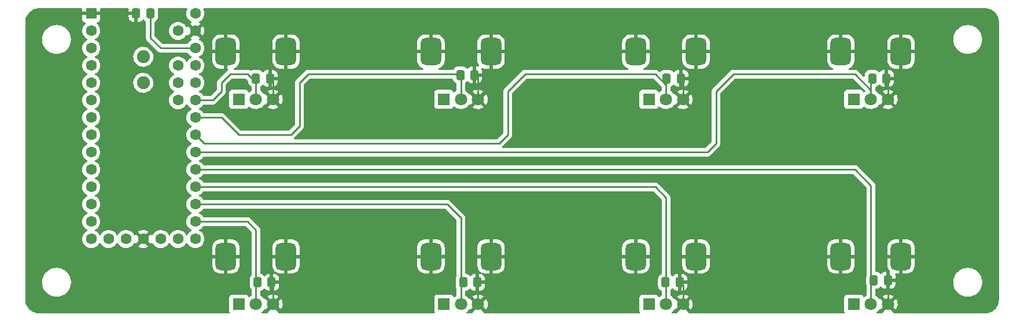
<source format=gbr>
%TF.GenerationSoftware,KiCad,Pcbnew,(6.0.10-0)*%
%TF.CreationDate,2023-01-22T14:07:56+10:30*%
%TF.ProjectId,16p,3136702e-6b69-4636-9164-5f7063625858,rev?*%
%TF.SameCoordinates,Original*%
%TF.FileFunction,Copper,L2,Bot*%
%TF.FilePolarity,Positive*%
%FSLAX46Y46*%
G04 Gerber Fmt 4.6, Leading zero omitted, Abs format (unit mm)*
G04 Created by KiCad (PCBNEW (6.0.10-0)) date 2023-01-22 14:07:56*
%MOMM*%
%LPD*%
G01*
G04 APERTURE LIST*
G04 Aperture macros list*
%AMRoundRect*
0 Rectangle with rounded corners*
0 $1 Rounding radius*
0 $2 $3 $4 $5 $6 $7 $8 $9 X,Y pos of 4 corners*
0 Add a 4 corners polygon primitive as box body*
4,1,4,$2,$3,$4,$5,$6,$7,$8,$9,$2,$3,0*
0 Add four circle primitives for the rounded corners*
1,1,$1+$1,$2,$3*
1,1,$1+$1,$4,$5*
1,1,$1+$1,$6,$7*
1,1,$1+$1,$8,$9*
0 Add four rect primitives between the rounded corners*
20,1,$1+$1,$2,$3,$4,$5,0*
20,1,$1+$1,$4,$5,$6,$7,0*
20,1,$1+$1,$6,$7,$8,$9,0*
20,1,$1+$1,$8,$9,$2,$3,0*%
G04 Aperture macros list end*
%TA.AperFunction,ComponentPad*%
%ADD10R,1.800000X1.800000*%
%TD*%
%TA.AperFunction,ComponentPad*%
%ADD11C,1.800000*%
%TD*%
%TA.AperFunction,ComponentPad*%
%ADD12RoundRect,0.750000X0.750000X-1.250000X0.750000X1.250000X-0.750000X1.250000X-0.750000X-1.250000X0*%
%TD*%
%TA.AperFunction,ComponentPad*%
%ADD13R,1.600000X1.600000*%
%TD*%
%TA.AperFunction,ComponentPad*%
%ADD14C,1.600000*%
%TD*%
%TA.AperFunction,ComponentPad*%
%ADD15C,1.900000*%
%TD*%
%TA.AperFunction,SMDPad,CuDef*%
%ADD16RoundRect,0.250000X-0.337500X-0.475000X0.337500X-0.475000X0.337500X0.475000X-0.337500X0.475000X0*%
%TD*%
%TA.AperFunction,SMDPad,CuDef*%
%ADD17RoundRect,0.250000X0.337500X0.475000X-0.337500X0.475000X-0.337500X-0.475000X0.337500X-0.475000X0*%
%TD*%
%TA.AperFunction,ViaPad*%
%ADD18C,0.800000*%
%TD*%
%TA.AperFunction,Conductor*%
%ADD19C,0.250000*%
%TD*%
G04 APERTURE END LIST*
D10*
%TO.P,RV13,1,1*%
%TO.N,+3V3*%
X121774178Y-13851846D03*
D11*
%TO.P,RV13,2,2*%
%TO.N,/POT5*%
X124274178Y-13851846D03*
%TO.P,RV13,3,3*%
%TO.N,GND*%
X126774178Y-13851846D03*
D12*
%TO.P,RV13,MP*%
X119874178Y-6851846D03*
X128674178Y-6851846D03*
%TD*%
D10*
%TO.P,RV14,1,1*%
%TO.N,+3V3*%
X121774178Y-43851846D03*
D11*
%TO.P,RV14,2,2*%
%TO.N,/POT4*%
X124274178Y-43851846D03*
%TO.P,RV14,3,3*%
%TO.N,GND*%
X126774178Y-43851846D03*
D12*
%TO.P,RV14,MP*%
X119874178Y-36851846D03*
X128674178Y-36851846D03*
%TD*%
D10*
%TO.P,RV9,1,1*%
%TO.N,+3V3*%
X91774178Y-13851846D03*
D11*
%TO.P,RV9,2,2*%
%TO.N,/POT6*%
X94274178Y-13851846D03*
%TO.P,RV9,3,3*%
%TO.N,GND*%
X96774178Y-13851846D03*
D12*
%TO.P,RV9,MP*%
X98674178Y-6851846D03*
X89874178Y-6851846D03*
%TD*%
D10*
%TO.P,RV2,1,1*%
%TO.N,+3V3*%
X31774178Y-43851846D03*
D11*
%TO.P,RV2,2,2*%
%TO.N,/POT1*%
X34274178Y-43851846D03*
%TO.P,RV2,3,3*%
%TO.N,GND*%
X36774178Y-43851846D03*
D12*
%TO.P,RV2,MP*%
X29874178Y-36851846D03*
X38674178Y-36851846D03*
%TD*%
D10*
%TO.P,RV6,1,1*%
%TO.N,+3V3*%
X61774178Y-43851846D03*
D11*
%TO.P,RV6,2,2*%
%TO.N,/POT2*%
X64274178Y-43851846D03*
%TO.P,RV6,3,3*%
%TO.N,GND*%
X66774178Y-43851846D03*
D12*
%TO.P,RV6,MP*%
X59874178Y-36851846D03*
X68674178Y-36851846D03*
%TD*%
D10*
%TO.P,RV5,1,1*%
%TO.N,+3V3*%
X61774178Y-13851846D03*
D11*
%TO.P,RV5,2,2*%
%TO.N,/POT7*%
X64274178Y-13851846D03*
%TO.P,RV5,3,3*%
%TO.N,GND*%
X66774178Y-13851846D03*
D12*
%TO.P,RV5,MP*%
X59874178Y-6851846D03*
X68674178Y-6851846D03*
%TD*%
D13*
%TO.P,U3,1,GND*%
%TO.N,GND*%
X10160000Y-1270000D03*
D14*
%TO.P,U3,2,0_RX1_MOSI1_Touch*%
%TO.N,unconnected-(U3-Pad2)*%
X10160000Y-3810000D03*
%TO.P,U3,3,1_TX1_MISO1_Touch*%
%TO.N,unconnected-(U3-Pad3)*%
X10160000Y-6350000D03*
%TO.P,U3,4,2*%
%TO.N,unconnected-(U3-Pad4)*%
X10160000Y-8890000D03*
%TO.P,U3,5,3_RX1_PWM_Touch*%
%TO.N,unconnected-(U3-Pad5)*%
X10160000Y-11430000D03*
%TO.P,U3,6,4_TX1_PWM_Touch*%
%TO.N,unconnected-(U3-Pad6)*%
X10160000Y-13970000D03*
%TO.P,U3,7,5_TX1_MISO1*%
%TO.N,unconnected-(U3-Pad7)*%
X10160000Y-16510000D03*
%TO.P,U3,8,6_RX3_CS1_PWM*%
%TO.N,unconnected-(U3-Pad8)*%
X10160000Y-19050000D03*
%TO.P,U3,9,7_RX3_MOSI0*%
%TO.N,unconnected-(U3-Pad9)*%
X10160000Y-21590000D03*
%TO.P,U3,10,8_TX3_MISO0*%
%TO.N,unconnected-(U3-Pad10)*%
X10160000Y-24130000D03*
%TO.P,U3,11,9_RX2_PWM*%
%TO.N,unconnected-(U3-Pad11)*%
X10160000Y-26670000D03*
%TO.P,U3,12,10_TX2_CS0_PWM*%
%TO.N,unconnected-(U3-Pad12)*%
X10160000Y-29210000D03*
%TO.P,U3,13,11_MOSI0*%
%TO.N,unconnected-(U3-Pad13)*%
X10160000Y-31750000D03*
%TO.P,U3,14,12_MISO0*%
%TO.N,unconnected-(U3-Pad14)*%
X10160000Y-34290000D03*
%TO.P,U3,15,17_Vin*%
%TO.N,unconnected-(U3-Pad15)*%
X12700000Y-34290000D03*
%TO.P,U3,16,3.3V*%
%TO.N,+3V3*%
X15240000Y-34290000D03*
%TO.P,U3,17,GND*%
%TO.N,GND*%
X17780000Y-34290000D03*
%TO.P,U3,18,Program*%
%TO.N,unconnected-(U3-Pad18)*%
X20320000Y-34290000D03*
%TO.P,U3,19,26_A12/DAC*%
%TO.N,unconnected-(U3-Pad19)*%
X22860000Y-34290000D03*
%TO.P,U3,20,13_LED_SCK0*%
%TO.N,unconnected-(U3-Pad20)*%
X25400000Y-34290000D03*
%TO.P,U3,21,14_A0_SCK0*%
%TO.N,/POT1*%
X25400000Y-31750000D03*
%TO.P,U3,22,15_A1_Touch*%
%TO.N,/POT2*%
X25400000Y-29210000D03*
%TO.P,U3,23,16_A2_SCL0_PWM_Touch*%
%TO.N,/POT3*%
X25400000Y-26670000D03*
%TO.P,U3,24,17_A3_SDA0_PWM_Touch*%
%TO.N,/POT4*%
X25400000Y-24130000D03*
%TO.P,U3,25,18_A4_SDA0_Touch*%
%TO.N,/POT5*%
X25400000Y-21590000D03*
%TO.P,U3,26,19_A5_SCL0_Touch*%
%TO.N,/POT6*%
X25400000Y-19050000D03*
%TO.P,U3,27,20_A6_SCK1_PWM_TX3*%
%TO.N,/POT7*%
X25400000Y-16510000D03*
%TO.P,U3,28,21_A7_MOSI1_RX1*%
%TO.N,/POT8*%
X25400000Y-13970000D03*
%TO.P,U3,29,22_A8_SCL1_PWM_Touch*%
%TO.N,unconnected-(U3-Pad29)*%
X25400000Y-11430000D03*
%TO.P,U3,30,23_A9_SDA1_PWM_Touch*%
%TO.N,unconnected-(U3-Pad30)*%
X25400000Y-8890000D03*
%TO.P,U3,31,3.3V*%
%TO.N,+3V3*%
X25400000Y-6350000D03*
%TO.P,U3,32,GND*%
%TO.N,GND*%
X25400000Y-3810000D03*
%TO.P,U3,33,Vin*%
%TO.N,unconnected-(U3-Pad33)*%
X25400000Y-1270000D03*
%TO.P,U3,34,VUSB*%
%TO.N,unconnected-(U3-Pad34)*%
X22860000Y-3810000D03*
%TO.P,U3,35,AREF*%
%TO.N,unconnected-(U3-Pad35)*%
X22860000Y-8890000D03*
%TO.P,U3,36,24_A10*%
%TO.N,unconnected-(U3-Pad36)*%
X22860000Y-11430000D03*
%TO.P,U3,37,25_A11*%
%TO.N,unconnected-(U3-Pad37)*%
X22860000Y-13970000D03*
D15*
%TO.P,U3,38*%
%TO.N,N/C*%
X17780000Y-11430000D03*
X17780000Y-7620000D03*
%TD*%
D10*
%TO.P,RV1,1,1*%
%TO.N,+3V3*%
X31774178Y-13851846D03*
D11*
%TO.P,RV1,2,2*%
%TO.N,/POT8*%
X34274178Y-13851846D03*
%TO.P,RV1,3,3*%
%TO.N,GND*%
X36774178Y-13851846D03*
D12*
%TO.P,RV1,MP*%
X29874178Y-6851846D03*
X38674178Y-6851846D03*
%TD*%
D10*
%TO.P,RV10,1,1*%
%TO.N,+3V3*%
X91774178Y-43851846D03*
D11*
%TO.P,RV10,2,2*%
%TO.N,/POT3*%
X94274178Y-43851846D03*
%TO.P,RV10,3,3*%
%TO.N,GND*%
X96774178Y-43851846D03*
D12*
%TO.P,RV10,MP*%
X89874178Y-36851846D03*
X98674178Y-36851846D03*
%TD*%
D16*
%TO.P,C17,1*%
%TO.N,/POT5*%
X124460000Y-10785000D03*
%TO.P,C17,2*%
%TO.N,GND*%
X126535000Y-10785000D03*
%TD*%
%TO.P,C18,1*%
%TO.N,/POT4*%
X124692500Y-40351846D03*
%TO.P,C18,2*%
%TO.N,GND*%
X126767500Y-40351846D03*
%TD*%
%TO.P,C5,1*%
%TO.N,/POT8*%
X34252500Y-10785000D03*
%TO.P,C5,2*%
%TO.N,GND*%
X36327500Y-10785000D03*
%TD*%
%TO.P,C10,1*%
%TO.N,/POT2*%
X64600004Y-40640000D03*
%TO.P,C10,2*%
%TO.N,GND*%
X66675004Y-40640000D03*
%TD*%
%TO.P,C9,1*%
%TO.N,/POT7*%
X64182918Y-10280000D03*
%TO.P,C9,2*%
%TO.N,GND*%
X66257918Y-10280000D03*
%TD*%
%TO.P,C6,1*%
%TO.N,/POT1*%
X34487178Y-40640000D03*
%TO.P,C6,2*%
%TO.N,GND*%
X36562178Y-40640000D03*
%TD*%
%TO.P,C13,1*%
%TO.N,/POT6*%
X94390832Y-10785000D03*
%TO.P,C13,2*%
%TO.N,GND*%
X96465832Y-10785000D03*
%TD*%
D17*
%TO.P,C2,1*%
%TO.N,+3V3*%
X18817500Y-1270000D03*
%TO.P,C2,2*%
%TO.N,GND*%
X16742500Y-1270000D03*
%TD*%
D16*
%TO.P,C14,1*%
%TO.N,/POT3*%
X94212500Y-40640000D03*
%TO.P,C14,2*%
%TO.N,GND*%
X96287500Y-40640000D03*
%TD*%
D18*
%TO.N,GND*%
X36184271Y-31750000D03*
X67310000Y-31750000D03*
X127000000Y-31750000D03*
X96520000Y-31750000D03*
X121920000Y-31750000D03*
X91440000Y-31750000D03*
X60960000Y-31750000D03*
X32374271Y-34290000D03*
%TD*%
D19*
%TO.N,GND*%
X96774178Y-13851846D02*
X96774178Y-10468346D01*
X10160000Y-1270000D02*
X16742500Y-1270000D01*
X66774178Y-43851846D02*
X66774178Y-40739174D01*
X36774178Y-43851846D02*
X36774178Y-40852000D01*
X96774178Y-43851846D02*
X96774178Y-41126678D01*
X126774178Y-40358524D02*
X126774178Y-43851846D01*
X126767500Y-40351846D02*
X126774178Y-40358524D01*
X96774178Y-41126678D02*
X96287500Y-40640000D01*
X126774178Y-10399178D02*
X126774178Y-13851846D01*
X36774178Y-13851846D02*
X36774178Y-11231678D01*
X66774178Y-40739174D02*
X66675004Y-40640000D01*
X36774178Y-40852000D02*
X36562178Y-40640000D01*
X66774178Y-13851846D02*
X66774178Y-10537512D01*
X36774178Y-11231678D02*
X36327500Y-10785000D01*
%TO.N,+3V3*%
X18817500Y-4847500D02*
X18817500Y-1270000D01*
X25400000Y-6350000D02*
X20320000Y-6350000D01*
X20320000Y-6350000D02*
X18817500Y-4847500D01*
%TO.N,/POT1*%
X34274178Y-43851846D02*
X34274178Y-33004178D01*
X33020000Y-31750000D02*
X25400000Y-31750000D01*
X34274178Y-33004178D02*
X33020000Y-31750000D01*
%TO.N,/POT5*%
X101600000Y-12700000D02*
X101600000Y-20320000D01*
X104140000Y-10160000D02*
X101600000Y-12700000D01*
X124274178Y-12514178D02*
X121920000Y-10160000D01*
X100330000Y-21590000D02*
X25400000Y-21590000D01*
X124274178Y-13851846D02*
X124274178Y-12514178D01*
X121920000Y-10160000D02*
X104140000Y-10160000D01*
X101600000Y-20320000D02*
X100330000Y-21590000D01*
X124274178Y-10345822D02*
X124274178Y-13851846D01*
%TO.N,/POT2*%
X64274178Y-31254178D02*
X62230000Y-29210000D01*
X62230000Y-29210000D02*
X25400000Y-29210000D01*
X64274178Y-43851846D02*
X64274178Y-31254178D01*
%TO.N,/POT6*%
X94274178Y-13851846D02*
X94274178Y-10276654D01*
X73660000Y-10160000D02*
X71120000Y-12700000D01*
X94274178Y-11724178D02*
X92710000Y-10160000D01*
X71120000Y-19050000D02*
X69850000Y-20320000D01*
X69850000Y-20320000D02*
X26670000Y-20320000D01*
X71120000Y-12700000D02*
X71120000Y-19050000D01*
X26670000Y-20320000D02*
X25400000Y-19050000D01*
X94274178Y-13851846D02*
X94274178Y-11724178D01*
X92710000Y-10160000D02*
X73660000Y-10160000D01*
%TO.N,/POT3*%
X94274178Y-28234178D02*
X92710000Y-26670000D01*
X94274178Y-43851846D02*
X94274178Y-28234178D01*
X92710000Y-26670000D02*
X25400000Y-26670000D01*
%TO.N,/POT7*%
X64274178Y-10934178D02*
X63500000Y-10160000D01*
X31750000Y-19050000D02*
X29210000Y-16510000D01*
X40640000Y-11430000D02*
X40640000Y-17780000D01*
X63500000Y-10160000D02*
X41910000Y-10160000D01*
X29210000Y-16510000D02*
X25400000Y-16510000D01*
X39370000Y-19050000D02*
X31750000Y-19050000D01*
X64274178Y-13851846D02*
X64274178Y-10934178D01*
X41910000Y-10160000D02*
X40640000Y-11430000D01*
X40640000Y-17780000D02*
X39370000Y-19050000D01*
%TO.N,/POT4*%
X121920000Y-24130000D02*
X25400000Y-24130000D01*
X124274178Y-43851846D02*
X124274178Y-26484178D01*
X124274178Y-26484178D02*
X121920000Y-24130000D01*
%TO.N,/POT8*%
X27940000Y-13970000D02*
X25400000Y-13970000D01*
X33020000Y-10160000D02*
X30480000Y-10160000D01*
X34290000Y-11430000D02*
X33020000Y-10160000D01*
X29210000Y-11430000D02*
X29210000Y-12700000D01*
X30480000Y-10160000D02*
X29210000Y-11430000D01*
X34274178Y-13851846D02*
X34274178Y-11445822D01*
X29210000Y-12700000D02*
X27940000Y-13970000D01*
X34274178Y-11445822D02*
X34290000Y-11430000D01*
%TD*%
%TA.AperFunction,Conductor*%
%TO.N,GND*%
G36*
X8794121Y-528502D02*
G01*
X8840614Y-582158D01*
X8852000Y-634500D01*
X8852000Y-997885D01*
X8856475Y-1013124D01*
X8857865Y-1014329D01*
X8865548Y-1016000D01*
X11449884Y-1016000D01*
X11465123Y-1011525D01*
X11466328Y-1010135D01*
X11467999Y-1002452D01*
X11467999Y-634500D01*
X11488001Y-566379D01*
X11541657Y-519886D01*
X11593999Y-508500D01*
X15531624Y-508500D01*
X15599745Y-528502D01*
X15646238Y-582158D01*
X15656968Y-647342D01*
X15647328Y-741437D01*
X15647000Y-747855D01*
X15647000Y-997885D01*
X15651475Y-1013124D01*
X15652865Y-1014329D01*
X15660548Y-1016000D01*
X16870500Y-1016000D01*
X16938621Y-1036002D01*
X16985114Y-1089658D01*
X16996500Y-1142000D01*
X16996500Y-2484884D01*
X17000975Y-2500123D01*
X17002365Y-2501328D01*
X17010048Y-2502999D01*
X17127095Y-2502999D01*
X17133614Y-2502662D01*
X17229206Y-2492743D01*
X17242600Y-2489851D01*
X17396784Y-2438412D01*
X17409962Y-2432239D01*
X17547807Y-2346937D01*
X17559208Y-2337901D01*
X17673738Y-2223172D01*
X17680794Y-2214238D01*
X17738712Y-2173177D01*
X17809635Y-2169947D01*
X17871046Y-2205574D01*
X17877846Y-2213407D01*
X17881522Y-2219348D01*
X18006697Y-2344305D01*
X18124117Y-2416684D01*
X18171609Y-2469455D01*
X18184000Y-2523943D01*
X18184000Y-4768733D01*
X18183473Y-4779916D01*
X18181798Y-4787409D01*
X18182047Y-4795335D01*
X18182047Y-4795336D01*
X18183938Y-4855486D01*
X18184000Y-4859445D01*
X18184000Y-4887356D01*
X18184497Y-4891290D01*
X18184497Y-4891291D01*
X18184505Y-4891356D01*
X18185438Y-4903193D01*
X18186827Y-4947389D01*
X18192478Y-4966839D01*
X18196487Y-4986200D01*
X18199026Y-5006297D01*
X18201945Y-5013668D01*
X18201945Y-5013670D01*
X18215304Y-5047412D01*
X18219149Y-5058642D01*
X18231482Y-5101093D01*
X18235515Y-5107912D01*
X18235517Y-5107917D01*
X18241793Y-5118528D01*
X18250488Y-5136276D01*
X18257948Y-5155117D01*
X18262610Y-5161533D01*
X18262610Y-5161534D01*
X18283936Y-5190887D01*
X18290452Y-5200807D01*
X18308006Y-5230488D01*
X18312958Y-5238862D01*
X18327279Y-5253183D01*
X18340119Y-5268216D01*
X18352028Y-5284607D01*
X18358134Y-5289658D01*
X18386105Y-5312798D01*
X18394884Y-5320788D01*
X19816348Y-6742253D01*
X19823888Y-6750539D01*
X19828000Y-6757018D01*
X19833777Y-6762443D01*
X19877651Y-6803643D01*
X19880493Y-6806398D01*
X19900230Y-6826135D01*
X19903427Y-6828615D01*
X19912447Y-6836318D01*
X19944679Y-6866586D01*
X19951625Y-6870405D01*
X19951628Y-6870407D01*
X19962434Y-6876348D01*
X19978953Y-6887199D01*
X19994959Y-6899614D01*
X20002228Y-6902759D01*
X20002232Y-6902762D01*
X20035537Y-6917174D01*
X20046187Y-6922391D01*
X20084940Y-6943695D01*
X20092615Y-6945666D01*
X20092616Y-6945666D01*
X20104562Y-6948733D01*
X20123267Y-6955137D01*
X20141855Y-6963181D01*
X20149678Y-6964420D01*
X20149688Y-6964423D01*
X20185524Y-6970099D01*
X20197144Y-6972505D01*
X20232289Y-6981528D01*
X20239970Y-6983500D01*
X20260224Y-6983500D01*
X20279934Y-6985051D01*
X20299943Y-6988220D01*
X20307835Y-6987474D01*
X20343961Y-6984059D01*
X20355819Y-6983500D01*
X24180606Y-6983500D01*
X24248727Y-7003502D01*
X24283819Y-7037229D01*
X24390643Y-7189789D01*
X24393802Y-7194300D01*
X24555700Y-7356198D01*
X24560208Y-7359355D01*
X24560211Y-7359357D01*
X24638389Y-7414098D01*
X24743251Y-7487523D01*
X24748233Y-7489846D01*
X24748238Y-7489849D01*
X24782457Y-7505805D01*
X24835742Y-7552722D01*
X24855203Y-7620999D01*
X24834661Y-7688959D01*
X24782457Y-7734195D01*
X24748238Y-7750151D01*
X24748233Y-7750154D01*
X24743251Y-7752477D01*
X24648931Y-7818521D01*
X24560211Y-7880643D01*
X24560208Y-7880645D01*
X24555700Y-7883802D01*
X24393802Y-8045700D01*
X24262477Y-8233251D01*
X24260154Y-8238233D01*
X24260151Y-8238238D01*
X24244195Y-8272457D01*
X24197278Y-8325742D01*
X24129001Y-8345203D01*
X24061041Y-8324661D01*
X24015805Y-8272457D01*
X23999849Y-8238238D01*
X23999846Y-8238233D01*
X23997523Y-8233251D01*
X23866198Y-8045700D01*
X23704300Y-7883802D01*
X23699792Y-7880645D01*
X23699789Y-7880643D01*
X23611069Y-7818521D01*
X23516749Y-7752477D01*
X23511767Y-7750154D01*
X23511762Y-7750151D01*
X23314225Y-7658039D01*
X23314224Y-7658039D01*
X23309243Y-7655716D01*
X23303935Y-7654294D01*
X23303933Y-7654293D01*
X23093402Y-7597881D01*
X23093400Y-7597881D01*
X23088087Y-7596457D01*
X22860000Y-7576502D01*
X22631913Y-7596457D01*
X22626600Y-7597881D01*
X22626598Y-7597881D01*
X22416067Y-7654293D01*
X22416065Y-7654294D01*
X22410757Y-7655716D01*
X22405776Y-7658039D01*
X22405775Y-7658039D01*
X22208238Y-7750151D01*
X22208233Y-7750154D01*
X22203251Y-7752477D01*
X22108931Y-7818521D01*
X22020211Y-7880643D01*
X22020208Y-7880645D01*
X22015700Y-7883802D01*
X21853802Y-8045700D01*
X21722477Y-8233251D01*
X21720154Y-8238233D01*
X21720151Y-8238238D01*
X21686144Y-8311167D01*
X21625716Y-8440757D01*
X21624294Y-8446065D01*
X21624293Y-8446067D01*
X21591481Y-8568523D01*
X21566457Y-8661913D01*
X21546502Y-8890000D01*
X21566457Y-9118087D01*
X21567881Y-9123400D01*
X21567881Y-9123402D01*
X21614649Y-9297939D01*
X21625716Y-9339243D01*
X21628039Y-9344224D01*
X21628039Y-9344225D01*
X21720151Y-9541762D01*
X21720154Y-9541767D01*
X21722477Y-9546749D01*
X21770674Y-9615581D01*
X21841758Y-9717099D01*
X21853802Y-9734300D01*
X22015700Y-9896198D01*
X22020208Y-9899355D01*
X22020211Y-9899357D01*
X22082183Y-9942750D01*
X22203251Y-10027523D01*
X22208233Y-10029846D01*
X22208238Y-10029849D01*
X22242457Y-10045805D01*
X22295742Y-10092722D01*
X22315203Y-10160999D01*
X22294661Y-10228959D01*
X22242457Y-10274195D01*
X22208238Y-10290151D01*
X22208233Y-10290154D01*
X22203251Y-10292477D01*
X22141668Y-10335598D01*
X22020211Y-10420643D01*
X22020208Y-10420645D01*
X22015700Y-10423802D01*
X21853802Y-10585700D01*
X21722477Y-10773251D01*
X21720154Y-10778233D01*
X21720151Y-10778238D01*
X21655777Y-10916290D01*
X21625716Y-10980757D01*
X21624294Y-10986065D01*
X21624293Y-10986067D01*
X21570731Y-11185962D01*
X21566457Y-11201913D01*
X21546502Y-11430000D01*
X21566457Y-11658087D01*
X21567881Y-11663400D01*
X21567881Y-11663402D01*
X21622609Y-11867646D01*
X21625716Y-11879243D01*
X21628039Y-11884224D01*
X21628039Y-11884225D01*
X21720151Y-12081762D01*
X21720154Y-12081767D01*
X21722477Y-12086749D01*
X21853802Y-12274300D01*
X22015700Y-12436198D01*
X22020208Y-12439355D01*
X22020211Y-12439357D01*
X22073544Y-12476701D01*
X22203251Y-12567523D01*
X22208233Y-12569846D01*
X22208238Y-12569849D01*
X22242457Y-12585805D01*
X22295742Y-12632722D01*
X22315203Y-12700999D01*
X22294661Y-12768959D01*
X22242457Y-12814195D01*
X22208238Y-12830151D01*
X22208233Y-12830154D01*
X22203251Y-12832477D01*
X22106369Y-12900315D01*
X22020211Y-12960643D01*
X22020208Y-12960645D01*
X22015700Y-12963802D01*
X21853802Y-13125700D01*
X21722477Y-13313251D01*
X21720154Y-13318233D01*
X21720151Y-13318238D01*
X21683714Y-13396379D01*
X21625716Y-13520757D01*
X21566457Y-13741913D01*
X21546502Y-13970000D01*
X21566457Y-14198087D01*
X21567881Y-14203400D01*
X21567881Y-14203402D01*
X21620934Y-14401395D01*
X21625716Y-14419243D01*
X21628039Y-14424224D01*
X21628039Y-14424225D01*
X21720151Y-14621762D01*
X21720154Y-14621767D01*
X21722477Y-14626749D01*
X21795902Y-14731611D01*
X21846154Y-14803377D01*
X21853802Y-14814300D01*
X22015700Y-14976198D01*
X22020208Y-14979355D01*
X22020211Y-14979357D01*
X22065002Y-15010720D01*
X22203251Y-15107523D01*
X22208233Y-15109846D01*
X22208238Y-15109849D01*
X22395297Y-15197075D01*
X22410757Y-15204284D01*
X22416065Y-15205706D01*
X22416067Y-15205707D01*
X22626598Y-15262119D01*
X22626600Y-15262119D01*
X22631913Y-15263543D01*
X22860000Y-15283498D01*
X23088087Y-15263543D01*
X23093400Y-15262119D01*
X23093402Y-15262119D01*
X23303933Y-15205707D01*
X23303935Y-15205706D01*
X23309243Y-15204284D01*
X23324703Y-15197075D01*
X23511762Y-15109849D01*
X23511767Y-15109846D01*
X23516749Y-15107523D01*
X23654998Y-15010720D01*
X23699789Y-14979357D01*
X23699792Y-14979355D01*
X23704300Y-14976198D01*
X23866198Y-14814300D01*
X23873847Y-14803377D01*
X23924098Y-14731611D01*
X23997523Y-14626749D01*
X23999846Y-14621767D01*
X23999849Y-14621762D01*
X24015805Y-14587543D01*
X24062722Y-14534258D01*
X24130999Y-14514797D01*
X24198959Y-14535339D01*
X24244195Y-14587543D01*
X24260151Y-14621762D01*
X24260154Y-14621767D01*
X24262477Y-14626749D01*
X24335902Y-14731611D01*
X24386154Y-14803377D01*
X24393802Y-14814300D01*
X24555700Y-14976198D01*
X24560208Y-14979355D01*
X24560211Y-14979357D01*
X24605002Y-15010720D01*
X24743251Y-15107523D01*
X24748233Y-15109846D01*
X24748238Y-15109849D01*
X24782457Y-15125805D01*
X24835742Y-15172722D01*
X24855203Y-15240999D01*
X24834661Y-15308959D01*
X24782457Y-15354195D01*
X24748238Y-15370151D01*
X24748233Y-15370154D01*
X24743251Y-15372477D01*
X24638389Y-15445902D01*
X24560211Y-15500643D01*
X24560208Y-15500645D01*
X24555700Y-15503802D01*
X24393802Y-15665700D01*
X24262477Y-15853251D01*
X24260154Y-15858233D01*
X24260151Y-15858238D01*
X24179409Y-16031392D01*
X24165716Y-16060757D01*
X24106457Y-16281913D01*
X24086502Y-16510000D01*
X24106457Y-16738087D01*
X24165716Y-16959243D01*
X24168039Y-16964224D01*
X24168039Y-16964225D01*
X24260151Y-17161762D01*
X24260154Y-17161767D01*
X24262477Y-17166749D01*
X24393802Y-17354300D01*
X24555700Y-17516198D01*
X24560208Y-17519355D01*
X24560211Y-17519357D01*
X24580447Y-17533526D01*
X24743251Y-17647523D01*
X24748233Y-17649846D01*
X24748238Y-17649849D01*
X24782457Y-17665805D01*
X24835742Y-17712722D01*
X24855203Y-17780999D01*
X24834661Y-17848959D01*
X24782457Y-17894195D01*
X24748238Y-17910151D01*
X24748233Y-17910154D01*
X24743251Y-17912477D01*
X24638488Y-17985833D01*
X24560211Y-18040643D01*
X24560208Y-18040645D01*
X24555700Y-18043802D01*
X24393802Y-18205700D01*
X24262477Y-18393251D01*
X24260154Y-18398233D01*
X24260151Y-18398238D01*
X24168039Y-18595775D01*
X24165716Y-18600757D01*
X24164294Y-18606065D01*
X24164293Y-18606067D01*
X24111384Y-18803526D01*
X24106457Y-18821913D01*
X24086502Y-19050000D01*
X24106457Y-19278087D01*
X24107880Y-19283398D01*
X24107881Y-19283402D01*
X24159710Y-19476827D01*
X24165716Y-19499243D01*
X24168039Y-19504224D01*
X24168039Y-19504225D01*
X24260151Y-19701762D01*
X24260154Y-19701767D01*
X24262477Y-19706749D01*
X24393802Y-19894300D01*
X24555700Y-20056198D01*
X24560208Y-20059355D01*
X24560211Y-20059357D01*
X24580447Y-20073526D01*
X24743251Y-20187523D01*
X24748233Y-20189846D01*
X24748238Y-20189849D01*
X24782457Y-20205805D01*
X24835742Y-20252722D01*
X24855203Y-20320999D01*
X24834661Y-20388959D01*
X24782457Y-20434195D01*
X24748238Y-20450151D01*
X24748233Y-20450154D01*
X24743251Y-20452477D01*
X24638488Y-20525833D01*
X24560211Y-20580643D01*
X24560208Y-20580645D01*
X24555700Y-20583802D01*
X24393802Y-20745700D01*
X24262477Y-20933251D01*
X24260154Y-20938233D01*
X24260151Y-20938238D01*
X24168039Y-21135775D01*
X24165716Y-21140757D01*
X24106457Y-21361913D01*
X24086502Y-21590000D01*
X24106457Y-21818087D01*
X24107881Y-21823400D01*
X24107881Y-21823402D01*
X24160934Y-22021395D01*
X24165716Y-22039243D01*
X24168039Y-22044224D01*
X24168039Y-22044225D01*
X24260151Y-22241762D01*
X24260154Y-22241767D01*
X24262477Y-22246749D01*
X24393802Y-22434300D01*
X24555700Y-22596198D01*
X24560208Y-22599355D01*
X24560211Y-22599357D01*
X24638389Y-22654098D01*
X24743251Y-22727523D01*
X24748233Y-22729846D01*
X24748238Y-22729849D01*
X24782457Y-22745805D01*
X24835742Y-22792722D01*
X24855203Y-22860999D01*
X24834661Y-22928959D01*
X24782457Y-22974195D01*
X24748238Y-22990151D01*
X24748233Y-22990154D01*
X24743251Y-22992477D01*
X24638389Y-23065902D01*
X24560211Y-23120643D01*
X24560208Y-23120645D01*
X24555700Y-23123802D01*
X24393802Y-23285700D01*
X24262477Y-23473251D01*
X24260154Y-23478233D01*
X24260151Y-23478238D01*
X24179409Y-23651392D01*
X24165716Y-23680757D01*
X24106457Y-23901913D01*
X24086502Y-24130000D01*
X24106457Y-24358087D01*
X24165716Y-24579243D01*
X24168039Y-24584224D01*
X24168039Y-24584225D01*
X24260151Y-24781762D01*
X24260154Y-24781767D01*
X24262477Y-24786749D01*
X24393802Y-24974300D01*
X24555700Y-25136198D01*
X24560208Y-25139355D01*
X24560211Y-25139357D01*
X24638389Y-25194098D01*
X24743251Y-25267523D01*
X24748233Y-25269846D01*
X24748238Y-25269849D01*
X24782457Y-25285805D01*
X24835742Y-25332722D01*
X24855203Y-25400999D01*
X24834661Y-25468959D01*
X24782457Y-25514195D01*
X24748238Y-25530151D01*
X24748233Y-25530154D01*
X24743251Y-25532477D01*
X24638389Y-25605902D01*
X24560211Y-25660643D01*
X24560208Y-25660645D01*
X24555700Y-25663802D01*
X24393802Y-25825700D01*
X24262477Y-26013251D01*
X24260154Y-26018233D01*
X24260151Y-26018238D01*
X24179409Y-26191392D01*
X24165716Y-26220757D01*
X24164294Y-26226065D01*
X24164293Y-26226067D01*
X24110059Y-26428470D01*
X24106457Y-26441913D01*
X24086502Y-26670000D01*
X24106457Y-26898087D01*
X24165716Y-27119243D01*
X24168039Y-27124224D01*
X24168039Y-27124225D01*
X24260151Y-27321762D01*
X24260154Y-27321767D01*
X24262477Y-27326749D01*
X24393802Y-27514300D01*
X24555700Y-27676198D01*
X24560208Y-27679355D01*
X24560211Y-27679357D01*
X24638389Y-27734098D01*
X24743251Y-27807523D01*
X24748233Y-27809846D01*
X24748238Y-27809849D01*
X24782457Y-27825805D01*
X24835742Y-27872722D01*
X24855203Y-27940999D01*
X24834661Y-28008959D01*
X24782457Y-28054195D01*
X24748238Y-28070151D01*
X24748233Y-28070154D01*
X24743251Y-28072477D01*
X24696358Y-28105312D01*
X24560211Y-28200643D01*
X24560208Y-28200645D01*
X24555700Y-28203802D01*
X24393802Y-28365700D01*
X24262477Y-28553251D01*
X24260154Y-28558233D01*
X24260151Y-28558238D01*
X24179409Y-28731392D01*
X24165716Y-28760757D01*
X24106457Y-28981913D01*
X24086502Y-29210000D01*
X24106457Y-29438087D01*
X24165716Y-29659243D01*
X24168039Y-29664224D01*
X24168039Y-29664225D01*
X24260151Y-29861762D01*
X24260154Y-29861767D01*
X24262477Y-29866749D01*
X24393802Y-30054300D01*
X24555700Y-30216198D01*
X24560208Y-30219355D01*
X24560211Y-30219357D01*
X24638389Y-30274098D01*
X24743251Y-30347523D01*
X24748233Y-30349846D01*
X24748238Y-30349849D01*
X24782457Y-30365805D01*
X24835742Y-30412722D01*
X24855203Y-30480999D01*
X24834661Y-30548959D01*
X24782457Y-30594195D01*
X24748238Y-30610151D01*
X24748233Y-30610154D01*
X24743251Y-30612477D01*
X24638389Y-30685902D01*
X24560211Y-30740643D01*
X24560208Y-30740645D01*
X24555700Y-30743802D01*
X24393802Y-30905700D01*
X24390645Y-30910208D01*
X24390643Y-30910211D01*
X24365191Y-30946561D01*
X24262477Y-31093251D01*
X24260154Y-31098233D01*
X24260151Y-31098238D01*
X24179409Y-31271392D01*
X24165716Y-31300757D01*
X24106457Y-31521913D01*
X24086502Y-31750000D01*
X24106457Y-31978087D01*
X24165716Y-32199243D01*
X24168039Y-32204224D01*
X24168039Y-32204225D01*
X24260151Y-32401762D01*
X24260154Y-32401767D01*
X24262477Y-32406749D01*
X24393802Y-32594300D01*
X24555700Y-32756198D01*
X24560208Y-32759355D01*
X24560211Y-32759357D01*
X24608324Y-32793046D01*
X24743251Y-32887523D01*
X24748233Y-32889846D01*
X24748238Y-32889849D01*
X24782457Y-32905805D01*
X24835742Y-32952722D01*
X24855203Y-33020999D01*
X24834661Y-33088959D01*
X24782457Y-33134195D01*
X24748238Y-33150151D01*
X24748233Y-33150154D01*
X24743251Y-33152477D01*
X24686080Y-33192509D01*
X24560211Y-33280643D01*
X24560208Y-33280645D01*
X24555700Y-33283802D01*
X24393802Y-33445700D01*
X24262477Y-33633251D01*
X24260154Y-33638233D01*
X24260151Y-33638238D01*
X24244195Y-33672457D01*
X24197278Y-33725742D01*
X24129001Y-33745203D01*
X24061041Y-33724661D01*
X24015805Y-33672457D01*
X23999849Y-33638238D01*
X23999846Y-33638233D01*
X23997523Y-33633251D01*
X23866198Y-33445700D01*
X23704300Y-33283802D01*
X23699792Y-33280645D01*
X23699789Y-33280643D01*
X23573920Y-33192509D01*
X23516749Y-33152477D01*
X23511767Y-33150154D01*
X23511762Y-33150151D01*
X23314225Y-33058039D01*
X23314224Y-33058039D01*
X23309243Y-33055716D01*
X23303935Y-33054294D01*
X23303933Y-33054293D01*
X23093402Y-32997881D01*
X23093400Y-32997881D01*
X23088087Y-32996457D01*
X22860000Y-32976502D01*
X22631913Y-32996457D01*
X22626600Y-32997881D01*
X22626598Y-32997881D01*
X22416067Y-33054293D01*
X22416065Y-33054294D01*
X22410757Y-33055716D01*
X22405776Y-33058039D01*
X22405775Y-33058039D01*
X22208238Y-33150151D01*
X22208233Y-33150154D01*
X22203251Y-33152477D01*
X22146080Y-33192509D01*
X22020211Y-33280643D01*
X22020208Y-33280645D01*
X22015700Y-33283802D01*
X21853802Y-33445700D01*
X21722477Y-33633251D01*
X21720154Y-33638233D01*
X21720151Y-33638238D01*
X21704195Y-33672457D01*
X21657278Y-33725742D01*
X21589001Y-33745203D01*
X21521041Y-33724661D01*
X21475805Y-33672457D01*
X21459849Y-33638238D01*
X21459846Y-33638233D01*
X21457523Y-33633251D01*
X21326198Y-33445700D01*
X21164300Y-33283802D01*
X21159792Y-33280645D01*
X21159789Y-33280643D01*
X21033920Y-33192509D01*
X20976749Y-33152477D01*
X20971767Y-33150154D01*
X20971762Y-33150151D01*
X20774225Y-33058039D01*
X20774224Y-33058039D01*
X20769243Y-33055716D01*
X20763935Y-33054294D01*
X20763933Y-33054293D01*
X20553402Y-32997881D01*
X20553400Y-32997881D01*
X20548087Y-32996457D01*
X20320000Y-32976502D01*
X20091913Y-32996457D01*
X20086600Y-32997881D01*
X20086598Y-32997881D01*
X19876067Y-33054293D01*
X19876065Y-33054294D01*
X19870757Y-33055716D01*
X19865776Y-33058039D01*
X19865775Y-33058039D01*
X19668238Y-33150151D01*
X19668233Y-33150154D01*
X19663251Y-33152477D01*
X19606080Y-33192509D01*
X19480211Y-33280643D01*
X19480208Y-33280645D01*
X19475700Y-33283802D01*
X19313802Y-33445700D01*
X19182477Y-33633251D01*
X19180154Y-33638233D01*
X19180151Y-33638238D01*
X19163919Y-33673049D01*
X19117002Y-33726334D01*
X19048725Y-33745795D01*
X18980765Y-33725253D01*
X18935529Y-33673049D01*
X18919414Y-33638489D01*
X18913931Y-33628994D01*
X18877491Y-33576952D01*
X18867012Y-33568576D01*
X18853566Y-33575644D01*
X18152022Y-34277188D01*
X18144408Y-34291132D01*
X18144539Y-34292965D01*
X18148790Y-34299580D01*
X18854287Y-35005077D01*
X18866062Y-35011507D01*
X18878077Y-35002211D01*
X18913931Y-34951006D01*
X18919414Y-34941511D01*
X18935529Y-34906951D01*
X18982446Y-34853666D01*
X19050723Y-34834205D01*
X19118683Y-34854747D01*
X19163919Y-34906951D01*
X19180151Y-34941762D01*
X19180154Y-34941767D01*
X19182477Y-34946749D01*
X19313802Y-35134300D01*
X19475700Y-35296198D01*
X19480208Y-35299355D01*
X19480211Y-35299357D01*
X19558389Y-35354098D01*
X19663251Y-35427523D01*
X19668233Y-35429846D01*
X19668238Y-35429849D01*
X19864765Y-35521490D01*
X19870757Y-35524284D01*
X19876065Y-35525706D01*
X19876067Y-35525707D01*
X20086598Y-35582119D01*
X20086600Y-35582119D01*
X20091913Y-35583543D01*
X20320000Y-35603498D01*
X20548087Y-35583543D01*
X20553400Y-35582119D01*
X20553402Y-35582119D01*
X20763933Y-35525707D01*
X20763935Y-35525706D01*
X20769243Y-35524284D01*
X20775235Y-35521490D01*
X20971762Y-35429849D01*
X20971767Y-35429846D01*
X20976749Y-35427523D01*
X21081611Y-35354098D01*
X21159789Y-35299357D01*
X21159792Y-35299355D01*
X21164300Y-35296198D01*
X21326198Y-35134300D01*
X21457523Y-34946749D01*
X21459846Y-34941767D01*
X21459849Y-34941762D01*
X21475805Y-34907543D01*
X21522722Y-34854258D01*
X21590999Y-34834797D01*
X21658959Y-34855339D01*
X21704195Y-34907543D01*
X21720151Y-34941762D01*
X21720154Y-34941767D01*
X21722477Y-34946749D01*
X21853802Y-35134300D01*
X22015700Y-35296198D01*
X22020208Y-35299355D01*
X22020211Y-35299357D01*
X22098389Y-35354098D01*
X22203251Y-35427523D01*
X22208233Y-35429846D01*
X22208238Y-35429849D01*
X22404765Y-35521490D01*
X22410757Y-35524284D01*
X22416065Y-35525706D01*
X22416067Y-35525707D01*
X22626598Y-35582119D01*
X22626600Y-35582119D01*
X22631913Y-35583543D01*
X22860000Y-35603498D01*
X23088087Y-35583543D01*
X23093400Y-35582119D01*
X23093402Y-35582119D01*
X23303933Y-35525707D01*
X23303935Y-35525706D01*
X23309243Y-35524284D01*
X23315235Y-35521490D01*
X23511762Y-35429849D01*
X23511767Y-35429846D01*
X23516749Y-35427523D01*
X23621611Y-35354098D01*
X23699789Y-35299357D01*
X23699792Y-35299355D01*
X23704300Y-35296198D01*
X23866198Y-35134300D01*
X23997523Y-34946749D01*
X23999846Y-34941767D01*
X23999849Y-34941762D01*
X24015805Y-34907543D01*
X24062722Y-34854258D01*
X24130999Y-34834797D01*
X24198959Y-34855339D01*
X24244195Y-34907543D01*
X24260151Y-34941762D01*
X24260154Y-34941767D01*
X24262477Y-34946749D01*
X24393802Y-35134300D01*
X24555700Y-35296198D01*
X24560208Y-35299355D01*
X24560211Y-35299357D01*
X24638389Y-35354098D01*
X24743251Y-35427523D01*
X24748233Y-35429846D01*
X24748238Y-35429849D01*
X24944765Y-35521490D01*
X24950757Y-35524284D01*
X24956065Y-35525706D01*
X24956067Y-35525707D01*
X25166598Y-35582119D01*
X25166600Y-35582119D01*
X25171913Y-35583543D01*
X25400000Y-35603498D01*
X25628087Y-35583543D01*
X25633400Y-35582119D01*
X25633402Y-35582119D01*
X25843933Y-35525707D01*
X25843935Y-35525706D01*
X25849243Y-35524284D01*
X25855235Y-35521490D01*
X26051762Y-35429849D01*
X26051767Y-35429846D01*
X26056749Y-35427523D01*
X26161611Y-35354098D01*
X26239789Y-35299357D01*
X26239792Y-35299355D01*
X26244300Y-35296198D01*
X26406198Y-35134300D01*
X26537523Y-34946749D01*
X26539846Y-34941767D01*
X26539849Y-34941762D01*
X26631961Y-34744225D01*
X26631961Y-34744224D01*
X26634284Y-34739243D01*
X26654976Y-34662022D01*
X26692119Y-34523402D01*
X26692119Y-34523400D01*
X26693543Y-34518087D01*
X26713498Y-34290000D01*
X26693543Y-34061913D01*
X26656981Y-33925461D01*
X26635707Y-33846067D01*
X26635706Y-33846065D01*
X26634284Y-33840757D01*
X26539966Y-33638489D01*
X26539849Y-33638238D01*
X26539846Y-33638233D01*
X26537523Y-33633251D01*
X26406198Y-33445700D01*
X26244300Y-33283802D01*
X26239792Y-33280645D01*
X26239789Y-33280643D01*
X26113920Y-33192509D01*
X26056749Y-33152477D01*
X26051767Y-33150154D01*
X26051762Y-33150151D01*
X26017543Y-33134195D01*
X25964258Y-33087278D01*
X25944797Y-33019001D01*
X25965339Y-32951041D01*
X26017543Y-32905805D01*
X26051762Y-32889849D01*
X26051767Y-32889846D01*
X26056749Y-32887523D01*
X26191676Y-32793046D01*
X26239789Y-32759357D01*
X26239792Y-32759355D01*
X26244300Y-32756198D01*
X26406198Y-32594300D01*
X26447650Y-32535101D01*
X26516181Y-32437229D01*
X26571638Y-32392901D01*
X26619394Y-32383500D01*
X32705406Y-32383500D01*
X32773527Y-32403502D01*
X32794501Y-32420405D01*
X33603773Y-33229677D01*
X33637799Y-33291989D01*
X33640678Y-33318772D01*
X33640678Y-39549107D01*
X33620676Y-39617228D01*
X33603852Y-39638124D01*
X33550373Y-39691697D01*
X33546533Y-39697927D01*
X33546532Y-39697928D01*
X33509112Y-39758635D01*
X33457563Y-39842262D01*
X33401881Y-40010139D01*
X33391178Y-40114600D01*
X33391178Y-41165400D01*
X33391515Y-41168646D01*
X33391515Y-41168650D01*
X33401296Y-41262914D01*
X33402152Y-41271166D01*
X33404333Y-41277702D01*
X33404333Y-41277704D01*
X33413551Y-41305332D01*
X33458128Y-41438946D01*
X33551200Y-41589348D01*
X33584710Y-41622799D01*
X33603695Y-41641751D01*
X33637775Y-41704034D01*
X33640678Y-41730925D01*
X33640678Y-42517165D01*
X33620676Y-42585286D01*
X33572857Y-42628929D01*
X33521050Y-42655898D01*
X33335833Y-42794963D01*
X33335154Y-42794059D01*
X33275908Y-42821977D01*
X33205519Y-42812715D01*
X33151310Y-42766868D01*
X33138503Y-42741712D01*
X33127946Y-42713551D01*
X33127945Y-42713549D01*
X33124793Y-42705141D01*
X33037439Y-42588585D01*
X32920883Y-42501231D01*
X32784494Y-42450101D01*
X32722312Y-42443346D01*
X30826044Y-42443346D01*
X30763862Y-42450101D01*
X30627473Y-42501231D01*
X30510917Y-42588585D01*
X30423563Y-42705141D01*
X30372433Y-42841530D01*
X30365678Y-42903712D01*
X30365678Y-44799980D01*
X30372433Y-44862162D01*
X30423563Y-44998551D01*
X30432096Y-45009936D01*
X30456943Y-45076440D01*
X30441891Y-45145823D01*
X30391717Y-45196053D01*
X30331269Y-45211500D01*
X2589367Y-45211500D01*
X2569982Y-45210000D01*
X2555149Y-45207690D01*
X2555145Y-45207690D01*
X2546276Y-45206309D01*
X2537374Y-45207473D01*
X2537371Y-45207473D01*
X2529988Y-45208439D01*
X2505409Y-45209233D01*
X2460799Y-45206309D01*
X2283078Y-45194660D01*
X2266738Y-45192509D01*
X2142175Y-45167732D01*
X2022304Y-45143888D01*
X2006394Y-45139625D01*
X1770398Y-45059515D01*
X1755174Y-45053209D01*
X1531658Y-44942984D01*
X1517384Y-44934743D01*
X1310171Y-44796287D01*
X1297095Y-44786254D01*
X1109722Y-44621932D01*
X1098068Y-44610278D01*
X933746Y-44422905D01*
X923713Y-44409829D01*
X785257Y-44202616D01*
X777016Y-44188342D01*
X666791Y-43964826D01*
X660484Y-43949600D01*
X580375Y-43713606D01*
X576111Y-43697693D01*
X527491Y-43453262D01*
X525340Y-43436922D01*
X511476Y-43225407D01*
X512650Y-43202232D01*
X512334Y-43202204D01*
X512770Y-43197344D01*
X513576Y-43192552D01*
X513729Y-43180000D01*
X509773Y-43152376D01*
X508500Y-43134514D01*
X508500Y-40772703D01*
X2970743Y-40772703D01*
X3008268Y-41057734D01*
X3084129Y-41335036D01*
X3085813Y-41338984D01*
X3194676Y-41594207D01*
X3196923Y-41599476D01*
X3262316Y-41708739D01*
X3338744Y-41836441D01*
X3344561Y-41846161D01*
X3524313Y-42070528D01*
X3732851Y-42268423D01*
X3966317Y-42436186D01*
X3970112Y-42438195D01*
X3970113Y-42438196D01*
X3990987Y-42449248D01*
X4220392Y-42570712D01*
X4280237Y-42592612D01*
X4453174Y-42655898D01*
X4490373Y-42669511D01*
X4771264Y-42730755D01*
X4799841Y-42733004D01*
X4994282Y-42748307D01*
X4994291Y-42748307D01*
X4996739Y-42748500D01*
X5152271Y-42748500D01*
X5154407Y-42748354D01*
X5154418Y-42748354D01*
X5362548Y-42734165D01*
X5362554Y-42734164D01*
X5366825Y-42733873D01*
X5371020Y-42733004D01*
X5371022Y-42733004D01*
X5512811Y-42703641D01*
X5648342Y-42675574D01*
X5919343Y-42579607D01*
X6118720Y-42476701D01*
X6171005Y-42449715D01*
X6171006Y-42449715D01*
X6174812Y-42447750D01*
X6178313Y-42445289D01*
X6178317Y-42445287D01*
X6292418Y-42365095D01*
X6410023Y-42282441D01*
X6620622Y-42086740D01*
X6802713Y-41864268D01*
X6952927Y-41619142D01*
X6964328Y-41593171D01*
X7066757Y-41359830D01*
X7068483Y-41355898D01*
X7147244Y-41079406D01*
X7187751Y-40794784D01*
X7187845Y-40776951D01*
X7189235Y-40511583D01*
X7189235Y-40511576D01*
X7189257Y-40507297D01*
X7151732Y-40222266D01*
X7075871Y-39944964D01*
X7026691Y-39829663D01*
X6964763Y-39684476D01*
X6964761Y-39684472D01*
X6963077Y-39680524D01*
X6884426Y-39549107D01*
X6817643Y-39437521D01*
X6817640Y-39437517D01*
X6815439Y-39433839D01*
X6635687Y-39209472D01*
X6512289Y-39092372D01*
X6430258Y-39014527D01*
X6430255Y-39014525D01*
X6427149Y-39011577D01*
X6193683Y-38843814D01*
X6171843Y-38832250D01*
X6148654Y-38819972D01*
X5939608Y-38709288D01*
X5669627Y-38610489D01*
X5388736Y-38549245D01*
X5357685Y-38546801D01*
X5165718Y-38531693D01*
X5165709Y-38531693D01*
X5163261Y-38531500D01*
X5007729Y-38531500D01*
X5005593Y-38531646D01*
X5005582Y-38531646D01*
X4797452Y-38545835D01*
X4797446Y-38545836D01*
X4793175Y-38546127D01*
X4788980Y-38546996D01*
X4788978Y-38546996D01*
X4652417Y-38575276D01*
X4511658Y-38604426D01*
X4240657Y-38700393D01*
X3985188Y-38832250D01*
X3981687Y-38834711D01*
X3981683Y-38834713D01*
X3971594Y-38841804D01*
X3749977Y-38997559D01*
X3734892Y-39011577D01*
X3551036Y-39182427D01*
X3539378Y-39193260D01*
X3357287Y-39415732D01*
X3207073Y-39660858D01*
X3205347Y-39664791D01*
X3205346Y-39664792D01*
X3127442Y-39842262D01*
X3091517Y-39924102D01*
X3090342Y-39928229D01*
X3090341Y-39928230D01*
X3052136Y-40062348D01*
X3012756Y-40200594D01*
X2972249Y-40485216D01*
X2972227Y-40489505D01*
X2972226Y-40489512D01*
X2971586Y-40611711D01*
X2970743Y-40772703D01*
X508500Y-40772703D01*
X508500Y-38161807D01*
X27866179Y-38161807D01*
X27866387Y-38166917D01*
X27877260Y-38300613D01*
X27879030Y-38311166D01*
X27932145Y-38518031D01*
X27935879Y-38528577D01*
X28024688Y-38722551D01*
X28030224Y-38732258D01*
X28151981Y-38907443D01*
X28159154Y-38916022D01*
X28310002Y-39066870D01*
X28318581Y-39074043D01*
X28493766Y-39195800D01*
X28503473Y-39201336D01*
X28697447Y-39290145D01*
X28707993Y-39293879D01*
X28914857Y-39346993D01*
X28925412Y-39348764D01*
X29059108Y-39359639D01*
X29064214Y-39359846D01*
X29602063Y-39359846D01*
X29617302Y-39355371D01*
X29618507Y-39353981D01*
X29620178Y-39346298D01*
X29620178Y-39341730D01*
X30128178Y-39341730D01*
X30132653Y-39356969D01*
X30134043Y-39358174D01*
X30141726Y-39359845D01*
X30684139Y-39359845D01*
X30689249Y-39359637D01*
X30822945Y-39348764D01*
X30833498Y-39346994D01*
X31040363Y-39293879D01*
X31050909Y-39290145D01*
X31244883Y-39201336D01*
X31254590Y-39195800D01*
X31429775Y-39074043D01*
X31438354Y-39066870D01*
X31589202Y-38916022D01*
X31596375Y-38907443D01*
X31718132Y-38732258D01*
X31723668Y-38722551D01*
X31812477Y-38528577D01*
X31816211Y-38518031D01*
X31869325Y-38311167D01*
X31871096Y-38300612D01*
X31881971Y-38166916D01*
X31882178Y-38161810D01*
X31882178Y-37123961D01*
X31877703Y-37108722D01*
X31876313Y-37107517D01*
X31868630Y-37105846D01*
X30146293Y-37105846D01*
X30131054Y-37110321D01*
X30129849Y-37111711D01*
X30128178Y-37119394D01*
X30128178Y-39341730D01*
X29620178Y-39341730D01*
X29620178Y-37123961D01*
X29615703Y-37108722D01*
X29614313Y-37107517D01*
X29606630Y-37105846D01*
X27884294Y-37105846D01*
X27869055Y-37110321D01*
X27867850Y-37111711D01*
X27866179Y-37119394D01*
X27866179Y-38161807D01*
X508500Y-38161807D01*
X508500Y-36579731D01*
X27866178Y-36579731D01*
X27870653Y-36594970D01*
X27872043Y-36596175D01*
X27879726Y-36597846D01*
X29602063Y-36597846D01*
X29617302Y-36593371D01*
X29618507Y-36591981D01*
X29620178Y-36584298D01*
X29620178Y-36579731D01*
X30128178Y-36579731D01*
X30132653Y-36594970D01*
X30134043Y-36596175D01*
X30141726Y-36597846D01*
X31864062Y-36597846D01*
X31879301Y-36593371D01*
X31880506Y-36591981D01*
X31882177Y-36584298D01*
X31882177Y-35541885D01*
X31881969Y-35536775D01*
X31871096Y-35403079D01*
X31869326Y-35392526D01*
X31816211Y-35185661D01*
X31812477Y-35175115D01*
X31723668Y-34981141D01*
X31718132Y-34971434D01*
X31596375Y-34796249D01*
X31589202Y-34787670D01*
X31438354Y-34636822D01*
X31429775Y-34629649D01*
X31254590Y-34507892D01*
X31244883Y-34502356D01*
X31050909Y-34413547D01*
X31040363Y-34409813D01*
X30833499Y-34356699D01*
X30822944Y-34354928D01*
X30689248Y-34344053D01*
X30684142Y-34343846D01*
X30146293Y-34343846D01*
X30131054Y-34348321D01*
X30129849Y-34349711D01*
X30128178Y-34357394D01*
X30128178Y-36579731D01*
X29620178Y-36579731D01*
X29620178Y-34361962D01*
X29615703Y-34346723D01*
X29614313Y-34345518D01*
X29606630Y-34343847D01*
X29064217Y-34343847D01*
X29059107Y-34344055D01*
X28925411Y-34354928D01*
X28914858Y-34356698D01*
X28707993Y-34409813D01*
X28697447Y-34413547D01*
X28503473Y-34502356D01*
X28493766Y-34507892D01*
X28318581Y-34629649D01*
X28310002Y-34636822D01*
X28159154Y-34787670D01*
X28151981Y-34796249D01*
X28030224Y-34971434D01*
X28024688Y-34981141D01*
X27935879Y-35175115D01*
X27932145Y-35185661D01*
X27879031Y-35392525D01*
X27877260Y-35403080D01*
X27866385Y-35536776D01*
X27866178Y-35541882D01*
X27866178Y-36579731D01*
X508500Y-36579731D01*
X508500Y-34290000D01*
X8846502Y-34290000D01*
X8866457Y-34518087D01*
X8867881Y-34523400D01*
X8867881Y-34523402D01*
X8905025Y-34662022D01*
X8925716Y-34739243D01*
X8928039Y-34744224D01*
X8928039Y-34744225D01*
X9020151Y-34941762D01*
X9020154Y-34941767D01*
X9022477Y-34946749D01*
X9153802Y-35134300D01*
X9315700Y-35296198D01*
X9320208Y-35299355D01*
X9320211Y-35299357D01*
X9398389Y-35354098D01*
X9503251Y-35427523D01*
X9508233Y-35429846D01*
X9508238Y-35429849D01*
X9704765Y-35521490D01*
X9710757Y-35524284D01*
X9716065Y-35525706D01*
X9716067Y-35525707D01*
X9926598Y-35582119D01*
X9926600Y-35582119D01*
X9931913Y-35583543D01*
X10160000Y-35603498D01*
X10388087Y-35583543D01*
X10393400Y-35582119D01*
X10393402Y-35582119D01*
X10603933Y-35525707D01*
X10603935Y-35525706D01*
X10609243Y-35524284D01*
X10615235Y-35521490D01*
X10811762Y-35429849D01*
X10811767Y-35429846D01*
X10816749Y-35427523D01*
X10921611Y-35354098D01*
X10999789Y-35299357D01*
X10999792Y-35299355D01*
X11004300Y-35296198D01*
X11166198Y-35134300D01*
X11297523Y-34946749D01*
X11299846Y-34941767D01*
X11299849Y-34941762D01*
X11315805Y-34907543D01*
X11362722Y-34854258D01*
X11430999Y-34834797D01*
X11498959Y-34855339D01*
X11544195Y-34907543D01*
X11560151Y-34941762D01*
X11560154Y-34941767D01*
X11562477Y-34946749D01*
X11693802Y-35134300D01*
X11855700Y-35296198D01*
X11860208Y-35299355D01*
X11860211Y-35299357D01*
X11938389Y-35354098D01*
X12043251Y-35427523D01*
X12048233Y-35429846D01*
X12048238Y-35429849D01*
X12244765Y-35521490D01*
X12250757Y-35524284D01*
X12256065Y-35525706D01*
X12256067Y-35525707D01*
X12466598Y-35582119D01*
X12466600Y-35582119D01*
X12471913Y-35583543D01*
X12700000Y-35603498D01*
X12928087Y-35583543D01*
X12933400Y-35582119D01*
X12933402Y-35582119D01*
X13143933Y-35525707D01*
X13143935Y-35525706D01*
X13149243Y-35524284D01*
X13155235Y-35521490D01*
X13351762Y-35429849D01*
X13351767Y-35429846D01*
X13356749Y-35427523D01*
X13461611Y-35354098D01*
X13539789Y-35299357D01*
X13539792Y-35299355D01*
X13544300Y-35296198D01*
X13706198Y-35134300D01*
X13837523Y-34946749D01*
X13839846Y-34941767D01*
X13839849Y-34941762D01*
X13855805Y-34907543D01*
X13902722Y-34854258D01*
X13970999Y-34834797D01*
X14038959Y-34855339D01*
X14084195Y-34907543D01*
X14100151Y-34941762D01*
X14100154Y-34941767D01*
X14102477Y-34946749D01*
X14233802Y-35134300D01*
X14395700Y-35296198D01*
X14400208Y-35299355D01*
X14400211Y-35299357D01*
X14478389Y-35354098D01*
X14583251Y-35427523D01*
X14588233Y-35429846D01*
X14588238Y-35429849D01*
X14784765Y-35521490D01*
X14790757Y-35524284D01*
X14796065Y-35525706D01*
X14796067Y-35525707D01*
X15006598Y-35582119D01*
X15006600Y-35582119D01*
X15011913Y-35583543D01*
X15240000Y-35603498D01*
X15468087Y-35583543D01*
X15473400Y-35582119D01*
X15473402Y-35582119D01*
X15683933Y-35525707D01*
X15683935Y-35525706D01*
X15689243Y-35524284D01*
X15695235Y-35521490D01*
X15891762Y-35429849D01*
X15891767Y-35429846D01*
X15896749Y-35427523D01*
X15970243Y-35376062D01*
X17058493Y-35376062D01*
X17067789Y-35388077D01*
X17118994Y-35423931D01*
X17128489Y-35429414D01*
X17325947Y-35521490D01*
X17336239Y-35525236D01*
X17546688Y-35581625D01*
X17557481Y-35583528D01*
X17774525Y-35602517D01*
X17785475Y-35602517D01*
X18002519Y-35583528D01*
X18013312Y-35581625D01*
X18223761Y-35525236D01*
X18234053Y-35521490D01*
X18431511Y-35429414D01*
X18441006Y-35423931D01*
X18493048Y-35387491D01*
X18501424Y-35377012D01*
X18494356Y-35363566D01*
X17792812Y-34662022D01*
X17778868Y-34654408D01*
X17777035Y-34654539D01*
X17770420Y-34658790D01*
X17064923Y-35364287D01*
X17058493Y-35376062D01*
X15970243Y-35376062D01*
X16001611Y-35354098D01*
X16079789Y-35299357D01*
X16079792Y-35299355D01*
X16084300Y-35296198D01*
X16246198Y-35134300D01*
X16377523Y-34946749D01*
X16379846Y-34941767D01*
X16379849Y-34941762D01*
X16396081Y-34906951D01*
X16442998Y-34853666D01*
X16511275Y-34834205D01*
X16579235Y-34854747D01*
X16624471Y-34906951D01*
X16640586Y-34941511D01*
X16646069Y-34951006D01*
X16682509Y-35003048D01*
X16692988Y-35011424D01*
X16706434Y-35004356D01*
X17407978Y-34302812D01*
X17415592Y-34288868D01*
X17415461Y-34287035D01*
X17411210Y-34280420D01*
X16705713Y-33574923D01*
X16693938Y-33568493D01*
X16681923Y-33577789D01*
X16646069Y-33628994D01*
X16640586Y-33638489D01*
X16624471Y-33673049D01*
X16577554Y-33726334D01*
X16509277Y-33745795D01*
X16441317Y-33725253D01*
X16396081Y-33673049D01*
X16379849Y-33638238D01*
X16379846Y-33638233D01*
X16377523Y-33633251D01*
X16246198Y-33445700D01*
X16084300Y-33283802D01*
X16079792Y-33280645D01*
X16079789Y-33280643D01*
X15968886Y-33202988D01*
X17058576Y-33202988D01*
X17065644Y-33216434D01*
X17767188Y-33917978D01*
X17781132Y-33925592D01*
X17782965Y-33925461D01*
X17789580Y-33921210D01*
X18495077Y-33215713D01*
X18501507Y-33203938D01*
X18492211Y-33191923D01*
X18441006Y-33156069D01*
X18431511Y-33150586D01*
X18234053Y-33058510D01*
X18223761Y-33054764D01*
X18013312Y-32998375D01*
X18002519Y-32996472D01*
X17785475Y-32977483D01*
X17774525Y-32977483D01*
X17557481Y-32996472D01*
X17546688Y-32998375D01*
X17336239Y-33054764D01*
X17325947Y-33058510D01*
X17128489Y-33150586D01*
X17118994Y-33156069D01*
X17066952Y-33192509D01*
X17058576Y-33202988D01*
X15968886Y-33202988D01*
X15953920Y-33192509D01*
X15896749Y-33152477D01*
X15891767Y-33150154D01*
X15891762Y-33150151D01*
X15694225Y-33058039D01*
X15694224Y-33058039D01*
X15689243Y-33055716D01*
X15683935Y-33054294D01*
X15683933Y-33054293D01*
X15473402Y-32997881D01*
X15473400Y-32997881D01*
X15468087Y-32996457D01*
X15240000Y-32976502D01*
X15011913Y-32996457D01*
X15006600Y-32997881D01*
X15006598Y-32997881D01*
X14796067Y-33054293D01*
X14796065Y-33054294D01*
X14790757Y-33055716D01*
X14785776Y-33058039D01*
X14785775Y-33058039D01*
X14588238Y-33150151D01*
X14588233Y-33150154D01*
X14583251Y-33152477D01*
X14526080Y-33192509D01*
X14400211Y-33280643D01*
X14400208Y-33280645D01*
X14395700Y-33283802D01*
X14233802Y-33445700D01*
X14102477Y-33633251D01*
X14100154Y-33638233D01*
X14100151Y-33638238D01*
X14084195Y-33672457D01*
X14037278Y-33725742D01*
X13969001Y-33745203D01*
X13901041Y-33724661D01*
X13855805Y-33672457D01*
X13839849Y-33638238D01*
X13839846Y-33638233D01*
X13837523Y-33633251D01*
X13706198Y-33445700D01*
X13544300Y-33283802D01*
X13539792Y-33280645D01*
X13539789Y-33280643D01*
X13413920Y-33192509D01*
X13356749Y-33152477D01*
X13351767Y-33150154D01*
X13351762Y-33150151D01*
X13154225Y-33058039D01*
X13154224Y-33058039D01*
X13149243Y-33055716D01*
X13143935Y-33054294D01*
X13143933Y-33054293D01*
X12933402Y-32997881D01*
X12933400Y-32997881D01*
X12928087Y-32996457D01*
X12700000Y-32976502D01*
X12471913Y-32996457D01*
X12466600Y-32997881D01*
X12466598Y-32997881D01*
X12256067Y-33054293D01*
X12256065Y-33054294D01*
X12250757Y-33055716D01*
X12245776Y-33058039D01*
X12245775Y-33058039D01*
X12048238Y-33150151D01*
X12048233Y-33150154D01*
X12043251Y-33152477D01*
X11986080Y-33192509D01*
X11860211Y-33280643D01*
X11860208Y-33280645D01*
X11855700Y-33283802D01*
X11693802Y-33445700D01*
X11562477Y-33633251D01*
X11560154Y-33638233D01*
X11560151Y-33638238D01*
X11544195Y-33672457D01*
X11497278Y-33725742D01*
X11429001Y-33745203D01*
X11361041Y-33724661D01*
X11315805Y-33672457D01*
X11299849Y-33638238D01*
X11299846Y-33638233D01*
X11297523Y-33633251D01*
X11166198Y-33445700D01*
X11004300Y-33283802D01*
X10999792Y-33280645D01*
X10999789Y-33280643D01*
X10873920Y-33192509D01*
X10816749Y-33152477D01*
X10811767Y-33150154D01*
X10811762Y-33150151D01*
X10777543Y-33134195D01*
X10724258Y-33087278D01*
X10704797Y-33019001D01*
X10725339Y-32951041D01*
X10777543Y-32905805D01*
X10811762Y-32889849D01*
X10811767Y-32889846D01*
X10816749Y-32887523D01*
X10951676Y-32793046D01*
X10999789Y-32759357D01*
X10999792Y-32759355D01*
X11004300Y-32756198D01*
X11166198Y-32594300D01*
X11297523Y-32406749D01*
X11299846Y-32401767D01*
X11299849Y-32401762D01*
X11391961Y-32204225D01*
X11391961Y-32204224D01*
X11394284Y-32199243D01*
X11453543Y-31978087D01*
X11473498Y-31750000D01*
X11453543Y-31521913D01*
X11394284Y-31300757D01*
X11380591Y-31271392D01*
X11299849Y-31098238D01*
X11299846Y-31098233D01*
X11297523Y-31093251D01*
X11194809Y-30946561D01*
X11169357Y-30910211D01*
X11169355Y-30910208D01*
X11166198Y-30905700D01*
X11004300Y-30743802D01*
X10999792Y-30740645D01*
X10999789Y-30740643D01*
X10921611Y-30685902D01*
X10816749Y-30612477D01*
X10811767Y-30610154D01*
X10811762Y-30610151D01*
X10777543Y-30594195D01*
X10724258Y-30547278D01*
X10704797Y-30479001D01*
X10725339Y-30411041D01*
X10777543Y-30365805D01*
X10811762Y-30349849D01*
X10811767Y-30349846D01*
X10816749Y-30347523D01*
X10921611Y-30274098D01*
X10999789Y-30219357D01*
X10999792Y-30219355D01*
X11004300Y-30216198D01*
X11166198Y-30054300D01*
X11297523Y-29866749D01*
X11299846Y-29861767D01*
X11299849Y-29861762D01*
X11391961Y-29664225D01*
X11391961Y-29664224D01*
X11394284Y-29659243D01*
X11453543Y-29438087D01*
X11473498Y-29210000D01*
X11453543Y-28981913D01*
X11394284Y-28760757D01*
X11380591Y-28731392D01*
X11299849Y-28558238D01*
X11299846Y-28558233D01*
X11297523Y-28553251D01*
X11166198Y-28365700D01*
X11004300Y-28203802D01*
X10999792Y-28200645D01*
X10999789Y-28200643D01*
X10863642Y-28105312D01*
X10816749Y-28072477D01*
X10811767Y-28070154D01*
X10811762Y-28070151D01*
X10777543Y-28054195D01*
X10724258Y-28007278D01*
X10704797Y-27939001D01*
X10725339Y-27871041D01*
X10777543Y-27825805D01*
X10811762Y-27809849D01*
X10811767Y-27809846D01*
X10816749Y-27807523D01*
X10921611Y-27734098D01*
X10999789Y-27679357D01*
X10999792Y-27679355D01*
X11004300Y-27676198D01*
X11166198Y-27514300D01*
X11297523Y-27326749D01*
X11299846Y-27321767D01*
X11299849Y-27321762D01*
X11391961Y-27124225D01*
X11391961Y-27124224D01*
X11394284Y-27119243D01*
X11453543Y-26898087D01*
X11473498Y-26670000D01*
X11453543Y-26441913D01*
X11449941Y-26428470D01*
X11395707Y-26226067D01*
X11395706Y-26226065D01*
X11394284Y-26220757D01*
X11380591Y-26191392D01*
X11299849Y-26018238D01*
X11299846Y-26018233D01*
X11297523Y-26013251D01*
X11166198Y-25825700D01*
X11004300Y-25663802D01*
X10999792Y-25660645D01*
X10999789Y-25660643D01*
X10921611Y-25605902D01*
X10816749Y-25532477D01*
X10811767Y-25530154D01*
X10811762Y-25530151D01*
X10777543Y-25514195D01*
X10724258Y-25467278D01*
X10704797Y-25399001D01*
X10725339Y-25331041D01*
X10777543Y-25285805D01*
X10811762Y-25269849D01*
X10811767Y-25269846D01*
X10816749Y-25267523D01*
X10921611Y-25194098D01*
X10999789Y-25139357D01*
X10999792Y-25139355D01*
X11004300Y-25136198D01*
X11166198Y-24974300D01*
X11297523Y-24786749D01*
X11299846Y-24781767D01*
X11299849Y-24781762D01*
X11391961Y-24584225D01*
X11391961Y-24584224D01*
X11394284Y-24579243D01*
X11453543Y-24358087D01*
X11473498Y-24130000D01*
X11453543Y-23901913D01*
X11394284Y-23680757D01*
X11380591Y-23651392D01*
X11299849Y-23478238D01*
X11299846Y-23478233D01*
X11297523Y-23473251D01*
X11166198Y-23285700D01*
X11004300Y-23123802D01*
X10999792Y-23120645D01*
X10999789Y-23120643D01*
X10921611Y-23065902D01*
X10816749Y-22992477D01*
X10811767Y-22990154D01*
X10811762Y-22990151D01*
X10777543Y-22974195D01*
X10724258Y-22927278D01*
X10704797Y-22859001D01*
X10725339Y-22791041D01*
X10777543Y-22745805D01*
X10811762Y-22729849D01*
X10811767Y-22729846D01*
X10816749Y-22727523D01*
X10921611Y-22654098D01*
X10999789Y-22599357D01*
X10999792Y-22599355D01*
X11004300Y-22596198D01*
X11166198Y-22434300D01*
X11297523Y-22246749D01*
X11299846Y-22241767D01*
X11299849Y-22241762D01*
X11391961Y-22044225D01*
X11391961Y-22044224D01*
X11394284Y-22039243D01*
X11399067Y-22021395D01*
X11452119Y-21823402D01*
X11452119Y-21823400D01*
X11453543Y-21818087D01*
X11473498Y-21590000D01*
X11453543Y-21361913D01*
X11394284Y-21140757D01*
X11391961Y-21135775D01*
X11299849Y-20938238D01*
X11299846Y-20938233D01*
X11297523Y-20933251D01*
X11166198Y-20745700D01*
X11004300Y-20583802D01*
X10999792Y-20580645D01*
X10999789Y-20580643D01*
X10921512Y-20525833D01*
X10816749Y-20452477D01*
X10811767Y-20450154D01*
X10811762Y-20450151D01*
X10777543Y-20434195D01*
X10724258Y-20387278D01*
X10704797Y-20319001D01*
X10725339Y-20251041D01*
X10777543Y-20205805D01*
X10811762Y-20189849D01*
X10811767Y-20189846D01*
X10816749Y-20187523D01*
X10979553Y-20073526D01*
X10999789Y-20059357D01*
X10999792Y-20059355D01*
X11004300Y-20056198D01*
X11166198Y-19894300D01*
X11297523Y-19706749D01*
X11299846Y-19701767D01*
X11299849Y-19701762D01*
X11391961Y-19504225D01*
X11391961Y-19504224D01*
X11394284Y-19499243D01*
X11400291Y-19476827D01*
X11452119Y-19283402D01*
X11452120Y-19283398D01*
X11453543Y-19278087D01*
X11473498Y-19050000D01*
X11453543Y-18821913D01*
X11448616Y-18803526D01*
X11395707Y-18606067D01*
X11395706Y-18606065D01*
X11394284Y-18600757D01*
X11391961Y-18595775D01*
X11299849Y-18398238D01*
X11299846Y-18398233D01*
X11297523Y-18393251D01*
X11166198Y-18205700D01*
X11004300Y-18043802D01*
X10999792Y-18040645D01*
X10999789Y-18040643D01*
X10921512Y-17985833D01*
X10816749Y-17912477D01*
X10811767Y-17910154D01*
X10811762Y-17910151D01*
X10777543Y-17894195D01*
X10724258Y-17847278D01*
X10704797Y-17779001D01*
X10725339Y-17711041D01*
X10777543Y-17665805D01*
X10811762Y-17649849D01*
X10811767Y-17649846D01*
X10816749Y-17647523D01*
X10979553Y-17533526D01*
X10999789Y-17519357D01*
X10999792Y-17519355D01*
X11004300Y-17516198D01*
X11166198Y-17354300D01*
X11297523Y-17166749D01*
X11299846Y-17161767D01*
X11299849Y-17161762D01*
X11391961Y-16964225D01*
X11391961Y-16964224D01*
X11394284Y-16959243D01*
X11453543Y-16738087D01*
X11473498Y-16510000D01*
X11453543Y-16281913D01*
X11394284Y-16060757D01*
X11380591Y-16031392D01*
X11299849Y-15858238D01*
X11299846Y-15858233D01*
X11297523Y-15853251D01*
X11166198Y-15665700D01*
X11004300Y-15503802D01*
X10999792Y-15500645D01*
X10999789Y-15500643D01*
X10921611Y-15445902D01*
X10816749Y-15372477D01*
X10811767Y-15370154D01*
X10811762Y-15370151D01*
X10777543Y-15354195D01*
X10724258Y-15307278D01*
X10704797Y-15239001D01*
X10725339Y-15171041D01*
X10777543Y-15125805D01*
X10811762Y-15109849D01*
X10811767Y-15109846D01*
X10816749Y-15107523D01*
X10954998Y-15010720D01*
X10999789Y-14979357D01*
X10999792Y-14979355D01*
X11004300Y-14976198D01*
X11166198Y-14814300D01*
X11173847Y-14803377D01*
X11224098Y-14731611D01*
X11297523Y-14626749D01*
X11299846Y-14621767D01*
X11299849Y-14621762D01*
X11391961Y-14424225D01*
X11391961Y-14424224D01*
X11394284Y-14419243D01*
X11399067Y-14401395D01*
X11452119Y-14203402D01*
X11452119Y-14203400D01*
X11453543Y-14198087D01*
X11473498Y-13970000D01*
X11453543Y-13741913D01*
X11394284Y-13520757D01*
X11336286Y-13396379D01*
X11299849Y-13318238D01*
X11299846Y-13318233D01*
X11297523Y-13313251D01*
X11166198Y-13125700D01*
X11004300Y-12963802D01*
X10999792Y-12960645D01*
X10999789Y-12960643D01*
X10913631Y-12900315D01*
X10816749Y-12832477D01*
X10811767Y-12830154D01*
X10811762Y-12830151D01*
X10777543Y-12814195D01*
X10724258Y-12767278D01*
X10704797Y-12699001D01*
X10725339Y-12631041D01*
X10777543Y-12585805D01*
X10811762Y-12569849D01*
X10811767Y-12569846D01*
X10816749Y-12567523D01*
X10946456Y-12476701D01*
X10999789Y-12439357D01*
X10999792Y-12439355D01*
X11004300Y-12436198D01*
X11166198Y-12274300D01*
X11297523Y-12086749D01*
X11299846Y-12081767D01*
X11299849Y-12081762D01*
X11391961Y-11884225D01*
X11391961Y-11884224D01*
X11394284Y-11879243D01*
X11397392Y-11867646D01*
X11452119Y-11663402D01*
X11452119Y-11663400D01*
X11453543Y-11658087D01*
X11473498Y-11430000D01*
X11470370Y-11394244D01*
X16316938Y-11394244D01*
X16317235Y-11399396D01*
X16317235Y-11399400D01*
X16320061Y-11448412D01*
X16330744Y-11633680D01*
X16331879Y-11638717D01*
X16331880Y-11638723D01*
X16353385Y-11734147D01*
X16383470Y-11867646D01*
X16424524Y-11968750D01*
X16447622Y-12025631D01*
X16473702Y-12089859D01*
X16599014Y-12294351D01*
X16756043Y-12475630D01*
X16871385Y-12571389D01*
X16925108Y-12615990D01*
X16940571Y-12628828D01*
X17147643Y-12749831D01*
X17371697Y-12835389D01*
X17376763Y-12836420D01*
X17376764Y-12836420D01*
X17401881Y-12841530D01*
X17606716Y-12883204D01*
X17742264Y-12888174D01*
X17841225Y-12891803D01*
X17841229Y-12891803D01*
X17846389Y-12891992D01*
X17851509Y-12891336D01*
X17851511Y-12891336D01*
X18079151Y-12862175D01*
X18079152Y-12862175D01*
X18084279Y-12861518D01*
X18124717Y-12849386D01*
X18309042Y-12794086D01*
X18309047Y-12794084D01*
X18313997Y-12792599D01*
X18529374Y-12687087D01*
X18533579Y-12684087D01*
X18533585Y-12684084D01*
X18660405Y-12593624D01*
X18724627Y-12547815D01*
X18894511Y-12378523D01*
X18908574Y-12358953D01*
X19031445Y-12187958D01*
X19034463Y-12183758D01*
X19083240Y-12085067D01*
X19138433Y-11973392D01*
X19138434Y-11973390D01*
X19140727Y-11968750D01*
X19210447Y-11739274D01*
X19241752Y-11501492D01*
X19241836Y-11498049D01*
X19243417Y-11433365D01*
X19243417Y-11433361D01*
X19243499Y-11430000D01*
X19233398Y-11307144D01*
X19224271Y-11196124D01*
X19224270Y-11196118D01*
X19223847Y-11190973D01*
X19188161Y-11048900D01*
X19166679Y-10963375D01*
X19166678Y-10963371D01*
X19165420Y-10958364D01*
X19163364Y-10953634D01*
X19163361Y-10953627D01*
X19071847Y-10743159D01*
X19071845Y-10743156D01*
X19069787Y-10738422D01*
X19052574Y-10711814D01*
X18942325Y-10541396D01*
X18942323Y-10541393D01*
X18939515Y-10537053D01*
X18934008Y-10531000D01*
X18781582Y-10363487D01*
X18781580Y-10363486D01*
X18778104Y-10359665D01*
X18774053Y-10356466D01*
X18774049Y-10356462D01*
X18593946Y-10214226D01*
X18589888Y-10211021D01*
X18379922Y-10095113D01*
X18257458Y-10051746D01*
X18158720Y-10016781D01*
X18158716Y-10016780D01*
X18153845Y-10015055D01*
X18148752Y-10014148D01*
X18148749Y-10014147D01*
X17922816Y-9973902D01*
X17922810Y-9973901D01*
X17917727Y-9972996D01*
X17830460Y-9971930D01*
X17683081Y-9970129D01*
X17683079Y-9970129D01*
X17677911Y-9970066D01*
X17440837Y-10006343D01*
X17212871Y-10080854D01*
X17208279Y-10083244D01*
X17208280Y-10083244D01*
X17085038Y-10147400D01*
X17000136Y-10191597D01*
X16996003Y-10194700D01*
X16996000Y-10194702D01*
X16812480Y-10332493D01*
X16808345Y-10335598D01*
X16804773Y-10339336D01*
X16677972Y-10472026D01*
X16642648Y-10508990D01*
X16639734Y-10513262D01*
X16639733Y-10513263D01*
X16613230Y-10552115D01*
X16507495Y-10707117D01*
X16458597Y-10812457D01*
X16413384Y-10909861D01*
X16406516Y-10924656D01*
X16342424Y-11155768D01*
X16316938Y-11394244D01*
X11470370Y-11394244D01*
X11453543Y-11201913D01*
X11449269Y-11185962D01*
X11395707Y-10986067D01*
X11395706Y-10986065D01*
X11394284Y-10980757D01*
X11364223Y-10916290D01*
X11299849Y-10778238D01*
X11299846Y-10778233D01*
X11297523Y-10773251D01*
X11166198Y-10585700D01*
X11004300Y-10423802D01*
X10999792Y-10420645D01*
X10999789Y-10420643D01*
X10878332Y-10335598D01*
X10816749Y-10292477D01*
X10811767Y-10290154D01*
X10811762Y-10290151D01*
X10777543Y-10274195D01*
X10724258Y-10227278D01*
X10704797Y-10159001D01*
X10725339Y-10091041D01*
X10777543Y-10045805D01*
X10811762Y-10029849D01*
X10811767Y-10029846D01*
X10816749Y-10027523D01*
X10937817Y-9942750D01*
X10999789Y-9899357D01*
X10999792Y-9899355D01*
X11004300Y-9896198D01*
X11166198Y-9734300D01*
X11178243Y-9717099D01*
X11249326Y-9615581D01*
X11297523Y-9546749D01*
X11299846Y-9541767D01*
X11299849Y-9541762D01*
X11391961Y-9344225D01*
X11391961Y-9344224D01*
X11394284Y-9339243D01*
X11405352Y-9297939D01*
X11452119Y-9123402D01*
X11452119Y-9123400D01*
X11453543Y-9118087D01*
X11473498Y-8890000D01*
X11453543Y-8661913D01*
X11428519Y-8568523D01*
X11395707Y-8446067D01*
X11395706Y-8446065D01*
X11394284Y-8440757D01*
X11333856Y-8311167D01*
X11299849Y-8238238D01*
X11299846Y-8238233D01*
X11297523Y-8233251D01*
X11166198Y-8045700D01*
X11004300Y-7883802D01*
X10999792Y-7880645D01*
X10999789Y-7880643D01*
X10911069Y-7818521D01*
X10816749Y-7752477D01*
X10811767Y-7750154D01*
X10811762Y-7750151D01*
X10777543Y-7734195D01*
X10724258Y-7687278D01*
X10704797Y-7619001D01*
X10715303Y-7584244D01*
X16316938Y-7584244D01*
X16317235Y-7589396D01*
X16317235Y-7589400D01*
X16317642Y-7596457D01*
X16330744Y-7823680D01*
X16383470Y-8057646D01*
X16473702Y-8279859D01*
X16599014Y-8484351D01*
X16756043Y-8665630D01*
X16940571Y-8818828D01*
X17147643Y-8939831D01*
X17152468Y-8941673D01*
X17152469Y-8941674D01*
X17231580Y-8971884D01*
X17371697Y-9025389D01*
X17376763Y-9026420D01*
X17376764Y-9026420D01*
X17433039Y-9037869D01*
X17606716Y-9073204D01*
X17742264Y-9078174D01*
X17841225Y-9081803D01*
X17841229Y-9081803D01*
X17846389Y-9081992D01*
X17851509Y-9081336D01*
X17851511Y-9081336D01*
X18079151Y-9052175D01*
X18079152Y-9052175D01*
X18084279Y-9051518D01*
X18099335Y-9047001D01*
X18309042Y-8984086D01*
X18309047Y-8984084D01*
X18313997Y-8982599D01*
X18529374Y-8877087D01*
X18533579Y-8874087D01*
X18533585Y-8874084D01*
X18626516Y-8807796D01*
X18724627Y-8737815D01*
X18894511Y-8568523D01*
X19034463Y-8373758D01*
X19058729Y-8324661D01*
X19138433Y-8163392D01*
X19138434Y-8163390D01*
X19140727Y-8158750D01*
X19210447Y-7929274D01*
X19241752Y-7691492D01*
X19241855Y-7687278D01*
X19243417Y-7623365D01*
X19243417Y-7623361D01*
X19243499Y-7620000D01*
X19234110Y-7505805D01*
X19224271Y-7386124D01*
X19224270Y-7386118D01*
X19223847Y-7380973D01*
X19175825Y-7189789D01*
X19166679Y-7153375D01*
X19166678Y-7153371D01*
X19165420Y-7148364D01*
X19163364Y-7143634D01*
X19163361Y-7143627D01*
X19071847Y-6933159D01*
X19071845Y-6933156D01*
X19069787Y-6928422D01*
X19064037Y-6919533D01*
X18942325Y-6731396D01*
X18942323Y-6731393D01*
X18939515Y-6727053D01*
X18935319Y-6722441D01*
X18781582Y-6553487D01*
X18781580Y-6553486D01*
X18778104Y-6549665D01*
X18774053Y-6546466D01*
X18774049Y-6546462D01*
X18593946Y-6404226D01*
X18589888Y-6401021D01*
X18379922Y-6285113D01*
X18257458Y-6241746D01*
X18158720Y-6206781D01*
X18158716Y-6206780D01*
X18153845Y-6205055D01*
X18148752Y-6204148D01*
X18148749Y-6204147D01*
X17922816Y-6163902D01*
X17922810Y-6163901D01*
X17917727Y-6162996D01*
X17830460Y-6161930D01*
X17683081Y-6160129D01*
X17683079Y-6160129D01*
X17677911Y-6160066D01*
X17440837Y-6196343D01*
X17212871Y-6270854D01*
X17208279Y-6273244D01*
X17208280Y-6273244D01*
X17071351Y-6344525D01*
X17000136Y-6381597D01*
X16996003Y-6384700D01*
X16996000Y-6384702D01*
X16969997Y-6404226D01*
X16808345Y-6525598D01*
X16642648Y-6698990D01*
X16639734Y-6703262D01*
X16639733Y-6703263D01*
X16636213Y-6708423D01*
X16507495Y-6897117D01*
X16406516Y-7114656D01*
X16342424Y-7345768D01*
X16316938Y-7584244D01*
X10715303Y-7584244D01*
X10725339Y-7551041D01*
X10777543Y-7505805D01*
X10811762Y-7489849D01*
X10811767Y-7489846D01*
X10816749Y-7487523D01*
X10921611Y-7414098D01*
X10999789Y-7359357D01*
X10999792Y-7359355D01*
X11004300Y-7356198D01*
X11166198Y-7194300D01*
X11170260Y-7188500D01*
X11228134Y-7105846D01*
X11297523Y-7006749D01*
X11299846Y-7001767D01*
X11299849Y-7001762D01*
X11391961Y-6804225D01*
X11391961Y-6804224D01*
X11394284Y-6799243D01*
X11413628Y-6727053D01*
X11452119Y-6583402D01*
X11452119Y-6583400D01*
X11453543Y-6578087D01*
X11473498Y-6350000D01*
X11453543Y-6121913D01*
X11452119Y-6116598D01*
X11395707Y-5906067D01*
X11395706Y-5906065D01*
X11394284Y-5900757D01*
X11391961Y-5895775D01*
X11299849Y-5698238D01*
X11299846Y-5698233D01*
X11297523Y-5693251D01*
X11175795Y-5519406D01*
X11169357Y-5510211D01*
X11169355Y-5510208D01*
X11166198Y-5505700D01*
X11004300Y-5343802D01*
X10999792Y-5340645D01*
X10999789Y-5340643D01*
X10854679Y-5239036D01*
X10816749Y-5212477D01*
X10811767Y-5210154D01*
X10811762Y-5210151D01*
X10777543Y-5194195D01*
X10724258Y-5147278D01*
X10704797Y-5079001D01*
X10725339Y-5011041D01*
X10777543Y-4965805D01*
X10811762Y-4949849D01*
X10811767Y-4949846D01*
X10816749Y-4947523D01*
X10948191Y-4855486D01*
X10999789Y-4819357D01*
X10999792Y-4819355D01*
X11004300Y-4816198D01*
X11166198Y-4654300D01*
X11172822Y-4644841D01*
X11268714Y-4507892D01*
X11297523Y-4466749D01*
X11299846Y-4461767D01*
X11299849Y-4461762D01*
X11391961Y-4264225D01*
X11391961Y-4264224D01*
X11394284Y-4259243D01*
X11414976Y-4182022D01*
X11452119Y-4043402D01*
X11452119Y-4043400D01*
X11453543Y-4038087D01*
X11473498Y-3810000D01*
X11453543Y-3581913D01*
X11416981Y-3445461D01*
X11395707Y-3366067D01*
X11395706Y-3366065D01*
X11394284Y-3360757D01*
X11357468Y-3281804D01*
X11299849Y-3158238D01*
X11299846Y-3158233D01*
X11297523Y-3153251D01*
X11183324Y-2990158D01*
X11169357Y-2970211D01*
X11169355Y-2970208D01*
X11166198Y-2965700D01*
X11004300Y-2803802D01*
X10999789Y-2800643D01*
X10995576Y-2797108D01*
X10996388Y-2796140D01*
X10955910Y-2745506D01*
X10948596Y-2674887D01*
X10980624Y-2611524D01*
X11041823Y-2575536D01*
X11058901Y-2572480D01*
X11062352Y-2572105D01*
X11077604Y-2568479D01*
X11198054Y-2523324D01*
X11213649Y-2514786D01*
X11315724Y-2438285D01*
X11328285Y-2425724D01*
X11404786Y-2323649D01*
X11413324Y-2308054D01*
X11458478Y-2187606D01*
X11462105Y-2172351D01*
X11467631Y-2121486D01*
X11468000Y-2114672D01*
X11468000Y-1792095D01*
X15647001Y-1792095D01*
X15647338Y-1798614D01*
X15657257Y-1894206D01*
X15660149Y-1907600D01*
X15711588Y-2061784D01*
X15717761Y-2074962D01*
X15803063Y-2212807D01*
X15812099Y-2224208D01*
X15926829Y-2338739D01*
X15938240Y-2347751D01*
X16076243Y-2432816D01*
X16089424Y-2438963D01*
X16243710Y-2490138D01*
X16257086Y-2493005D01*
X16351438Y-2502672D01*
X16357854Y-2503000D01*
X16470385Y-2503000D01*
X16485624Y-2498525D01*
X16486829Y-2497135D01*
X16488500Y-2489452D01*
X16488500Y-1542115D01*
X16484025Y-1526876D01*
X16482635Y-1525671D01*
X16474952Y-1524000D01*
X15665116Y-1524000D01*
X15649877Y-1528475D01*
X15648672Y-1529865D01*
X15647001Y-1537548D01*
X15647001Y-1792095D01*
X11468000Y-1792095D01*
X11468000Y-1542115D01*
X11463525Y-1526876D01*
X11462135Y-1525671D01*
X11454452Y-1524000D01*
X8870116Y-1524000D01*
X8854877Y-1528475D01*
X8853672Y-1529865D01*
X8852001Y-1537548D01*
X8852001Y-2114669D01*
X8852371Y-2121490D01*
X8857895Y-2172352D01*
X8861521Y-2187604D01*
X8906676Y-2308054D01*
X8915214Y-2323649D01*
X8991715Y-2425724D01*
X9004276Y-2438285D01*
X9106351Y-2514786D01*
X9121946Y-2523324D01*
X9242394Y-2568478D01*
X9257643Y-2572104D01*
X9261096Y-2572479D01*
X9263606Y-2573522D01*
X9265331Y-2573932D01*
X9265265Y-2574211D01*
X9326659Y-2599719D01*
X9367088Y-2658080D01*
X9369546Y-2729034D01*
X9333253Y-2790054D01*
X9321760Y-2799344D01*
X9320214Y-2800641D01*
X9315700Y-2803802D01*
X9153802Y-2965700D01*
X9150645Y-2970208D01*
X9150643Y-2970211D01*
X9136676Y-2990158D01*
X9022477Y-3153251D01*
X9020154Y-3158233D01*
X9020151Y-3158238D01*
X8962532Y-3281804D01*
X8925716Y-3360757D01*
X8924294Y-3366065D01*
X8924293Y-3366067D01*
X8903019Y-3445461D01*
X8866457Y-3581913D01*
X8846502Y-3810000D01*
X8866457Y-4038087D01*
X8867881Y-4043400D01*
X8867881Y-4043402D01*
X8905025Y-4182022D01*
X8925716Y-4259243D01*
X8928039Y-4264224D01*
X8928039Y-4264225D01*
X9020151Y-4461762D01*
X9020154Y-4461767D01*
X9022477Y-4466749D01*
X9051286Y-4507892D01*
X9147179Y-4644841D01*
X9153802Y-4654300D01*
X9315700Y-4816198D01*
X9320208Y-4819355D01*
X9320211Y-4819357D01*
X9371809Y-4855486D01*
X9503251Y-4947523D01*
X9508233Y-4949846D01*
X9508238Y-4949849D01*
X9542457Y-4965805D01*
X9595742Y-5012722D01*
X9615203Y-5080999D01*
X9594661Y-5148959D01*
X9542457Y-5194195D01*
X9508238Y-5210151D01*
X9508233Y-5210154D01*
X9503251Y-5212477D01*
X9465321Y-5239036D01*
X9320211Y-5340643D01*
X9320208Y-5340645D01*
X9315700Y-5343802D01*
X9153802Y-5505700D01*
X9150645Y-5510208D01*
X9150643Y-5510211D01*
X9144205Y-5519406D01*
X9022477Y-5693251D01*
X9020154Y-5698233D01*
X9020151Y-5698238D01*
X8928039Y-5895775D01*
X8925716Y-5900757D01*
X8924294Y-5906065D01*
X8924293Y-5906067D01*
X8867881Y-6116598D01*
X8866457Y-6121913D01*
X8846502Y-6350000D01*
X8866457Y-6578087D01*
X8867881Y-6583400D01*
X8867881Y-6583402D01*
X8906373Y-6727053D01*
X8925716Y-6799243D01*
X8928039Y-6804224D01*
X8928039Y-6804225D01*
X9020151Y-7001762D01*
X9020154Y-7001767D01*
X9022477Y-7006749D01*
X9091866Y-7105846D01*
X9149741Y-7188500D01*
X9153802Y-7194300D01*
X9315700Y-7356198D01*
X9320208Y-7359355D01*
X9320211Y-7359357D01*
X9398389Y-7414098D01*
X9503251Y-7487523D01*
X9508233Y-7489846D01*
X9508238Y-7489849D01*
X9542457Y-7505805D01*
X9595742Y-7552722D01*
X9615203Y-7620999D01*
X9594661Y-7688959D01*
X9542457Y-7734195D01*
X9508238Y-7750151D01*
X9508233Y-7750154D01*
X9503251Y-7752477D01*
X9408931Y-7818521D01*
X9320211Y-7880643D01*
X9320208Y-7880645D01*
X9315700Y-7883802D01*
X9153802Y-8045700D01*
X9022477Y-8233251D01*
X9020154Y-8238233D01*
X9020151Y-8238238D01*
X8986144Y-8311167D01*
X8925716Y-8440757D01*
X8924294Y-8446065D01*
X8924293Y-8446067D01*
X8891481Y-8568523D01*
X8866457Y-8661913D01*
X8846502Y-8890000D01*
X8866457Y-9118087D01*
X8867881Y-9123400D01*
X8867881Y-9123402D01*
X8914649Y-9297939D01*
X8925716Y-9339243D01*
X8928039Y-9344224D01*
X8928039Y-9344225D01*
X9020151Y-9541762D01*
X9020154Y-9541767D01*
X9022477Y-9546749D01*
X9070674Y-9615581D01*
X9141758Y-9717099D01*
X9153802Y-9734300D01*
X9315700Y-9896198D01*
X9320208Y-9899355D01*
X9320211Y-9899357D01*
X9382183Y-9942750D01*
X9503251Y-10027523D01*
X9508233Y-10029846D01*
X9508238Y-10029849D01*
X9542457Y-10045805D01*
X9595742Y-10092722D01*
X9615203Y-10160999D01*
X9594661Y-10228959D01*
X9542457Y-10274195D01*
X9508238Y-10290151D01*
X9508233Y-10290154D01*
X9503251Y-10292477D01*
X9441668Y-10335598D01*
X9320211Y-10420643D01*
X9320208Y-10420645D01*
X9315700Y-10423802D01*
X9153802Y-10585700D01*
X9022477Y-10773251D01*
X9020154Y-10778233D01*
X9020151Y-10778238D01*
X8955777Y-10916290D01*
X8925716Y-10980757D01*
X8924294Y-10986065D01*
X8924293Y-10986067D01*
X8870731Y-11185962D01*
X8866457Y-11201913D01*
X8846502Y-11430000D01*
X8866457Y-11658087D01*
X8867881Y-11663400D01*
X8867881Y-11663402D01*
X8922609Y-11867646D01*
X8925716Y-11879243D01*
X8928039Y-11884224D01*
X8928039Y-11884225D01*
X9020151Y-12081762D01*
X9020154Y-12081767D01*
X9022477Y-12086749D01*
X9153802Y-12274300D01*
X9315700Y-12436198D01*
X9320208Y-12439355D01*
X9320211Y-12439357D01*
X9373544Y-12476701D01*
X9503251Y-12567523D01*
X9508233Y-12569846D01*
X9508238Y-12569849D01*
X9542457Y-12585805D01*
X9595742Y-12632722D01*
X9615203Y-12700999D01*
X9594661Y-12768959D01*
X9542457Y-12814195D01*
X9508238Y-12830151D01*
X9508233Y-12830154D01*
X9503251Y-12832477D01*
X9406369Y-12900315D01*
X9320211Y-12960643D01*
X9320208Y-12960645D01*
X9315700Y-12963802D01*
X9153802Y-13125700D01*
X9022477Y-13313251D01*
X9020154Y-13318233D01*
X9020151Y-13318238D01*
X8983714Y-13396379D01*
X8925716Y-13520757D01*
X8866457Y-13741913D01*
X8846502Y-13970000D01*
X8866457Y-14198087D01*
X8867881Y-14203400D01*
X8867881Y-14203402D01*
X8920934Y-14401395D01*
X8925716Y-14419243D01*
X8928039Y-14424224D01*
X8928039Y-14424225D01*
X9020151Y-14621762D01*
X9020154Y-14621767D01*
X9022477Y-14626749D01*
X9095902Y-14731611D01*
X9146154Y-14803377D01*
X9153802Y-14814300D01*
X9315700Y-14976198D01*
X9320208Y-14979355D01*
X9320211Y-14979357D01*
X9365002Y-15010720D01*
X9503251Y-15107523D01*
X9508233Y-15109846D01*
X9508238Y-15109849D01*
X9542457Y-15125805D01*
X9595742Y-15172722D01*
X9615203Y-15240999D01*
X9594661Y-15308959D01*
X9542457Y-15354195D01*
X9508238Y-15370151D01*
X9508233Y-15370154D01*
X9503251Y-15372477D01*
X9398389Y-15445902D01*
X9320211Y-15500643D01*
X9320208Y-15500645D01*
X9315700Y-15503802D01*
X9153802Y-15665700D01*
X9022477Y-15853251D01*
X9020154Y-15858233D01*
X9020151Y-15858238D01*
X8939409Y-16031392D01*
X8925716Y-16060757D01*
X8866457Y-16281913D01*
X8846502Y-16510000D01*
X8866457Y-16738087D01*
X8925716Y-16959243D01*
X8928039Y-16964224D01*
X8928039Y-16964225D01*
X9020151Y-17161762D01*
X9020154Y-17161767D01*
X9022477Y-17166749D01*
X9153802Y-17354300D01*
X9315700Y-17516198D01*
X9320208Y-17519355D01*
X9320211Y-17519357D01*
X9340447Y-17533526D01*
X9503251Y-17647523D01*
X9508233Y-17649846D01*
X9508238Y-17649849D01*
X9542457Y-17665805D01*
X9595742Y-17712722D01*
X9615203Y-17780999D01*
X9594661Y-17848959D01*
X9542457Y-17894195D01*
X9508238Y-17910151D01*
X9508233Y-17910154D01*
X9503251Y-17912477D01*
X9398488Y-17985833D01*
X9320211Y-18040643D01*
X9320208Y-18040645D01*
X9315700Y-18043802D01*
X9153802Y-18205700D01*
X9022477Y-18393251D01*
X9020154Y-18398233D01*
X9020151Y-18398238D01*
X8928039Y-18595775D01*
X8925716Y-18600757D01*
X8924294Y-18606065D01*
X8924293Y-18606067D01*
X8871384Y-18803526D01*
X8866457Y-18821913D01*
X8846502Y-19050000D01*
X8866457Y-19278087D01*
X8867880Y-19283398D01*
X8867881Y-19283402D01*
X8919710Y-19476827D01*
X8925716Y-19499243D01*
X8928039Y-19504224D01*
X8928039Y-19504225D01*
X9020151Y-19701762D01*
X9020154Y-19701767D01*
X9022477Y-19706749D01*
X9153802Y-19894300D01*
X9315700Y-20056198D01*
X9320208Y-20059355D01*
X9320211Y-20059357D01*
X9340447Y-20073526D01*
X9503251Y-20187523D01*
X9508233Y-20189846D01*
X9508238Y-20189849D01*
X9542457Y-20205805D01*
X9595742Y-20252722D01*
X9615203Y-20320999D01*
X9594661Y-20388959D01*
X9542457Y-20434195D01*
X9508238Y-20450151D01*
X9508233Y-20450154D01*
X9503251Y-20452477D01*
X9398488Y-20525833D01*
X9320211Y-20580643D01*
X9320208Y-20580645D01*
X9315700Y-20583802D01*
X9153802Y-20745700D01*
X9022477Y-20933251D01*
X9020154Y-20938233D01*
X9020151Y-20938238D01*
X8928039Y-21135775D01*
X8925716Y-21140757D01*
X8866457Y-21361913D01*
X8846502Y-21590000D01*
X8866457Y-21818087D01*
X8867881Y-21823400D01*
X8867881Y-21823402D01*
X8920934Y-22021395D01*
X8925716Y-22039243D01*
X8928039Y-22044224D01*
X8928039Y-22044225D01*
X9020151Y-22241762D01*
X9020154Y-22241767D01*
X9022477Y-22246749D01*
X9153802Y-22434300D01*
X9315700Y-22596198D01*
X9320208Y-22599355D01*
X9320211Y-22599357D01*
X9398389Y-22654098D01*
X9503251Y-22727523D01*
X9508233Y-22729846D01*
X9508238Y-22729849D01*
X9542457Y-22745805D01*
X9595742Y-22792722D01*
X9615203Y-22860999D01*
X9594661Y-22928959D01*
X9542457Y-22974195D01*
X9508238Y-22990151D01*
X9508233Y-22990154D01*
X9503251Y-22992477D01*
X9398389Y-23065902D01*
X9320211Y-23120643D01*
X9320208Y-23120645D01*
X9315700Y-23123802D01*
X9153802Y-23285700D01*
X9022477Y-23473251D01*
X9020154Y-23478233D01*
X9020151Y-23478238D01*
X8939409Y-23651392D01*
X8925716Y-23680757D01*
X8866457Y-23901913D01*
X8846502Y-24130000D01*
X8866457Y-24358087D01*
X8925716Y-24579243D01*
X8928039Y-24584224D01*
X8928039Y-24584225D01*
X9020151Y-24781762D01*
X9020154Y-24781767D01*
X9022477Y-24786749D01*
X9153802Y-24974300D01*
X9315700Y-25136198D01*
X9320208Y-25139355D01*
X9320211Y-25139357D01*
X9398389Y-25194098D01*
X9503251Y-25267523D01*
X9508233Y-25269846D01*
X9508238Y-25269849D01*
X9542457Y-25285805D01*
X9595742Y-25332722D01*
X9615203Y-25400999D01*
X9594661Y-25468959D01*
X9542457Y-25514195D01*
X9508238Y-25530151D01*
X9508233Y-25530154D01*
X9503251Y-25532477D01*
X9398389Y-25605902D01*
X9320211Y-25660643D01*
X9320208Y-25660645D01*
X9315700Y-25663802D01*
X9153802Y-25825700D01*
X9022477Y-26013251D01*
X9020154Y-26018233D01*
X9020151Y-26018238D01*
X8939409Y-26191392D01*
X8925716Y-26220757D01*
X8924294Y-26226065D01*
X8924293Y-26226067D01*
X8870059Y-26428470D01*
X8866457Y-26441913D01*
X8846502Y-26670000D01*
X8866457Y-26898087D01*
X8925716Y-27119243D01*
X8928039Y-27124224D01*
X8928039Y-27124225D01*
X9020151Y-27321762D01*
X9020154Y-27321767D01*
X9022477Y-27326749D01*
X9153802Y-27514300D01*
X9315700Y-27676198D01*
X9320208Y-27679355D01*
X9320211Y-27679357D01*
X9398389Y-27734098D01*
X9503251Y-27807523D01*
X9508233Y-27809846D01*
X9508238Y-27809849D01*
X9542457Y-27825805D01*
X9595742Y-27872722D01*
X9615203Y-27940999D01*
X9594661Y-28008959D01*
X9542457Y-28054195D01*
X9508238Y-28070151D01*
X9508233Y-28070154D01*
X9503251Y-28072477D01*
X9456358Y-28105312D01*
X9320211Y-28200643D01*
X9320208Y-28200645D01*
X9315700Y-28203802D01*
X9153802Y-28365700D01*
X9022477Y-28553251D01*
X9020154Y-28558233D01*
X9020151Y-28558238D01*
X8939409Y-28731392D01*
X8925716Y-28760757D01*
X8866457Y-28981913D01*
X8846502Y-29210000D01*
X8866457Y-29438087D01*
X8925716Y-29659243D01*
X8928039Y-29664224D01*
X8928039Y-29664225D01*
X9020151Y-29861762D01*
X9020154Y-29861767D01*
X9022477Y-29866749D01*
X9153802Y-30054300D01*
X9315700Y-30216198D01*
X9320208Y-30219355D01*
X9320211Y-30219357D01*
X9398389Y-30274098D01*
X9503251Y-30347523D01*
X9508233Y-30349846D01*
X9508238Y-30349849D01*
X9542457Y-30365805D01*
X9595742Y-30412722D01*
X9615203Y-30480999D01*
X9594661Y-30548959D01*
X9542457Y-30594195D01*
X9508238Y-30610151D01*
X9508233Y-30610154D01*
X9503251Y-30612477D01*
X9398389Y-30685902D01*
X9320211Y-30740643D01*
X9320208Y-30740645D01*
X9315700Y-30743802D01*
X9153802Y-30905700D01*
X9150645Y-30910208D01*
X9150643Y-30910211D01*
X9125191Y-30946561D01*
X9022477Y-31093251D01*
X9020154Y-31098233D01*
X9020151Y-31098238D01*
X8939409Y-31271392D01*
X8925716Y-31300757D01*
X8866457Y-31521913D01*
X8846502Y-31750000D01*
X8866457Y-31978087D01*
X8925716Y-32199243D01*
X8928039Y-32204224D01*
X8928039Y-32204225D01*
X9020151Y-32401762D01*
X9020154Y-32401767D01*
X9022477Y-32406749D01*
X9153802Y-32594300D01*
X9315700Y-32756198D01*
X9320208Y-32759355D01*
X9320211Y-32759357D01*
X9368324Y-32793046D01*
X9503251Y-32887523D01*
X9508233Y-32889846D01*
X9508238Y-32889849D01*
X9542457Y-32905805D01*
X9595742Y-32952722D01*
X9615203Y-33020999D01*
X9594661Y-33088959D01*
X9542457Y-33134195D01*
X9508238Y-33150151D01*
X9508233Y-33150154D01*
X9503251Y-33152477D01*
X9446080Y-33192509D01*
X9320211Y-33280643D01*
X9320208Y-33280645D01*
X9315700Y-33283802D01*
X9153802Y-33445700D01*
X9022477Y-33633251D01*
X9020154Y-33638233D01*
X9020151Y-33638238D01*
X9020034Y-33638489D01*
X8925716Y-33840757D01*
X8924294Y-33846065D01*
X8924293Y-33846067D01*
X8903019Y-33925461D01*
X8866457Y-34061913D01*
X8846502Y-34290000D01*
X508500Y-34290000D01*
X508500Y-5212703D01*
X2970743Y-5212703D01*
X2971302Y-5216947D01*
X2971302Y-5216951D01*
X2979365Y-5278194D01*
X3008268Y-5497734D01*
X3084129Y-5775036D01*
X3196923Y-6039476D01*
X3208693Y-6059142D01*
X3295477Y-6204147D01*
X3344561Y-6286161D01*
X3524313Y-6510528D01*
X3614566Y-6596175D01*
X3722911Y-6698990D01*
X3732851Y-6708423D01*
X3966317Y-6876186D01*
X3970112Y-6878195D01*
X3970113Y-6878196D01*
X3991869Y-6889715D01*
X4220392Y-7010712D01*
X4490373Y-7109511D01*
X4771264Y-7170755D01*
X4799841Y-7173004D01*
X4994282Y-7188307D01*
X4994291Y-7188307D01*
X4996739Y-7188500D01*
X5152271Y-7188500D01*
X5154407Y-7188354D01*
X5154418Y-7188354D01*
X5362548Y-7174165D01*
X5362554Y-7174164D01*
X5366825Y-7173873D01*
X5371020Y-7173004D01*
X5371022Y-7173004D01*
X5628756Y-7119630D01*
X5648342Y-7115574D01*
X5919343Y-7019607D01*
X6056659Y-6948733D01*
X6171005Y-6889715D01*
X6171006Y-6889715D01*
X6174812Y-6887750D01*
X6178313Y-6885289D01*
X6178317Y-6885287D01*
X6369342Y-6751032D01*
X6410023Y-6722441D01*
X6548919Y-6593371D01*
X6617479Y-6529661D01*
X6617481Y-6529658D01*
X6620622Y-6526740D01*
X6802713Y-6304268D01*
X6952927Y-6059142D01*
X7068483Y-5795898D01*
X7147244Y-5519406D01*
X7184134Y-5260197D01*
X7187146Y-5239036D01*
X7187146Y-5239034D01*
X7187751Y-5234784D01*
X7187845Y-5216951D01*
X7189235Y-4951583D01*
X7189235Y-4951576D01*
X7189257Y-4947297D01*
X7184017Y-4907491D01*
X7152292Y-4666522D01*
X7151732Y-4662266D01*
X7075871Y-4384964D01*
X7019908Y-4253761D01*
X6964763Y-4124476D01*
X6964761Y-4124472D01*
X6963077Y-4120524D01*
X6815439Y-3873839D01*
X6635687Y-3649472D01*
X6427149Y-3451577D01*
X6193683Y-3283814D01*
X6171843Y-3272250D01*
X6120854Y-3245253D01*
X5939608Y-3149288D01*
X5669627Y-3050489D01*
X5388736Y-2989245D01*
X5357685Y-2986801D01*
X5165718Y-2971693D01*
X5165709Y-2971693D01*
X5163261Y-2971500D01*
X5007729Y-2971500D01*
X5005593Y-2971646D01*
X5005582Y-2971646D01*
X4797452Y-2985835D01*
X4797446Y-2985836D01*
X4793175Y-2986127D01*
X4788980Y-2986996D01*
X4788978Y-2986996D01*
X4652417Y-3015276D01*
X4511658Y-3044426D01*
X4240657Y-3140393D01*
X3985188Y-3272250D01*
X3981687Y-3274711D01*
X3981683Y-3274713D01*
X3971594Y-3281804D01*
X3749977Y-3437559D01*
X3734892Y-3451577D01*
X3588737Y-3587393D01*
X3539378Y-3633260D01*
X3357287Y-3855732D01*
X3207073Y-4100858D01*
X3205347Y-4104791D01*
X3205346Y-4104792D01*
X3139953Y-4253761D01*
X3091517Y-4364102D01*
X3090342Y-4368229D01*
X3090341Y-4368230D01*
X3060993Y-4471257D01*
X3012756Y-4640594D01*
X2988319Y-4812301D01*
X2974772Y-4907491D01*
X2972249Y-4925216D01*
X2972227Y-4929505D01*
X2972226Y-4929512D01*
X2970832Y-5195692D01*
X2970743Y-5212703D01*
X508500Y-5212703D01*
X508500Y-2593250D01*
X510246Y-2572345D01*
X512770Y-2557344D01*
X512770Y-2557341D01*
X513576Y-2552552D01*
X513729Y-2540000D01*
X512003Y-2527947D01*
X511001Y-2501845D01*
X525340Y-2283078D01*
X527491Y-2266738D01*
X576111Y-2022307D01*
X580375Y-2006394D01*
X660485Y-1770398D01*
X666791Y-1755174D01*
X777016Y-1531658D01*
X785257Y-1517384D01*
X923713Y-1310171D01*
X933746Y-1297095D01*
X1098068Y-1109722D01*
X1109722Y-1098068D01*
X1297095Y-933746D01*
X1310171Y-923713D01*
X1517384Y-785257D01*
X1531658Y-777016D01*
X1755174Y-666791D01*
X1770400Y-660484D01*
X2006394Y-580375D01*
X2022304Y-576112D01*
X2144522Y-551801D01*
X2266738Y-527491D01*
X2283078Y-525340D01*
X2457777Y-513889D01*
X2498237Y-511237D01*
X2521350Y-512267D01*
X2524854Y-512310D01*
X2533724Y-513691D01*
X2542626Y-512527D01*
X2542628Y-512527D01*
X2559449Y-510327D01*
X2565286Y-509564D01*
X2581621Y-508500D01*
X8726000Y-508500D01*
X8794121Y-528502D01*
G37*
%TD.AperFunction*%
%TA.AperFunction,Conductor*%
G36*
X24181664Y-528502D02*
G01*
X24228157Y-582158D01*
X24238261Y-652432D01*
X24227738Y-687749D01*
X24165716Y-820757D01*
X24164294Y-826065D01*
X24164293Y-826067D01*
X24114972Y-1010135D01*
X24106457Y-1041913D01*
X24086502Y-1270000D01*
X24106457Y-1498087D01*
X24107881Y-1503400D01*
X24107881Y-1503402D01*
X24117031Y-1537548D01*
X24165716Y-1719243D01*
X24168039Y-1724224D01*
X24168039Y-1724225D01*
X24260151Y-1921762D01*
X24260154Y-1921767D01*
X24262477Y-1926749D01*
X24393802Y-2114300D01*
X24555700Y-2276198D01*
X24560208Y-2279355D01*
X24560211Y-2279357D01*
X24601195Y-2308054D01*
X24743251Y-2407523D01*
X24748233Y-2409846D01*
X24748238Y-2409849D01*
X24783049Y-2426081D01*
X24836334Y-2472998D01*
X24855795Y-2541275D01*
X24835253Y-2609235D01*
X24783049Y-2654471D01*
X24748489Y-2670586D01*
X24738994Y-2676069D01*
X24686952Y-2712509D01*
X24678576Y-2722988D01*
X24685644Y-2736434D01*
X25387188Y-3437978D01*
X25401132Y-3445592D01*
X25402965Y-3445461D01*
X25409580Y-3441210D01*
X26115077Y-2735713D01*
X26121507Y-2723938D01*
X26112211Y-2711923D01*
X26061006Y-2676069D01*
X26051511Y-2670586D01*
X26016951Y-2654471D01*
X25963666Y-2607554D01*
X25944205Y-2539277D01*
X25964747Y-2471317D01*
X26016951Y-2426081D01*
X26051762Y-2409849D01*
X26051767Y-2409846D01*
X26056749Y-2407523D01*
X26198805Y-2308054D01*
X26239789Y-2279357D01*
X26239792Y-2279355D01*
X26244300Y-2276198D01*
X26406198Y-2114300D01*
X26537523Y-1926749D01*
X26539846Y-1921767D01*
X26539849Y-1921762D01*
X26631961Y-1724225D01*
X26631961Y-1724224D01*
X26634284Y-1719243D01*
X26682970Y-1537548D01*
X26692119Y-1503402D01*
X26692119Y-1503400D01*
X26693543Y-1498087D01*
X26713498Y-1270000D01*
X26693543Y-1041913D01*
X26685028Y-1010135D01*
X26635707Y-826067D01*
X26635706Y-826065D01*
X26634284Y-820757D01*
X26572262Y-687749D01*
X26561601Y-617558D01*
X26590581Y-552745D01*
X26650001Y-513889D01*
X26686457Y-508500D01*
X140920633Y-508500D01*
X140940018Y-510000D01*
X140954851Y-512310D01*
X140954855Y-512310D01*
X140963724Y-513691D01*
X140972626Y-512527D01*
X140972629Y-512527D01*
X140980012Y-511561D01*
X141004591Y-510767D01*
X141031442Y-512527D01*
X141226922Y-525340D01*
X141243262Y-527491D01*
X141365477Y-551801D01*
X141487696Y-576112D01*
X141503606Y-580375D01*
X141739600Y-660484D01*
X141754826Y-666791D01*
X141978342Y-777016D01*
X141992616Y-785257D01*
X142199829Y-923713D01*
X142212905Y-933746D01*
X142400278Y-1098068D01*
X142411932Y-1109722D01*
X142576254Y-1297095D01*
X142586287Y-1310171D01*
X142724743Y-1517384D01*
X142732984Y-1531658D01*
X142843209Y-1755174D01*
X142849515Y-1770398D01*
X142929625Y-2006394D01*
X142933889Y-2022307D01*
X142982509Y-2266738D01*
X142984660Y-2283078D01*
X142993417Y-2416683D01*
X142996999Y-2471317D01*
X142998763Y-2498236D01*
X142997733Y-2521350D01*
X142997690Y-2524854D01*
X142996309Y-2533724D01*
X142997473Y-2542626D01*
X142997473Y-2542628D01*
X143000436Y-2565283D01*
X143001500Y-2581621D01*
X143001500Y-43130633D01*
X143000000Y-43150018D01*
X142997690Y-43164851D01*
X142997690Y-43164855D01*
X142996309Y-43173724D01*
X142997473Y-43182626D01*
X142997473Y-43182629D01*
X142998439Y-43190012D01*
X142999233Y-43214591D01*
X142984660Y-43436922D01*
X142982509Y-43453262D01*
X142933889Y-43697693D01*
X142929625Y-43713606D01*
X142849516Y-43949600D01*
X142843209Y-43964826D01*
X142732984Y-44188342D01*
X142724743Y-44202616D01*
X142586287Y-44409829D01*
X142576254Y-44422905D01*
X142411932Y-44610278D01*
X142400278Y-44621932D01*
X142212905Y-44786254D01*
X142199829Y-44796287D01*
X141992616Y-44934743D01*
X141978342Y-44942984D01*
X141754826Y-45053209D01*
X141739602Y-45059515D01*
X141503606Y-45139625D01*
X141487696Y-45143888D01*
X141367825Y-45167732D01*
X141243262Y-45192509D01*
X141226922Y-45194660D01*
X141078134Y-45204413D01*
X141011763Y-45208763D01*
X140988650Y-45207733D01*
X140985146Y-45207690D01*
X140976276Y-45206309D01*
X140967374Y-45207473D01*
X140967372Y-45207473D01*
X140953915Y-45209233D01*
X140944714Y-45210436D01*
X140928379Y-45211500D01*
X127669157Y-45211500D01*
X127601036Y-45191498D01*
X127554543Y-45137842D01*
X127544439Y-45067568D01*
X127568274Y-45011848D01*
X127560688Y-44997567D01*
X126786989Y-44223867D01*
X126773046Y-44216254D01*
X126771212Y-44216385D01*
X126764598Y-44220636D01*
X125984358Y-45000877D01*
X125976873Y-45014584D01*
X125999971Y-45076509D01*
X125984880Y-45145884D01*
X125934679Y-45196087D01*
X125874292Y-45211500D01*
X125187275Y-45211500D01*
X125119154Y-45191498D01*
X125072661Y-45137842D01*
X125062557Y-45067568D01*
X125092051Y-45002988D01*
X125114104Y-44982923D01*
X125186421Y-44931340D01*
X125350481Y-44767851D01*
X125424892Y-44664297D01*
X125480887Y-44620649D01*
X125551590Y-44614203D01*
X125611750Y-44644389D01*
X125614733Y-44647088D01*
X125623508Y-44643305D01*
X126402157Y-43864657D01*
X126408534Y-43852978D01*
X127138586Y-43852978D01*
X127138717Y-43854812D01*
X127142968Y-43861426D01*
X127920485Y-44638942D01*
X127932491Y-44645498D01*
X127944230Y-44636530D01*
X127982188Y-44583705D01*
X127987499Y-44574866D01*
X128085496Y-44376583D01*
X128089295Y-44366988D01*
X128153593Y-44155363D01*
X128155772Y-44145282D01*
X128184880Y-43924184D01*
X128185399Y-43917509D01*
X128186922Y-43855210D01*
X128186728Y-43848492D01*
X128168457Y-43626246D01*
X128166774Y-43616084D01*
X128112888Y-43401554D01*
X128109567Y-43391799D01*
X128021371Y-43188964D01*
X128016493Y-43179866D01*
X127943402Y-43066884D01*
X127932716Y-43057681D01*
X127923151Y-43062084D01*
X127146199Y-43839035D01*
X127138586Y-43852978D01*
X126408534Y-43852978D01*
X126409770Y-43850714D01*
X126409639Y-43848880D01*
X126405388Y-43842266D01*
X125628040Y-43064919D01*
X125616509Y-43058622D01*
X125607055Y-43066029D01*
X125541096Y-43092296D01*
X125471407Y-43078733D01*
X125423555Y-43035286D01*
X125396749Y-42993850D01*
X125393942Y-42989511D01*
X125238065Y-42818204D01*
X125234014Y-42815005D01*
X125234010Y-42815001D01*
X125078968Y-42692557D01*
X125979686Y-42692557D01*
X125986429Y-42704886D01*
X126761367Y-43479825D01*
X126775310Y-43487438D01*
X126777144Y-43487307D01*
X126783758Y-43483056D01*
X127563172Y-42703641D01*
X127570189Y-42690790D01*
X127562415Y-42680120D01*
X127560080Y-42678276D01*
X127551498Y-42672575D01*
X127357856Y-42565679D01*
X127348450Y-42561452D01*
X127139950Y-42487618D01*
X127129987Y-42484986D01*
X126912225Y-42446196D01*
X126901974Y-42445227D01*
X126680794Y-42442525D01*
X126670510Y-42443245D01*
X126451871Y-42476701D01*
X126441844Y-42479090D01*
X126231604Y-42547807D01*
X126222094Y-42551804D01*
X126025903Y-42653935D01*
X126017185Y-42659424D01*
X125988139Y-42681232D01*
X125979686Y-42692557D01*
X125078968Y-42692557D01*
X125060356Y-42677858D01*
X125060353Y-42677856D01*
X125056301Y-42674656D01*
X124972785Y-42628553D01*
X124922814Y-42578120D01*
X124907678Y-42518244D01*
X124907678Y-41711346D01*
X124927680Y-41643225D01*
X124981336Y-41596732D01*
X125033678Y-41585346D01*
X125080400Y-41585346D01*
X125083646Y-41585009D01*
X125083650Y-41585009D01*
X125179308Y-41575084D01*
X125179312Y-41575083D01*
X125186166Y-41574372D01*
X125192702Y-41572191D01*
X125192704Y-41572191D01*
X125346998Y-41520714D01*
X125353946Y-41518396D01*
X125504348Y-41425324D01*
X125629305Y-41300149D01*
X125632102Y-41295611D01*
X125689353Y-41255022D01*
X125760276Y-41251792D01*
X125821687Y-41287418D01*
X125829062Y-41295914D01*
X125837098Y-41306053D01*
X125951829Y-41420585D01*
X125963240Y-41429597D01*
X126101243Y-41514662D01*
X126114424Y-41520809D01*
X126268710Y-41571984D01*
X126282086Y-41574851D01*
X126376438Y-41584518D01*
X126382854Y-41584846D01*
X126495385Y-41584846D01*
X126510624Y-41580371D01*
X126511829Y-41578981D01*
X126513500Y-41571298D01*
X126513500Y-41566730D01*
X127021500Y-41566730D01*
X127025975Y-41581969D01*
X127027365Y-41583174D01*
X127035048Y-41584845D01*
X127152095Y-41584845D01*
X127158614Y-41584508D01*
X127254206Y-41574589D01*
X127267600Y-41571697D01*
X127421784Y-41520258D01*
X127434962Y-41514085D01*
X127572807Y-41428783D01*
X127584208Y-41419747D01*
X127698739Y-41305017D01*
X127707751Y-41293606D01*
X127792816Y-41155603D01*
X127798963Y-41142422D01*
X127850138Y-40988136D01*
X127853005Y-40974760D01*
X127862672Y-40880408D01*
X127863000Y-40873992D01*
X127863000Y-40772703D01*
X136320743Y-40772703D01*
X136358268Y-41057734D01*
X136434129Y-41335036D01*
X136435813Y-41338984D01*
X136544676Y-41594207D01*
X136546923Y-41599476D01*
X136612316Y-41708739D01*
X136688744Y-41836441D01*
X136694561Y-41846161D01*
X136874313Y-42070528D01*
X137082851Y-42268423D01*
X137316317Y-42436186D01*
X137320112Y-42438195D01*
X137320113Y-42438196D01*
X137340987Y-42449248D01*
X137570392Y-42570712D01*
X137630237Y-42592612D01*
X137803174Y-42655898D01*
X137840373Y-42669511D01*
X138121264Y-42730755D01*
X138149841Y-42733004D01*
X138344282Y-42748307D01*
X138344291Y-42748307D01*
X138346739Y-42748500D01*
X138502271Y-42748500D01*
X138504407Y-42748354D01*
X138504418Y-42748354D01*
X138712548Y-42734165D01*
X138712554Y-42734164D01*
X138716825Y-42733873D01*
X138721020Y-42733004D01*
X138721022Y-42733004D01*
X138862811Y-42703641D01*
X138998342Y-42675574D01*
X139269343Y-42579607D01*
X139468720Y-42476701D01*
X139521005Y-42449715D01*
X139521006Y-42449715D01*
X139524812Y-42447750D01*
X139528313Y-42445289D01*
X139528317Y-42445287D01*
X139642417Y-42365096D01*
X139760023Y-42282441D01*
X139970622Y-42086740D01*
X140152713Y-41864268D01*
X140302927Y-41619142D01*
X140314328Y-41593171D01*
X140416757Y-41359830D01*
X140418483Y-41355898D01*
X140497244Y-41079406D01*
X140537751Y-40794784D01*
X140537845Y-40776951D01*
X140539235Y-40511583D01*
X140539235Y-40511576D01*
X140539257Y-40507297D01*
X140501732Y-40222266D01*
X140425871Y-39944964D01*
X140376691Y-39829663D01*
X140314763Y-39684476D01*
X140314761Y-39684472D01*
X140313077Y-39680524D01*
X140234426Y-39549107D01*
X140167643Y-39437521D01*
X140167640Y-39437517D01*
X140165439Y-39433839D01*
X139985687Y-39209472D01*
X139862289Y-39092372D01*
X139780258Y-39014527D01*
X139780255Y-39014525D01*
X139777149Y-39011577D01*
X139543683Y-38843814D01*
X139521843Y-38832250D01*
X139498654Y-38819972D01*
X139289608Y-38709288D01*
X139019627Y-38610489D01*
X138738736Y-38549245D01*
X138707685Y-38546801D01*
X138515718Y-38531693D01*
X138515709Y-38531693D01*
X138513261Y-38531500D01*
X138357729Y-38531500D01*
X138355593Y-38531646D01*
X138355582Y-38531646D01*
X138147452Y-38545835D01*
X138147446Y-38545836D01*
X138143175Y-38546127D01*
X138138980Y-38546996D01*
X138138978Y-38546996D01*
X138002417Y-38575276D01*
X137861658Y-38604426D01*
X137590657Y-38700393D01*
X137335188Y-38832250D01*
X137331687Y-38834711D01*
X137331683Y-38834713D01*
X137321594Y-38841804D01*
X137099977Y-38997559D01*
X137084892Y-39011577D01*
X136901036Y-39182427D01*
X136889378Y-39193260D01*
X136707287Y-39415732D01*
X136557073Y-39660858D01*
X136555347Y-39664791D01*
X136555346Y-39664792D01*
X136477442Y-39842262D01*
X136441517Y-39924102D01*
X136440342Y-39928229D01*
X136440341Y-39928230D01*
X136402137Y-40062348D01*
X136362756Y-40200594D01*
X136322249Y-40485216D01*
X136322227Y-40489505D01*
X136322226Y-40489512D01*
X136321586Y-40611711D01*
X136320743Y-40772703D01*
X127863000Y-40772703D01*
X127863000Y-40623961D01*
X127858525Y-40608722D01*
X127857135Y-40607517D01*
X127849452Y-40605846D01*
X127039615Y-40605846D01*
X127024376Y-40610321D01*
X127023171Y-40611711D01*
X127021500Y-40619394D01*
X127021500Y-41566730D01*
X126513500Y-41566730D01*
X126513500Y-39136962D01*
X126509025Y-39121723D01*
X126507635Y-39120518D01*
X126499952Y-39118847D01*
X126382905Y-39118847D01*
X126376386Y-39119184D01*
X126280794Y-39129103D01*
X126267400Y-39131995D01*
X126113216Y-39183434D01*
X126100038Y-39189607D01*
X125962193Y-39274909D01*
X125950792Y-39283945D01*
X125836262Y-39398674D01*
X125829206Y-39407608D01*
X125771288Y-39448669D01*
X125700365Y-39451899D01*
X125638954Y-39416272D01*
X125632154Y-39408439D01*
X125628478Y-39402498D01*
X125607516Y-39381572D01*
X125522024Y-39296229D01*
X125503303Y-39277541D01*
X125398297Y-39212814D01*
X125358968Y-39188571D01*
X125358966Y-39188570D01*
X125352738Y-39184731D01*
X125272995Y-39158282D01*
X125191389Y-39131214D01*
X125191387Y-39131214D01*
X125184861Y-39129049D01*
X125178025Y-39128349D01*
X125178022Y-39128348D01*
X125134969Y-39123937D01*
X125080400Y-39118346D01*
X125033678Y-39118346D01*
X124965557Y-39098344D01*
X124919064Y-39044688D01*
X124907678Y-38992346D01*
X124907678Y-38161807D01*
X126666179Y-38161807D01*
X126666387Y-38166917D01*
X126677260Y-38300613D01*
X126679030Y-38311166D01*
X126732145Y-38518031D01*
X126735879Y-38528577D01*
X126824688Y-38722551D01*
X126830224Y-38732258D01*
X126951981Y-38907443D01*
X126959154Y-38916022D01*
X127007383Y-38964251D01*
X127041409Y-39026563D01*
X127036344Y-39097378D01*
X127024934Y-39116609D01*
X127021500Y-39132394D01*
X127021500Y-40079731D01*
X127025975Y-40094970D01*
X127027365Y-40096175D01*
X127035048Y-40097846D01*
X127844884Y-40097846D01*
X127860123Y-40093371D01*
X127861328Y-40091981D01*
X127862999Y-40084298D01*
X127862999Y-39829751D01*
X127862662Y-39823232D01*
X127852743Y-39727640D01*
X127849851Y-39714246D01*
X127798412Y-39560062D01*
X127789137Y-39540263D01*
X127791871Y-39538982D01*
X127776660Y-39483682D01*
X127797829Y-39415915D01*
X127852275Y-39370350D01*
X127902641Y-39359846D01*
X128402063Y-39359846D01*
X128417302Y-39355371D01*
X128418507Y-39353981D01*
X128420178Y-39346298D01*
X128420178Y-39341730D01*
X128928178Y-39341730D01*
X128932653Y-39356969D01*
X128934043Y-39358174D01*
X128941726Y-39359845D01*
X129484139Y-39359845D01*
X129489249Y-39359637D01*
X129622945Y-39348764D01*
X129633498Y-39346994D01*
X129840363Y-39293879D01*
X129850909Y-39290145D01*
X130044883Y-39201336D01*
X130054590Y-39195800D01*
X130229775Y-39074043D01*
X130238354Y-39066870D01*
X130389202Y-38916022D01*
X130396375Y-38907443D01*
X130518132Y-38732258D01*
X130523668Y-38722551D01*
X130612477Y-38528577D01*
X130616211Y-38518031D01*
X130669325Y-38311167D01*
X130671096Y-38300612D01*
X130681971Y-38166916D01*
X130682178Y-38161810D01*
X130682178Y-37123961D01*
X130677703Y-37108722D01*
X130676313Y-37107517D01*
X130668630Y-37105846D01*
X128946293Y-37105846D01*
X128931054Y-37110321D01*
X128929849Y-37111711D01*
X128928178Y-37119394D01*
X128928178Y-39341730D01*
X128420178Y-39341730D01*
X128420178Y-37123961D01*
X128415703Y-37108722D01*
X128414313Y-37107517D01*
X128406630Y-37105846D01*
X126684294Y-37105846D01*
X126669055Y-37110321D01*
X126667850Y-37111711D01*
X126666179Y-37119394D01*
X126666179Y-38161807D01*
X124907678Y-38161807D01*
X124907678Y-36579731D01*
X126666178Y-36579731D01*
X126670653Y-36594970D01*
X126672043Y-36596175D01*
X126679726Y-36597846D01*
X128402063Y-36597846D01*
X128417302Y-36593371D01*
X128418507Y-36591981D01*
X128420178Y-36584298D01*
X128420178Y-36579731D01*
X128928178Y-36579731D01*
X128932653Y-36594970D01*
X128934043Y-36596175D01*
X128941726Y-36597846D01*
X130664062Y-36597846D01*
X130679301Y-36593371D01*
X130680506Y-36591981D01*
X130682177Y-36584298D01*
X130682177Y-35541885D01*
X130681969Y-35536775D01*
X130671096Y-35403079D01*
X130669326Y-35392526D01*
X130616211Y-35185661D01*
X130612477Y-35175115D01*
X130523668Y-34981141D01*
X130518132Y-34971434D01*
X130396375Y-34796249D01*
X130389202Y-34787670D01*
X130238354Y-34636822D01*
X130229775Y-34629649D01*
X130054590Y-34507892D01*
X130044883Y-34502356D01*
X129850909Y-34413547D01*
X129840363Y-34409813D01*
X129633499Y-34356699D01*
X129622944Y-34354928D01*
X129489248Y-34344053D01*
X129484142Y-34343846D01*
X128946293Y-34343846D01*
X128931054Y-34348321D01*
X128929849Y-34349711D01*
X128928178Y-34357394D01*
X128928178Y-36579731D01*
X128420178Y-36579731D01*
X128420178Y-34361962D01*
X128415703Y-34346723D01*
X128414313Y-34345518D01*
X128406630Y-34343847D01*
X127864217Y-34343847D01*
X127859107Y-34344055D01*
X127725411Y-34354928D01*
X127714858Y-34356698D01*
X127507993Y-34409813D01*
X127497447Y-34413547D01*
X127303473Y-34502356D01*
X127293766Y-34507892D01*
X127118581Y-34629649D01*
X127110002Y-34636822D01*
X126959154Y-34787670D01*
X126951981Y-34796249D01*
X126830224Y-34971434D01*
X126824688Y-34981141D01*
X126735879Y-35175115D01*
X126732145Y-35185661D01*
X126679031Y-35392525D01*
X126677260Y-35403080D01*
X126666385Y-35536776D01*
X126666178Y-35541882D01*
X126666178Y-36579731D01*
X124907678Y-36579731D01*
X124907678Y-26562941D01*
X124908205Y-26551757D01*
X124909879Y-26544269D01*
X124907740Y-26476210D01*
X124907678Y-26472253D01*
X124907678Y-26444322D01*
X124907172Y-26440316D01*
X124906239Y-26428470D01*
X124905100Y-26392215D01*
X124904851Y-26384288D01*
X124899200Y-26364836D01*
X124895192Y-26345484D01*
X124893646Y-26333246D01*
X124893645Y-26333244D01*
X124892652Y-26325381D01*
X124876372Y-26284264D01*
X124872537Y-26273063D01*
X124860196Y-26230584D01*
X124856163Y-26223765D01*
X124856161Y-26223760D01*
X124849885Y-26213149D01*
X124841188Y-26195399D01*
X124833730Y-26176561D01*
X124807749Y-26140801D01*
X124801231Y-26130879D01*
X124782756Y-26099638D01*
X124782752Y-26099633D01*
X124778720Y-26092815D01*
X124764396Y-26078491D01*
X124751554Y-26063456D01*
X124746732Y-26056819D01*
X124739650Y-26047071D01*
X124705584Y-26018889D01*
X124696805Y-26010900D01*
X122423652Y-23737747D01*
X122416112Y-23729461D01*
X122412000Y-23722982D01*
X122362348Y-23676356D01*
X122359507Y-23673602D01*
X122339770Y-23653865D01*
X122336573Y-23651385D01*
X122327551Y-23643680D01*
X122301100Y-23618841D01*
X122295321Y-23613414D01*
X122288375Y-23609595D01*
X122288372Y-23609593D01*
X122277566Y-23603652D01*
X122261047Y-23592801D01*
X122260583Y-23592441D01*
X122245041Y-23580386D01*
X122237772Y-23577241D01*
X122237768Y-23577238D01*
X122204463Y-23562826D01*
X122193813Y-23557609D01*
X122155060Y-23536305D01*
X122135437Y-23531267D01*
X122116734Y-23524863D01*
X122105420Y-23519967D01*
X122105419Y-23519967D01*
X122098145Y-23516819D01*
X122090322Y-23515580D01*
X122090312Y-23515577D01*
X122054476Y-23509901D01*
X122042856Y-23507495D01*
X122007711Y-23498472D01*
X122007710Y-23498472D01*
X122000030Y-23496500D01*
X121979776Y-23496500D01*
X121960065Y-23494949D01*
X121947886Y-23493020D01*
X121940057Y-23491780D01*
X121932165Y-23492526D01*
X121896039Y-23495941D01*
X121884181Y-23496500D01*
X26619394Y-23496500D01*
X26551273Y-23476498D01*
X26516181Y-23442771D01*
X26409357Y-23290211D01*
X26409355Y-23290208D01*
X26406198Y-23285700D01*
X26244300Y-23123802D01*
X26239792Y-23120645D01*
X26239789Y-23120643D01*
X26161611Y-23065902D01*
X26056749Y-22992477D01*
X26051767Y-22990154D01*
X26051762Y-22990151D01*
X26017543Y-22974195D01*
X25964258Y-22927278D01*
X25944797Y-22859001D01*
X25965339Y-22791041D01*
X26017543Y-22745805D01*
X26051762Y-22729849D01*
X26051767Y-22729846D01*
X26056749Y-22727523D01*
X26161611Y-22654098D01*
X26239789Y-22599357D01*
X26239792Y-22599355D01*
X26244300Y-22596198D01*
X26406198Y-22434300D01*
X26516181Y-22277229D01*
X26571638Y-22232901D01*
X26619394Y-22223500D01*
X100251233Y-22223500D01*
X100262416Y-22224027D01*
X100269909Y-22225702D01*
X100277835Y-22225453D01*
X100277836Y-22225453D01*
X100337986Y-22223562D01*
X100341945Y-22223500D01*
X100369856Y-22223500D01*
X100373791Y-22223003D01*
X100373856Y-22222995D01*
X100385693Y-22222062D01*
X100417951Y-22221048D01*
X100421970Y-22220922D01*
X100429889Y-22220673D01*
X100449343Y-22215021D01*
X100468700Y-22211013D01*
X100480930Y-22209468D01*
X100480931Y-22209468D01*
X100488797Y-22208474D01*
X100496168Y-22205555D01*
X100496170Y-22205555D01*
X100529912Y-22192196D01*
X100541142Y-22188351D01*
X100575983Y-22178229D01*
X100575984Y-22178229D01*
X100583593Y-22176018D01*
X100590412Y-22171985D01*
X100590417Y-22171983D01*
X100601028Y-22165707D01*
X100618776Y-22157012D01*
X100637617Y-22149552D01*
X100673387Y-22123564D01*
X100683307Y-22117048D01*
X100714535Y-22098580D01*
X100714538Y-22098578D01*
X100721362Y-22094542D01*
X100735683Y-22080221D01*
X100750717Y-22067380D01*
X100760694Y-22060131D01*
X100767107Y-22055472D01*
X100795298Y-22021395D01*
X100803288Y-22012616D01*
X101992247Y-20823657D01*
X102000537Y-20816113D01*
X102007018Y-20812000D01*
X102053659Y-20762332D01*
X102056413Y-20759491D01*
X102076134Y-20739770D01*
X102078612Y-20736575D01*
X102086318Y-20727553D01*
X102111158Y-20701101D01*
X102116586Y-20695321D01*
X102126346Y-20677568D01*
X102137199Y-20661045D01*
X102144753Y-20651306D01*
X102149613Y-20645041D01*
X102167176Y-20604457D01*
X102172383Y-20593827D01*
X102193695Y-20555060D01*
X102195666Y-20547383D01*
X102195668Y-20547378D01*
X102198732Y-20535442D01*
X102205138Y-20516730D01*
X102210033Y-20505419D01*
X102213181Y-20498145D01*
X102214421Y-20490317D01*
X102214423Y-20490310D01*
X102220099Y-20454476D01*
X102222505Y-20442856D01*
X102231528Y-20407711D01*
X102231528Y-20407710D01*
X102233500Y-20400030D01*
X102233500Y-20379776D01*
X102235051Y-20360065D01*
X102236980Y-20347886D01*
X102238220Y-20340057D01*
X102234059Y-20296038D01*
X102233500Y-20284181D01*
X102233500Y-13014594D01*
X102253502Y-12946473D01*
X102270405Y-12925499D01*
X104365499Y-10830405D01*
X104427811Y-10796379D01*
X104454594Y-10793500D01*
X121605406Y-10793500D01*
X121673527Y-10813502D01*
X121694501Y-10830405D01*
X123417774Y-12553678D01*
X123451800Y-12615990D01*
X123446735Y-12686805D01*
X123404332Y-12743532D01*
X123335833Y-12794963D01*
X123335832Y-12794964D01*
X123335153Y-12794059D01*
X123275908Y-12821977D01*
X123205519Y-12812715D01*
X123151310Y-12766868D01*
X123138503Y-12741712D01*
X123127946Y-12713551D01*
X123127945Y-12713549D01*
X123124793Y-12705141D01*
X123037439Y-12588585D01*
X122920883Y-12501231D01*
X122784494Y-12450101D01*
X122722312Y-12443346D01*
X120826044Y-12443346D01*
X120763862Y-12450101D01*
X120627473Y-12501231D01*
X120510917Y-12588585D01*
X120423563Y-12705141D01*
X120372433Y-12841530D01*
X120365678Y-12903712D01*
X120365678Y-14799980D01*
X120372433Y-14862162D01*
X120423563Y-14998551D01*
X120510917Y-15115107D01*
X120627473Y-15202461D01*
X120763862Y-15253591D01*
X120826044Y-15260346D01*
X122722312Y-15260346D01*
X122784494Y-15253591D01*
X122920883Y-15202461D01*
X123037439Y-15115107D01*
X123124793Y-14998551D01*
X123139864Y-14958350D01*
X123182506Y-14901585D01*
X123249068Y-14876886D01*
X123318417Y-14892094D01*
X123338328Y-14905634D01*
X123463527Y-15009576D01*
X123663500Y-15126430D01*
X123879872Y-15209055D01*
X123884938Y-15210086D01*
X123884939Y-15210086D01*
X123938024Y-15220886D01*
X124106834Y-15255231D01*
X124236267Y-15259977D01*
X124333127Y-15263529D01*
X124333131Y-15263529D01*
X124338291Y-15263718D01*
X124343411Y-15263062D01*
X124343413Y-15263062D01*
X124417344Y-15253591D01*
X124568025Y-15234288D01*
X124572973Y-15232803D01*
X124572980Y-15232802D01*
X124784925Y-15169215D01*
X124789868Y-15167732D01*
X124871339Y-15127820D01*
X124993227Y-15068108D01*
X124993230Y-15068106D01*
X124997862Y-15065837D01*
X125071584Y-15013252D01*
X125977601Y-15013252D01*
X125982882Y-15020307D01*
X126159258Y-15123373D01*
X126168541Y-15127820D01*
X126375181Y-15206729D01*
X126385079Y-15209605D01*
X126601831Y-15253703D01*
X126612061Y-15254922D01*
X126833092Y-15263028D01*
X126843401Y-15262560D01*
X127062801Y-15234454D01*
X127072866Y-15232314D01*
X127284735Y-15168751D01*
X127294330Y-15164990D01*
X127492956Y-15067684D01*
X127501814Y-15062405D01*
X127559275Y-15021418D01*
X127567675Y-15010720D01*
X127560688Y-14997567D01*
X126786989Y-14223867D01*
X126773046Y-14216254D01*
X126771212Y-14216385D01*
X126764598Y-14220636D01*
X125984358Y-15000877D01*
X125977601Y-15013252D01*
X125071584Y-15013252D01*
X125186421Y-14931340D01*
X125350481Y-14767851D01*
X125424892Y-14664297D01*
X125480887Y-14620649D01*
X125551590Y-14614203D01*
X125611750Y-14644389D01*
X125614733Y-14647088D01*
X125623508Y-14643305D01*
X126402157Y-13864657D01*
X126408534Y-13852978D01*
X127138586Y-13852978D01*
X127138717Y-13854812D01*
X127142968Y-13861426D01*
X127920485Y-14638942D01*
X127932491Y-14645498D01*
X127944230Y-14636530D01*
X127982188Y-14583705D01*
X127987499Y-14574866D01*
X128085496Y-14376583D01*
X128089295Y-14366988D01*
X128153593Y-14155363D01*
X128155772Y-14145282D01*
X128184880Y-13924184D01*
X128185399Y-13917509D01*
X128186922Y-13855210D01*
X128186728Y-13848492D01*
X128168457Y-13626246D01*
X128166774Y-13616084D01*
X128112888Y-13401554D01*
X128109567Y-13391799D01*
X128021371Y-13188964D01*
X128016493Y-13179866D01*
X127943402Y-13066884D01*
X127932716Y-13057681D01*
X127923151Y-13062084D01*
X127146199Y-13839035D01*
X127138586Y-13852978D01*
X126408534Y-13852978D01*
X126409770Y-13850714D01*
X126409639Y-13848880D01*
X126405388Y-13842266D01*
X125628040Y-13064919D01*
X125616509Y-13058622D01*
X125607055Y-13066029D01*
X125541096Y-13092296D01*
X125471407Y-13078733D01*
X125423555Y-13035286D01*
X125396749Y-12993850D01*
X125393942Y-12989511D01*
X125238065Y-12818204D01*
X125234014Y-12815005D01*
X125234010Y-12815001D01*
X125078968Y-12692557D01*
X125979686Y-12692557D01*
X125986429Y-12704886D01*
X126761367Y-13479825D01*
X126775310Y-13487438D01*
X126777144Y-13487307D01*
X126783758Y-13483056D01*
X127563172Y-12703641D01*
X127570189Y-12690790D01*
X127562415Y-12680120D01*
X127560080Y-12678276D01*
X127551498Y-12672575D01*
X127357856Y-12565679D01*
X127348450Y-12561452D01*
X127139950Y-12487618D01*
X127129987Y-12484986D01*
X126912225Y-12446196D01*
X126901974Y-12445227D01*
X126680794Y-12442525D01*
X126670510Y-12443245D01*
X126451871Y-12476701D01*
X126441844Y-12479090D01*
X126231604Y-12547807D01*
X126222094Y-12551804D01*
X126025903Y-12653935D01*
X126017185Y-12659424D01*
X125988139Y-12681232D01*
X125979686Y-12692557D01*
X125078968Y-12692557D01*
X125060356Y-12677858D01*
X125060353Y-12677856D01*
X125056301Y-12674656D01*
X125037326Y-12664181D01*
X124973296Y-12628835D01*
X124923325Y-12578402D01*
X124908251Y-12522481D01*
X124908232Y-12521855D01*
X124907740Y-12506208D01*
X124907678Y-12502253D01*
X124907678Y-12113660D01*
X124927680Y-12045539D01*
X124981336Y-11999046D01*
X124993801Y-11994137D01*
X125114493Y-11953870D01*
X125114495Y-11953869D01*
X125121446Y-11951550D01*
X125271848Y-11858478D01*
X125396805Y-11733303D01*
X125399602Y-11728765D01*
X125456853Y-11688176D01*
X125527776Y-11684946D01*
X125589187Y-11720572D01*
X125596562Y-11729068D01*
X125604598Y-11739207D01*
X125719329Y-11853739D01*
X125730740Y-11862751D01*
X125868743Y-11947816D01*
X125881924Y-11953963D01*
X126036210Y-12005138D01*
X126049586Y-12008005D01*
X126143938Y-12017672D01*
X126150354Y-12018000D01*
X126262885Y-12018000D01*
X126278124Y-12013525D01*
X126279329Y-12012135D01*
X126281000Y-12004452D01*
X126281000Y-11999884D01*
X126789000Y-11999884D01*
X126793475Y-12015123D01*
X126794865Y-12016328D01*
X126802548Y-12017999D01*
X126919595Y-12017999D01*
X126926114Y-12017662D01*
X127021706Y-12007743D01*
X127035100Y-12004851D01*
X127189284Y-11953412D01*
X127202462Y-11947239D01*
X127340307Y-11861937D01*
X127351708Y-11852901D01*
X127466239Y-11738171D01*
X127475251Y-11726760D01*
X127560316Y-11588757D01*
X127566463Y-11575576D01*
X127617638Y-11421290D01*
X127620505Y-11407914D01*
X127630172Y-11313562D01*
X127630500Y-11307144D01*
X127630500Y-11057115D01*
X127626025Y-11041876D01*
X127624635Y-11040671D01*
X127616952Y-11039000D01*
X126807115Y-11039000D01*
X126791876Y-11043475D01*
X126790671Y-11044865D01*
X126789000Y-11052548D01*
X126789000Y-11999884D01*
X126281000Y-11999884D01*
X126281000Y-10512885D01*
X126789000Y-10512885D01*
X126793475Y-10528124D01*
X126794865Y-10529329D01*
X126802548Y-10531000D01*
X127612384Y-10531000D01*
X127627623Y-10526525D01*
X127628828Y-10525135D01*
X127630499Y-10517452D01*
X127630499Y-10262905D01*
X127630162Y-10256386D01*
X127620243Y-10160794D01*
X127617351Y-10147400D01*
X127565912Y-9993216D01*
X127559739Y-9980038D01*
X127474437Y-9842193D01*
X127465401Y-9830792D01*
X127350671Y-9716261D01*
X127339260Y-9707249D01*
X127201257Y-9622184D01*
X127188076Y-9616037D01*
X127033790Y-9564862D01*
X127020414Y-9561995D01*
X126926062Y-9552328D01*
X126919645Y-9552000D01*
X126807115Y-9552000D01*
X126791876Y-9556475D01*
X126790671Y-9557865D01*
X126789000Y-9565548D01*
X126789000Y-10512885D01*
X126281000Y-10512885D01*
X126281000Y-9570116D01*
X126276525Y-9554877D01*
X126275135Y-9553672D01*
X126267452Y-9552001D01*
X126150405Y-9552001D01*
X126143886Y-9552338D01*
X126048294Y-9562257D01*
X126034900Y-9565149D01*
X125880716Y-9616588D01*
X125867538Y-9622761D01*
X125729693Y-9708063D01*
X125718292Y-9717099D01*
X125603762Y-9831828D01*
X125596706Y-9840762D01*
X125538788Y-9881823D01*
X125467865Y-9885053D01*
X125406454Y-9849426D01*
X125399654Y-9841593D01*
X125395978Y-9835652D01*
X125270803Y-9710695D01*
X125264572Y-9706854D01*
X125126468Y-9621725D01*
X125126466Y-9621724D01*
X125120238Y-9617885D01*
X124981211Y-9571772D01*
X124958889Y-9564368D01*
X124958887Y-9564368D01*
X124952361Y-9562203D01*
X124945525Y-9561503D01*
X124945522Y-9561502D01*
X124902469Y-9557091D01*
X124847900Y-9551500D01*
X124072100Y-9551500D01*
X124068854Y-9551837D01*
X124068850Y-9551837D01*
X123973192Y-9561762D01*
X123973188Y-9561763D01*
X123966334Y-9562474D01*
X123959798Y-9564655D01*
X123959796Y-9564655D01*
X123852512Y-9600448D01*
X123798554Y-9618450D01*
X123648152Y-9711522D01*
X123523195Y-9836697D01*
X123519355Y-9842927D01*
X123519354Y-9842928D01*
X123439179Y-9972996D01*
X123430385Y-9987262D01*
X123374703Y-10155139D01*
X123374003Y-10161975D01*
X123374002Y-10161978D01*
X123369591Y-10205031D01*
X123364000Y-10259600D01*
X123364000Y-10403905D01*
X123343998Y-10472026D01*
X123290342Y-10518519D01*
X123220068Y-10528623D01*
X123155488Y-10499129D01*
X123148905Y-10493000D01*
X122423652Y-9767747D01*
X122416112Y-9759461D01*
X122412000Y-9752982D01*
X122396256Y-9738197D01*
X122362349Y-9706357D01*
X122359507Y-9703602D01*
X122339770Y-9683865D01*
X122336573Y-9681385D01*
X122327551Y-9673680D01*
X122295321Y-9643414D01*
X122288375Y-9639595D01*
X122288372Y-9639593D01*
X122277566Y-9633652D01*
X122261047Y-9622801D01*
X122260409Y-9622306D01*
X122245041Y-9610386D01*
X122237772Y-9607241D01*
X122237768Y-9607238D01*
X122204463Y-9592826D01*
X122193813Y-9587609D01*
X122155060Y-9566305D01*
X122135437Y-9561267D01*
X122116734Y-9554863D01*
X122105420Y-9549967D01*
X122105419Y-9549967D01*
X122098145Y-9546819D01*
X122090322Y-9545580D01*
X122090312Y-9545577D01*
X122054476Y-9539901D01*
X122042856Y-9537495D01*
X122007711Y-9528472D01*
X122007710Y-9528472D01*
X122000030Y-9526500D01*
X121979776Y-9526500D01*
X121960065Y-9524949D01*
X121957534Y-9524548D01*
X121940057Y-9521780D01*
X121910786Y-9524547D01*
X121896039Y-9525941D01*
X121884181Y-9526500D01*
X121112553Y-9526500D01*
X121044432Y-9506498D01*
X120997939Y-9452842D01*
X120987835Y-9382568D01*
X121017329Y-9317988D01*
X121060102Y-9285936D01*
X121244883Y-9201337D01*
X121254590Y-9195800D01*
X121429775Y-9074043D01*
X121438354Y-9066870D01*
X121589202Y-8916022D01*
X121596375Y-8907443D01*
X121718132Y-8732258D01*
X121723668Y-8722551D01*
X121812477Y-8528577D01*
X121816211Y-8518031D01*
X121869325Y-8311167D01*
X121871096Y-8300612D01*
X121881971Y-8166916D01*
X121882178Y-8161810D01*
X121882178Y-8161807D01*
X126666179Y-8161807D01*
X126666387Y-8166917D01*
X126677260Y-8300613D01*
X126679030Y-8311166D01*
X126732145Y-8518031D01*
X126735879Y-8528577D01*
X126824688Y-8722551D01*
X126830224Y-8732258D01*
X126951981Y-8907443D01*
X126959154Y-8916022D01*
X127110002Y-9066870D01*
X127118581Y-9074043D01*
X127293766Y-9195800D01*
X127303473Y-9201336D01*
X127497447Y-9290145D01*
X127507993Y-9293879D01*
X127714857Y-9346993D01*
X127725412Y-9348764D01*
X127859108Y-9359639D01*
X127864214Y-9359846D01*
X128402063Y-9359846D01*
X128417302Y-9355371D01*
X128418507Y-9353981D01*
X128420178Y-9346298D01*
X128420178Y-9341730D01*
X128928178Y-9341730D01*
X128932653Y-9356969D01*
X128934043Y-9358174D01*
X128941726Y-9359845D01*
X129484139Y-9359845D01*
X129489249Y-9359637D01*
X129622945Y-9348764D01*
X129633498Y-9346994D01*
X129840363Y-9293879D01*
X129850909Y-9290145D01*
X130044883Y-9201336D01*
X130054590Y-9195800D01*
X130229775Y-9074043D01*
X130238354Y-9066870D01*
X130389202Y-8916022D01*
X130396375Y-8907443D01*
X130518132Y-8732258D01*
X130523668Y-8722551D01*
X130612477Y-8528577D01*
X130616211Y-8518031D01*
X130669325Y-8311167D01*
X130671096Y-8300612D01*
X130681971Y-8166916D01*
X130682178Y-8161810D01*
X130682178Y-7123961D01*
X130677703Y-7108722D01*
X130676313Y-7107517D01*
X130668630Y-7105846D01*
X128946293Y-7105846D01*
X128931054Y-7110321D01*
X128929849Y-7111711D01*
X128928178Y-7119394D01*
X128928178Y-9341730D01*
X128420178Y-9341730D01*
X128420178Y-7123961D01*
X128415703Y-7108722D01*
X128414313Y-7107517D01*
X128406630Y-7105846D01*
X126684294Y-7105846D01*
X126669055Y-7110321D01*
X126667850Y-7111711D01*
X126666179Y-7119394D01*
X126666179Y-8161807D01*
X121882178Y-8161807D01*
X121882178Y-7123961D01*
X121877703Y-7108722D01*
X121876313Y-7107517D01*
X121868630Y-7105846D01*
X117884294Y-7105846D01*
X117869055Y-7110321D01*
X117867850Y-7111711D01*
X117866179Y-7119394D01*
X117866179Y-8161807D01*
X117866387Y-8166917D01*
X117877260Y-8300613D01*
X117879030Y-8311166D01*
X117932145Y-8518031D01*
X117935879Y-8528577D01*
X118024688Y-8722551D01*
X118030224Y-8732258D01*
X118151981Y-8907443D01*
X118159154Y-8916022D01*
X118310002Y-9066870D01*
X118318581Y-9074043D01*
X118493766Y-9195800D01*
X118503473Y-9201337D01*
X118688254Y-9285936D01*
X118741866Y-9332480D01*
X118761803Y-9400620D01*
X118741736Y-9468722D01*
X118688036Y-9515163D01*
X118635803Y-9526500D01*
X104218763Y-9526500D01*
X104207579Y-9525973D01*
X104200091Y-9524299D01*
X104192168Y-9524548D01*
X104132033Y-9526438D01*
X104128075Y-9526500D01*
X104100144Y-9526500D01*
X104096229Y-9526995D01*
X104096225Y-9526995D01*
X104096167Y-9527003D01*
X104096138Y-9527006D01*
X104084296Y-9527939D01*
X104040110Y-9529327D01*
X104022744Y-9534372D01*
X104020658Y-9534978D01*
X104001306Y-9538986D01*
X103989068Y-9540532D01*
X103989066Y-9540533D01*
X103981203Y-9541526D01*
X103940086Y-9557806D01*
X103928885Y-9561641D01*
X103886406Y-9573982D01*
X103879587Y-9578015D01*
X103879582Y-9578017D01*
X103868971Y-9584293D01*
X103851221Y-9592990D01*
X103832383Y-9600448D01*
X103825967Y-9605109D01*
X103825966Y-9605110D01*
X103796625Y-9626428D01*
X103786701Y-9632947D01*
X103755460Y-9651422D01*
X103755456Y-9651425D01*
X103748637Y-9655458D01*
X103734313Y-9669782D01*
X103719281Y-9682621D01*
X103702893Y-9694528D01*
X103684221Y-9717099D01*
X103674712Y-9728593D01*
X103666722Y-9737373D01*
X101207747Y-12196348D01*
X101199461Y-12203888D01*
X101192982Y-12208000D01*
X101187557Y-12213777D01*
X101146357Y-12257651D01*
X101143602Y-12260493D01*
X101123865Y-12280230D01*
X101121385Y-12283427D01*
X101113682Y-12292447D01*
X101083414Y-12324679D01*
X101079595Y-12331625D01*
X101079593Y-12331628D01*
X101073652Y-12342434D01*
X101062801Y-12358953D01*
X101050386Y-12374959D01*
X101047241Y-12382228D01*
X101047238Y-12382232D01*
X101032826Y-12415537D01*
X101027609Y-12426187D01*
X101006305Y-12464940D01*
X101004334Y-12472615D01*
X101004334Y-12472616D01*
X101001267Y-12484562D01*
X100994863Y-12503266D01*
X100986819Y-12521855D01*
X100985580Y-12529678D01*
X100985577Y-12529688D01*
X100979901Y-12565524D01*
X100977495Y-12577144D01*
X100968472Y-12612289D01*
X100966500Y-12619970D01*
X100966500Y-12640224D01*
X100964949Y-12659934D01*
X100961780Y-12679943D01*
X100962526Y-12687835D01*
X100965941Y-12723961D01*
X100966500Y-12735819D01*
X100966500Y-20005405D01*
X100946498Y-20073526D01*
X100929595Y-20094500D01*
X100104500Y-20919595D01*
X100042188Y-20953621D01*
X100015405Y-20956500D01*
X70413594Y-20956500D01*
X70345473Y-20936498D01*
X70298980Y-20882842D01*
X70288876Y-20812568D01*
X70318370Y-20747988D01*
X70324499Y-20741405D01*
X71512247Y-19553657D01*
X71520537Y-19546113D01*
X71527018Y-19542000D01*
X71573659Y-19492332D01*
X71576413Y-19489491D01*
X71596134Y-19469770D01*
X71598612Y-19466575D01*
X71606318Y-19457553D01*
X71631158Y-19431101D01*
X71636586Y-19425321D01*
X71646346Y-19407568D01*
X71657199Y-19391045D01*
X71664753Y-19381306D01*
X71669613Y-19375041D01*
X71687176Y-19334457D01*
X71692383Y-19323827D01*
X71713695Y-19285060D01*
X71715666Y-19277383D01*
X71715668Y-19277378D01*
X71718732Y-19265442D01*
X71725138Y-19246730D01*
X71730033Y-19235419D01*
X71733181Y-19228145D01*
X71734421Y-19220317D01*
X71734423Y-19220310D01*
X71740099Y-19184476D01*
X71742505Y-19172856D01*
X71751528Y-19137711D01*
X71751528Y-19137710D01*
X71753500Y-19130030D01*
X71753500Y-19109776D01*
X71755051Y-19090065D01*
X71756980Y-19077886D01*
X71758220Y-19070057D01*
X71754059Y-19026038D01*
X71753500Y-19014181D01*
X71753500Y-13014594D01*
X71773502Y-12946473D01*
X71790405Y-12925499D01*
X73885499Y-10830405D01*
X73947811Y-10796379D01*
X73974594Y-10793500D01*
X92395406Y-10793500D01*
X92463527Y-10813502D01*
X92484501Y-10830405D01*
X93603773Y-11949678D01*
X93637799Y-12011990D01*
X93640678Y-12038773D01*
X93640678Y-12517165D01*
X93620676Y-12585286D01*
X93572857Y-12628929D01*
X93532107Y-12650142D01*
X93521050Y-12655898D01*
X93335833Y-12794963D01*
X93335154Y-12794059D01*
X93275908Y-12821977D01*
X93205519Y-12812715D01*
X93151310Y-12766868D01*
X93138503Y-12741712D01*
X93127946Y-12713551D01*
X93127945Y-12713549D01*
X93124793Y-12705141D01*
X93037439Y-12588585D01*
X92920883Y-12501231D01*
X92784494Y-12450101D01*
X92722312Y-12443346D01*
X90826044Y-12443346D01*
X90763862Y-12450101D01*
X90627473Y-12501231D01*
X90510917Y-12588585D01*
X90423563Y-12705141D01*
X90372433Y-12841530D01*
X90365678Y-12903712D01*
X90365678Y-14799980D01*
X90372433Y-14862162D01*
X90423563Y-14998551D01*
X90510917Y-15115107D01*
X90627473Y-15202461D01*
X90763862Y-15253591D01*
X90826044Y-15260346D01*
X92722312Y-15260346D01*
X92784494Y-15253591D01*
X92920883Y-15202461D01*
X93037439Y-15115107D01*
X93124793Y-14998551D01*
X93139864Y-14958350D01*
X93182506Y-14901585D01*
X93249068Y-14876886D01*
X93318417Y-14892094D01*
X93338328Y-14905634D01*
X93463527Y-15009576D01*
X93663500Y-15126430D01*
X93879872Y-15209055D01*
X93884938Y-15210086D01*
X93884939Y-15210086D01*
X93938024Y-15220886D01*
X94106834Y-15255231D01*
X94236267Y-15259977D01*
X94333127Y-15263529D01*
X94333131Y-15263529D01*
X94338291Y-15263718D01*
X94343411Y-15263062D01*
X94343413Y-15263062D01*
X94417344Y-15253591D01*
X94568025Y-15234288D01*
X94572973Y-15232803D01*
X94572980Y-15232802D01*
X94784925Y-15169215D01*
X94789868Y-15167732D01*
X94871339Y-15127820D01*
X94993227Y-15068108D01*
X94993230Y-15068106D01*
X94997862Y-15065837D01*
X95071584Y-15013252D01*
X95977601Y-15013252D01*
X95982882Y-15020307D01*
X96159258Y-15123373D01*
X96168541Y-15127820D01*
X96375181Y-15206729D01*
X96385079Y-15209605D01*
X96601831Y-15253703D01*
X96612061Y-15254922D01*
X96833092Y-15263028D01*
X96843401Y-15262560D01*
X97062801Y-15234454D01*
X97072866Y-15232314D01*
X97284735Y-15168751D01*
X97294330Y-15164990D01*
X97492956Y-15067684D01*
X97501814Y-15062405D01*
X97559275Y-15021418D01*
X97567675Y-15010720D01*
X97560688Y-14997567D01*
X96786989Y-14223867D01*
X96773046Y-14216254D01*
X96771212Y-14216385D01*
X96764598Y-14220636D01*
X95984358Y-15000877D01*
X95977601Y-15013252D01*
X95071584Y-15013252D01*
X95186421Y-14931340D01*
X95350481Y-14767851D01*
X95424892Y-14664297D01*
X95480887Y-14620649D01*
X95551590Y-14614203D01*
X95611750Y-14644389D01*
X95614733Y-14647088D01*
X95623508Y-14643305D01*
X96402157Y-13864657D01*
X96408534Y-13852978D01*
X97138586Y-13852978D01*
X97138717Y-13854812D01*
X97142968Y-13861426D01*
X97920485Y-14638942D01*
X97932491Y-14645498D01*
X97944230Y-14636530D01*
X97982188Y-14583705D01*
X97987499Y-14574866D01*
X98085496Y-14376583D01*
X98089295Y-14366988D01*
X98153593Y-14155363D01*
X98155772Y-14145282D01*
X98184880Y-13924184D01*
X98185399Y-13917509D01*
X98186922Y-13855210D01*
X98186728Y-13848492D01*
X98168457Y-13626246D01*
X98166774Y-13616084D01*
X98112888Y-13401554D01*
X98109567Y-13391799D01*
X98021371Y-13188964D01*
X98016493Y-13179866D01*
X97943402Y-13066884D01*
X97932716Y-13057681D01*
X97923151Y-13062084D01*
X97146199Y-13839035D01*
X97138586Y-13852978D01*
X96408534Y-13852978D01*
X96409770Y-13850714D01*
X96409639Y-13848880D01*
X96405388Y-13842266D01*
X95628040Y-13064919D01*
X95616509Y-13058622D01*
X95607055Y-13066029D01*
X95541096Y-13092296D01*
X95471407Y-13078733D01*
X95423555Y-13035286D01*
X95396749Y-12993850D01*
X95393942Y-12989511D01*
X95238065Y-12818204D01*
X95234014Y-12815005D01*
X95234010Y-12815001D01*
X95078968Y-12692557D01*
X95979686Y-12692557D01*
X95986429Y-12704886D01*
X96761367Y-13479825D01*
X96775310Y-13487438D01*
X96777144Y-13487307D01*
X96783758Y-13483056D01*
X97563172Y-12703641D01*
X97570189Y-12690790D01*
X97562415Y-12680120D01*
X97560080Y-12678276D01*
X97551498Y-12672575D01*
X97357856Y-12565679D01*
X97348450Y-12561452D01*
X97139950Y-12487618D01*
X97129987Y-12484986D01*
X96912225Y-12446196D01*
X96901974Y-12445227D01*
X96680794Y-12442525D01*
X96670510Y-12443245D01*
X96451871Y-12476701D01*
X96441844Y-12479090D01*
X96231604Y-12547807D01*
X96222094Y-12551804D01*
X96025903Y-12653935D01*
X96017185Y-12659424D01*
X95988139Y-12681232D01*
X95979686Y-12692557D01*
X95078968Y-12692557D01*
X95060356Y-12677858D01*
X95060353Y-12677856D01*
X95056301Y-12674656D01*
X95037326Y-12664181D01*
X94972785Y-12628553D01*
X94922814Y-12578120D01*
X94907678Y-12518244D01*
X94907678Y-12090583D01*
X94927680Y-12022462D01*
X94981336Y-11975969D01*
X94993801Y-11971060D01*
X95045334Y-11953867D01*
X95045336Y-11953866D01*
X95052278Y-11951550D01*
X95059245Y-11947239D01*
X95196452Y-11862332D01*
X95202680Y-11858478D01*
X95327637Y-11733303D01*
X95330434Y-11728765D01*
X95387685Y-11688176D01*
X95458608Y-11684946D01*
X95520019Y-11720572D01*
X95527394Y-11729068D01*
X95535430Y-11739207D01*
X95650161Y-11853739D01*
X95661572Y-11862751D01*
X95799575Y-11947816D01*
X95812756Y-11953963D01*
X95967042Y-12005138D01*
X95980418Y-12008005D01*
X96074770Y-12017672D01*
X96081186Y-12018000D01*
X96193717Y-12018000D01*
X96208956Y-12013525D01*
X96210161Y-12012135D01*
X96211832Y-12004452D01*
X96211832Y-11999884D01*
X96719832Y-11999884D01*
X96724307Y-12015123D01*
X96725697Y-12016328D01*
X96733380Y-12017999D01*
X96850427Y-12017999D01*
X96856946Y-12017662D01*
X96952538Y-12007743D01*
X96965932Y-12004851D01*
X97120116Y-11953412D01*
X97133294Y-11947239D01*
X97271139Y-11861937D01*
X97282540Y-11852901D01*
X97397071Y-11738171D01*
X97406083Y-11726760D01*
X97491148Y-11588757D01*
X97497295Y-11575576D01*
X97548470Y-11421290D01*
X97551337Y-11407914D01*
X97561004Y-11313562D01*
X97561332Y-11307144D01*
X97561332Y-11057115D01*
X97556857Y-11041876D01*
X97555467Y-11040671D01*
X97547784Y-11039000D01*
X96737947Y-11039000D01*
X96722708Y-11043475D01*
X96721503Y-11044865D01*
X96719832Y-11052548D01*
X96719832Y-11999884D01*
X96211832Y-11999884D01*
X96211832Y-10512885D01*
X96719832Y-10512885D01*
X96724307Y-10528124D01*
X96725697Y-10529329D01*
X96733380Y-10531000D01*
X97543216Y-10531000D01*
X97558455Y-10526525D01*
X97559660Y-10525135D01*
X97561331Y-10517452D01*
X97561331Y-10262905D01*
X97560994Y-10256386D01*
X97551075Y-10160794D01*
X97548183Y-10147400D01*
X97496744Y-9993216D01*
X97490571Y-9980038D01*
X97405269Y-9842193D01*
X97396233Y-9830792D01*
X97281503Y-9716261D01*
X97270092Y-9707249D01*
X97132089Y-9622184D01*
X97118908Y-9616037D01*
X96964622Y-9564862D01*
X96951246Y-9561995D01*
X96856894Y-9552328D01*
X96850477Y-9552000D01*
X96737947Y-9552000D01*
X96722708Y-9556475D01*
X96721503Y-9557865D01*
X96719832Y-9565548D01*
X96719832Y-10512885D01*
X96211832Y-10512885D01*
X96211832Y-9570116D01*
X96207357Y-9554877D01*
X96205967Y-9553672D01*
X96198284Y-9552001D01*
X96081237Y-9552001D01*
X96074718Y-9552338D01*
X95979126Y-9562257D01*
X95965732Y-9565149D01*
X95811548Y-9616588D01*
X95798370Y-9622761D01*
X95660525Y-9708063D01*
X95649124Y-9717099D01*
X95534594Y-9831828D01*
X95527538Y-9840762D01*
X95469620Y-9881823D01*
X95398697Y-9885053D01*
X95337286Y-9849426D01*
X95330486Y-9841593D01*
X95326810Y-9835652D01*
X95201635Y-9710695D01*
X95195404Y-9706854D01*
X95057300Y-9621725D01*
X95057298Y-9621724D01*
X95051070Y-9617885D01*
X94912043Y-9571772D01*
X94889721Y-9564368D01*
X94889719Y-9564368D01*
X94883193Y-9562203D01*
X94876357Y-9561503D01*
X94876354Y-9561502D01*
X94833301Y-9557091D01*
X94778732Y-9551500D01*
X94002932Y-9551500D01*
X93999686Y-9551837D01*
X93999682Y-9551837D01*
X93904024Y-9561762D01*
X93904020Y-9561763D01*
X93897166Y-9562474D01*
X93890630Y-9564655D01*
X93890628Y-9564655D01*
X93783344Y-9600448D01*
X93729386Y-9618450D01*
X93578984Y-9711522D01*
X93573811Y-9716704D01*
X93457484Y-9833234D01*
X93395202Y-9867313D01*
X93324381Y-9862310D01*
X93279216Y-9833311D01*
X93213652Y-9767747D01*
X93206112Y-9759461D01*
X93202000Y-9752982D01*
X93186256Y-9738197D01*
X93152349Y-9706357D01*
X93149507Y-9703602D01*
X93129770Y-9683865D01*
X93126573Y-9681385D01*
X93117551Y-9673680D01*
X93085321Y-9643414D01*
X93078375Y-9639595D01*
X93078372Y-9639593D01*
X93067566Y-9633652D01*
X93051047Y-9622801D01*
X93050409Y-9622306D01*
X93035041Y-9610386D01*
X93027772Y-9607241D01*
X93027768Y-9607238D01*
X92994463Y-9592826D01*
X92983813Y-9587609D01*
X92945060Y-9566305D01*
X92925437Y-9561267D01*
X92906734Y-9554863D01*
X92895420Y-9549967D01*
X92895419Y-9549967D01*
X92888145Y-9546819D01*
X92880322Y-9545580D01*
X92880312Y-9545577D01*
X92844476Y-9539901D01*
X92832856Y-9537495D01*
X92797711Y-9528472D01*
X92797710Y-9528472D01*
X92790030Y-9526500D01*
X92769776Y-9526500D01*
X92750065Y-9524949D01*
X92747534Y-9524548D01*
X92730057Y-9521780D01*
X92700786Y-9524547D01*
X92686039Y-9525941D01*
X92674181Y-9526500D01*
X91112553Y-9526500D01*
X91044432Y-9506498D01*
X90997939Y-9452842D01*
X90987835Y-9382568D01*
X91017329Y-9317988D01*
X91060102Y-9285936D01*
X91244883Y-9201337D01*
X91254590Y-9195800D01*
X91429775Y-9074043D01*
X91438354Y-9066870D01*
X91589202Y-8916022D01*
X91596375Y-8907443D01*
X91718132Y-8732258D01*
X91723668Y-8722551D01*
X91812477Y-8528577D01*
X91816211Y-8518031D01*
X91869325Y-8311167D01*
X91871096Y-8300612D01*
X91881971Y-8166916D01*
X91882178Y-8161810D01*
X91882178Y-8161807D01*
X96666179Y-8161807D01*
X96666387Y-8166917D01*
X96677260Y-8300613D01*
X96679030Y-8311166D01*
X96732145Y-8518031D01*
X96735879Y-8528577D01*
X96824688Y-8722551D01*
X96830224Y-8732258D01*
X96951981Y-8907443D01*
X96959154Y-8916022D01*
X97110002Y-9066870D01*
X97118581Y-9074043D01*
X97293766Y-9195800D01*
X97303473Y-9201336D01*
X97497447Y-9290145D01*
X97507993Y-9293879D01*
X97714857Y-9346993D01*
X97725412Y-9348764D01*
X97859108Y-9359639D01*
X97864214Y-9359846D01*
X98402063Y-9359846D01*
X98417302Y-9355371D01*
X98418507Y-9353981D01*
X98420178Y-9346298D01*
X98420178Y-9341730D01*
X98928178Y-9341730D01*
X98932653Y-9356969D01*
X98934043Y-9358174D01*
X98941726Y-9359845D01*
X99484139Y-9359845D01*
X99489249Y-9359637D01*
X99622945Y-9348764D01*
X99633498Y-9346994D01*
X99840363Y-9293879D01*
X99850909Y-9290145D01*
X100044883Y-9201336D01*
X100054590Y-9195800D01*
X100229775Y-9074043D01*
X100238354Y-9066870D01*
X100389202Y-8916022D01*
X100396375Y-8907443D01*
X100518132Y-8732258D01*
X100523668Y-8722551D01*
X100612477Y-8528577D01*
X100616211Y-8518031D01*
X100669325Y-8311167D01*
X100671096Y-8300612D01*
X100681971Y-8166916D01*
X100682178Y-8161810D01*
X100682178Y-7123961D01*
X100677703Y-7108722D01*
X100676313Y-7107517D01*
X100668630Y-7105846D01*
X98946293Y-7105846D01*
X98931054Y-7110321D01*
X98929849Y-7111711D01*
X98928178Y-7119394D01*
X98928178Y-9341730D01*
X98420178Y-9341730D01*
X98420178Y-7123961D01*
X98415703Y-7108722D01*
X98414313Y-7107517D01*
X98406630Y-7105846D01*
X96684294Y-7105846D01*
X96669055Y-7110321D01*
X96667850Y-7111711D01*
X96666179Y-7119394D01*
X96666179Y-8161807D01*
X91882178Y-8161807D01*
X91882178Y-7123961D01*
X91877703Y-7108722D01*
X91876313Y-7107517D01*
X91868630Y-7105846D01*
X87884294Y-7105846D01*
X87869055Y-7110321D01*
X87867850Y-7111711D01*
X87866179Y-7119394D01*
X87866179Y-8161807D01*
X87866387Y-8166917D01*
X87877260Y-8300613D01*
X87879030Y-8311166D01*
X87932145Y-8518031D01*
X87935879Y-8528577D01*
X88024688Y-8722551D01*
X88030224Y-8732258D01*
X88151981Y-8907443D01*
X88159154Y-8916022D01*
X88310002Y-9066870D01*
X88318581Y-9074043D01*
X88493766Y-9195800D01*
X88503473Y-9201337D01*
X88688254Y-9285936D01*
X88741866Y-9332480D01*
X88761803Y-9400620D01*
X88741736Y-9468722D01*
X88688036Y-9515163D01*
X88635803Y-9526500D01*
X73738763Y-9526500D01*
X73727579Y-9525973D01*
X73720091Y-9524299D01*
X73712168Y-9524548D01*
X73652033Y-9526438D01*
X73648075Y-9526500D01*
X73620144Y-9526500D01*
X73616229Y-9526995D01*
X73616225Y-9526995D01*
X73616167Y-9527003D01*
X73616138Y-9527006D01*
X73604296Y-9527939D01*
X73560110Y-9529327D01*
X73542744Y-9534372D01*
X73540658Y-9534978D01*
X73521306Y-9538986D01*
X73509068Y-9540532D01*
X73509066Y-9540533D01*
X73501203Y-9541526D01*
X73460086Y-9557806D01*
X73448885Y-9561641D01*
X73406406Y-9573982D01*
X73399587Y-9578015D01*
X73399582Y-9578017D01*
X73388971Y-9584293D01*
X73371221Y-9592990D01*
X73352383Y-9600448D01*
X73345967Y-9605109D01*
X73345966Y-9605110D01*
X73316625Y-9626428D01*
X73306701Y-9632947D01*
X73275460Y-9651422D01*
X73275456Y-9651425D01*
X73268637Y-9655458D01*
X73254313Y-9669782D01*
X73239281Y-9682621D01*
X73222893Y-9694528D01*
X73204221Y-9717099D01*
X73194712Y-9728593D01*
X73186722Y-9737373D01*
X70727747Y-12196348D01*
X70719461Y-12203888D01*
X70712982Y-12208000D01*
X70707557Y-12213777D01*
X70666357Y-12257651D01*
X70663602Y-12260493D01*
X70643865Y-12280230D01*
X70641385Y-12283427D01*
X70633682Y-12292447D01*
X70603414Y-12324679D01*
X70599595Y-12331625D01*
X70599593Y-12331628D01*
X70593652Y-12342434D01*
X70582801Y-12358953D01*
X70570386Y-12374959D01*
X70567241Y-12382228D01*
X70567238Y-12382232D01*
X70552826Y-12415537D01*
X70547609Y-12426187D01*
X70526305Y-12464940D01*
X70524334Y-12472615D01*
X70524334Y-12472616D01*
X70521267Y-12484562D01*
X70514863Y-12503266D01*
X70506819Y-12521855D01*
X70505580Y-12529678D01*
X70505577Y-12529688D01*
X70499901Y-12565524D01*
X70497495Y-12577144D01*
X70488472Y-12612289D01*
X70486500Y-12619970D01*
X70486500Y-12640224D01*
X70484949Y-12659934D01*
X70481780Y-12679943D01*
X70482526Y-12687835D01*
X70485941Y-12723961D01*
X70486500Y-12735819D01*
X70486500Y-18735405D01*
X70466498Y-18803526D01*
X70449595Y-18824500D01*
X69624500Y-19649595D01*
X69562188Y-19683621D01*
X69535405Y-19686500D01*
X39933594Y-19686500D01*
X39865473Y-19666498D01*
X39818980Y-19612842D01*
X39808876Y-19542568D01*
X39838370Y-19477988D01*
X39844499Y-19471405D01*
X41032247Y-18283657D01*
X41040537Y-18276113D01*
X41047018Y-18272000D01*
X41093659Y-18222332D01*
X41096413Y-18219491D01*
X41116134Y-18199770D01*
X41118612Y-18196575D01*
X41126318Y-18187553D01*
X41151158Y-18161101D01*
X41156586Y-18155321D01*
X41166346Y-18137568D01*
X41177199Y-18121045D01*
X41184753Y-18111306D01*
X41189613Y-18105041D01*
X41207176Y-18064457D01*
X41212383Y-18053827D01*
X41233695Y-18015060D01*
X41235666Y-18007383D01*
X41235668Y-18007378D01*
X41238732Y-17995442D01*
X41245138Y-17976730D01*
X41250033Y-17965419D01*
X41253181Y-17958145D01*
X41254421Y-17950317D01*
X41254423Y-17950310D01*
X41260099Y-17914476D01*
X41262505Y-17902856D01*
X41271528Y-17867711D01*
X41271528Y-17867710D01*
X41273500Y-17860030D01*
X41273500Y-17839776D01*
X41275051Y-17820065D01*
X41276980Y-17807886D01*
X41278220Y-17800057D01*
X41274059Y-17756038D01*
X41273500Y-17744181D01*
X41273500Y-11744594D01*
X41293502Y-11676473D01*
X41310405Y-11655499D01*
X42135499Y-10830405D01*
X42197811Y-10796379D01*
X42224594Y-10793500D01*
X62972080Y-10793500D01*
X63040201Y-10813502D01*
X63086694Y-10867158D01*
X63095020Y-10897725D01*
X63095726Y-10897573D01*
X63097181Y-10904309D01*
X63097892Y-10911166D01*
X63100073Y-10917702D01*
X63100073Y-10917704D01*
X63115310Y-10963375D01*
X63153868Y-11078946D01*
X63246940Y-11229348D01*
X63372115Y-11354305D01*
X63378345Y-11358145D01*
X63378346Y-11358146D01*
X63515706Y-11442816D01*
X63522680Y-11447115D01*
X63554346Y-11457618D01*
X63612706Y-11498049D01*
X63639942Y-11563614D01*
X63640678Y-11577211D01*
X63640678Y-12517165D01*
X63620676Y-12585286D01*
X63572857Y-12628929D01*
X63532107Y-12650142D01*
X63521050Y-12655898D01*
X63335833Y-12794963D01*
X63335154Y-12794059D01*
X63275908Y-12821977D01*
X63205519Y-12812715D01*
X63151310Y-12766868D01*
X63138503Y-12741712D01*
X63127946Y-12713551D01*
X63127945Y-12713549D01*
X63124793Y-12705141D01*
X63037439Y-12588585D01*
X62920883Y-12501231D01*
X62784494Y-12450101D01*
X62722312Y-12443346D01*
X60826044Y-12443346D01*
X60763862Y-12450101D01*
X60627473Y-12501231D01*
X60510917Y-12588585D01*
X60423563Y-12705141D01*
X60372433Y-12841530D01*
X60365678Y-12903712D01*
X60365678Y-14799980D01*
X60372433Y-14862162D01*
X60423563Y-14998551D01*
X60510917Y-15115107D01*
X60627473Y-15202461D01*
X60763862Y-15253591D01*
X60826044Y-15260346D01*
X62722312Y-15260346D01*
X62784494Y-15253591D01*
X62920883Y-15202461D01*
X63037439Y-15115107D01*
X63124793Y-14998551D01*
X63139864Y-14958350D01*
X63182506Y-14901585D01*
X63249068Y-14876886D01*
X63318417Y-14892094D01*
X63338328Y-14905634D01*
X63463527Y-15009576D01*
X63663500Y-15126430D01*
X63879872Y-15209055D01*
X63884938Y-15210086D01*
X63884939Y-15210086D01*
X63938024Y-15220886D01*
X64106834Y-15255231D01*
X64236267Y-15259977D01*
X64333127Y-15263529D01*
X64333131Y-15263529D01*
X64338291Y-15263718D01*
X64343411Y-15263062D01*
X64343413Y-15263062D01*
X64417344Y-15253591D01*
X64568025Y-15234288D01*
X64572973Y-15232803D01*
X64572980Y-15232802D01*
X64784925Y-15169215D01*
X64789868Y-15167732D01*
X64871339Y-15127820D01*
X64993227Y-15068108D01*
X64993230Y-15068106D01*
X64997862Y-15065837D01*
X65071584Y-15013252D01*
X65977601Y-15013252D01*
X65982882Y-15020307D01*
X66159258Y-15123373D01*
X66168541Y-15127820D01*
X66375181Y-15206729D01*
X66385079Y-15209605D01*
X66601831Y-15253703D01*
X66612061Y-15254922D01*
X66833092Y-15263028D01*
X66843401Y-15262560D01*
X67062801Y-15234454D01*
X67072866Y-15232314D01*
X67284735Y-15168751D01*
X67294330Y-15164990D01*
X67492956Y-15067684D01*
X67501814Y-15062405D01*
X67559275Y-15021418D01*
X67567675Y-15010720D01*
X67560688Y-14997567D01*
X66786989Y-14223867D01*
X66773046Y-14216254D01*
X66771212Y-14216385D01*
X66764598Y-14220636D01*
X65984358Y-15000877D01*
X65977601Y-15013252D01*
X65071584Y-15013252D01*
X65186421Y-14931340D01*
X65350481Y-14767851D01*
X65424892Y-14664297D01*
X65480887Y-14620649D01*
X65551590Y-14614203D01*
X65611750Y-14644389D01*
X65614733Y-14647088D01*
X65623508Y-14643305D01*
X66402157Y-13864657D01*
X66408534Y-13852978D01*
X67138586Y-13852978D01*
X67138717Y-13854812D01*
X67142968Y-13861426D01*
X67920485Y-14638942D01*
X67932491Y-14645498D01*
X67944230Y-14636530D01*
X67982188Y-14583705D01*
X67987499Y-14574866D01*
X68085496Y-14376583D01*
X68089295Y-14366988D01*
X68153593Y-14155363D01*
X68155772Y-14145282D01*
X68184880Y-13924184D01*
X68185399Y-13917509D01*
X68186922Y-13855210D01*
X68186728Y-13848492D01*
X68168457Y-13626246D01*
X68166774Y-13616084D01*
X68112888Y-13401554D01*
X68109567Y-13391799D01*
X68021371Y-13188964D01*
X68016493Y-13179866D01*
X67943402Y-13066884D01*
X67932716Y-13057681D01*
X67923151Y-13062084D01*
X67146199Y-13839035D01*
X67138586Y-13852978D01*
X66408534Y-13852978D01*
X66409770Y-13850714D01*
X66409639Y-13848880D01*
X66405388Y-13842266D01*
X65628040Y-13064919D01*
X65616509Y-13058622D01*
X65607055Y-13066029D01*
X65541096Y-13092296D01*
X65471407Y-13078733D01*
X65423555Y-13035286D01*
X65396749Y-12993850D01*
X65393942Y-12989511D01*
X65238065Y-12818204D01*
X65234014Y-12815005D01*
X65234010Y-12815001D01*
X65078968Y-12692557D01*
X65979686Y-12692557D01*
X65986429Y-12704886D01*
X66761367Y-13479825D01*
X66775310Y-13487438D01*
X66777144Y-13487307D01*
X66783758Y-13483056D01*
X67563172Y-12703641D01*
X67570189Y-12690790D01*
X67562415Y-12680120D01*
X67560080Y-12678276D01*
X67551498Y-12672575D01*
X67357856Y-12565679D01*
X67348450Y-12561452D01*
X67139950Y-12487618D01*
X67129987Y-12484986D01*
X66912225Y-12446196D01*
X66901974Y-12445227D01*
X66680794Y-12442525D01*
X66670510Y-12443245D01*
X66451871Y-12476701D01*
X66441844Y-12479090D01*
X66231604Y-12547807D01*
X66222094Y-12551804D01*
X66025903Y-12653935D01*
X66017185Y-12659424D01*
X65988139Y-12681232D01*
X65979686Y-12692557D01*
X65078968Y-12692557D01*
X65060356Y-12677858D01*
X65060353Y-12677856D01*
X65056301Y-12674656D01*
X65037326Y-12664181D01*
X64972785Y-12628553D01*
X64922814Y-12578120D01*
X64907678Y-12518244D01*
X64907678Y-11477572D01*
X64927680Y-11409451D01*
X64967375Y-11370428D01*
X64988538Y-11357332D01*
X64994766Y-11353478D01*
X65119723Y-11228303D01*
X65122520Y-11223765D01*
X65179771Y-11183176D01*
X65250694Y-11179946D01*
X65312105Y-11215572D01*
X65319480Y-11224068D01*
X65327516Y-11234207D01*
X65442247Y-11348739D01*
X65453658Y-11357751D01*
X65591661Y-11442816D01*
X65604842Y-11448963D01*
X65759128Y-11500138D01*
X65772504Y-11503005D01*
X65866856Y-11512672D01*
X65873272Y-11513000D01*
X65985803Y-11513000D01*
X66001042Y-11508525D01*
X66002247Y-11507135D01*
X66003918Y-11499452D01*
X66003918Y-11494884D01*
X66511918Y-11494884D01*
X66516393Y-11510123D01*
X66517783Y-11511328D01*
X66525466Y-11512999D01*
X66642513Y-11512999D01*
X66649032Y-11512662D01*
X66744624Y-11502743D01*
X66758018Y-11499851D01*
X66912202Y-11448412D01*
X66925380Y-11442239D01*
X67063225Y-11356937D01*
X67074626Y-11347901D01*
X67189157Y-11233171D01*
X67198169Y-11221760D01*
X67283234Y-11083757D01*
X67289381Y-11070576D01*
X67340556Y-10916290D01*
X67343423Y-10902914D01*
X67353090Y-10808562D01*
X67353418Y-10802146D01*
X67353418Y-10552115D01*
X67348943Y-10536876D01*
X67347553Y-10535671D01*
X67339870Y-10534000D01*
X66530033Y-10534000D01*
X66514794Y-10538475D01*
X66513589Y-10539865D01*
X66511918Y-10547548D01*
X66511918Y-11494884D01*
X66003918Y-11494884D01*
X66003918Y-10007885D01*
X66511918Y-10007885D01*
X66516393Y-10023124D01*
X66517783Y-10024329D01*
X66525466Y-10026000D01*
X67335302Y-10026000D01*
X67350541Y-10021525D01*
X67351746Y-10020135D01*
X67353417Y-10012452D01*
X67353417Y-9757905D01*
X67353080Y-9751386D01*
X67343161Y-9655794D01*
X67340269Y-9642400D01*
X67288830Y-9488216D01*
X67282659Y-9475042D01*
X67257360Y-9434161D01*
X67238522Y-9365709D01*
X67259683Y-9297939D01*
X67314123Y-9252368D01*
X67384559Y-9243463D01*
X67416955Y-9253293D01*
X67497447Y-9290145D01*
X67507993Y-9293879D01*
X67714857Y-9346993D01*
X67725412Y-9348764D01*
X67859108Y-9359639D01*
X67864214Y-9359846D01*
X68402063Y-9359846D01*
X68417302Y-9355371D01*
X68418507Y-9353981D01*
X68420178Y-9346298D01*
X68420178Y-9341730D01*
X68928178Y-9341730D01*
X68932653Y-9356969D01*
X68934043Y-9358174D01*
X68941726Y-9359845D01*
X69484139Y-9359845D01*
X69489249Y-9359637D01*
X69622945Y-9348764D01*
X69633498Y-9346994D01*
X69840363Y-9293879D01*
X69850909Y-9290145D01*
X70044883Y-9201336D01*
X70054590Y-9195800D01*
X70229775Y-9074043D01*
X70238354Y-9066870D01*
X70389202Y-8916022D01*
X70396375Y-8907443D01*
X70518132Y-8732258D01*
X70523668Y-8722551D01*
X70612477Y-8528577D01*
X70616211Y-8518031D01*
X70669325Y-8311167D01*
X70671096Y-8300612D01*
X70681971Y-8166916D01*
X70682178Y-8161810D01*
X70682178Y-7123961D01*
X70677703Y-7108722D01*
X70676313Y-7107517D01*
X70668630Y-7105846D01*
X68946293Y-7105846D01*
X68931054Y-7110321D01*
X68929849Y-7111711D01*
X68928178Y-7119394D01*
X68928178Y-9341730D01*
X68420178Y-9341730D01*
X68420178Y-7123961D01*
X68415703Y-7108722D01*
X68414313Y-7107517D01*
X68406630Y-7105846D01*
X66684294Y-7105846D01*
X66669055Y-7110321D01*
X66667850Y-7111711D01*
X66666179Y-7119394D01*
X66666179Y-8161807D01*
X66666387Y-8166917D01*
X66677260Y-8300613D01*
X66679030Y-8311166D01*
X66732145Y-8518031D01*
X66735879Y-8528577D01*
X66824688Y-8722551D01*
X66830224Y-8732258D01*
X66932299Y-8879125D01*
X66954752Y-8946478D01*
X66937226Y-9015278D01*
X66885287Y-9063681D01*
X66815425Y-9076319D01*
X66789167Y-9070628D01*
X66756711Y-9059863D01*
X66743332Y-9056995D01*
X66648980Y-9047328D01*
X66642563Y-9047000D01*
X66530033Y-9047000D01*
X66514794Y-9051475D01*
X66513589Y-9052865D01*
X66511918Y-9060548D01*
X66511918Y-10007885D01*
X66003918Y-10007885D01*
X66003918Y-9065116D01*
X65999443Y-9049877D01*
X65998053Y-9048672D01*
X65990370Y-9047001D01*
X65873323Y-9047001D01*
X65866804Y-9047338D01*
X65771212Y-9057257D01*
X65757818Y-9060149D01*
X65603634Y-9111588D01*
X65590456Y-9117761D01*
X65452611Y-9203063D01*
X65441210Y-9212099D01*
X65326680Y-9326828D01*
X65319624Y-9335762D01*
X65261706Y-9376823D01*
X65190783Y-9380053D01*
X65129372Y-9344426D01*
X65122572Y-9336593D01*
X65118896Y-9330652D01*
X64993721Y-9205695D01*
X64986651Y-9201337D01*
X64849386Y-9116725D01*
X64849384Y-9116724D01*
X64843156Y-9112885D01*
X64748038Y-9081336D01*
X64681807Y-9059368D01*
X64681805Y-9059368D01*
X64675279Y-9057203D01*
X64668443Y-9056503D01*
X64668440Y-9056502D01*
X64625387Y-9052091D01*
X64570818Y-9046500D01*
X63795018Y-9046500D01*
X63791772Y-9046837D01*
X63791768Y-9046837D01*
X63696110Y-9056762D01*
X63696106Y-9056763D01*
X63689252Y-9057474D01*
X63682716Y-9059655D01*
X63682714Y-9059655D01*
X63550612Y-9103728D01*
X63521472Y-9113450D01*
X63371070Y-9206522D01*
X63246113Y-9331697D01*
X63242273Y-9337927D01*
X63242272Y-9337928D01*
X63162947Y-9466616D01*
X63110174Y-9514110D01*
X63055687Y-9526500D01*
X61112553Y-9526500D01*
X61044432Y-9506498D01*
X60997939Y-9452842D01*
X60987835Y-9382568D01*
X61017329Y-9317988D01*
X61060102Y-9285936D01*
X61244883Y-9201337D01*
X61254590Y-9195800D01*
X61429775Y-9074043D01*
X61438354Y-9066870D01*
X61589202Y-8916022D01*
X61596375Y-8907443D01*
X61718132Y-8732258D01*
X61723668Y-8722551D01*
X61812477Y-8528577D01*
X61816211Y-8518031D01*
X61869325Y-8311167D01*
X61871096Y-8300612D01*
X61881971Y-8166916D01*
X61882178Y-8161810D01*
X61882178Y-7123961D01*
X61877703Y-7108722D01*
X61876313Y-7107517D01*
X61868630Y-7105846D01*
X57884294Y-7105846D01*
X57869055Y-7110321D01*
X57867850Y-7111711D01*
X57866179Y-7119394D01*
X57866179Y-8161807D01*
X57866387Y-8166917D01*
X57877260Y-8300613D01*
X57879030Y-8311166D01*
X57932145Y-8518031D01*
X57935879Y-8528577D01*
X58024688Y-8722551D01*
X58030224Y-8732258D01*
X58151981Y-8907443D01*
X58159154Y-8916022D01*
X58310002Y-9066870D01*
X58318581Y-9074043D01*
X58493766Y-9195800D01*
X58503473Y-9201337D01*
X58688254Y-9285936D01*
X58741866Y-9332480D01*
X58761803Y-9400620D01*
X58741736Y-9468722D01*
X58688036Y-9515163D01*
X58635803Y-9526500D01*
X41988767Y-9526500D01*
X41977584Y-9525973D01*
X41970091Y-9524298D01*
X41962165Y-9524547D01*
X41962164Y-9524547D01*
X41902014Y-9526438D01*
X41898055Y-9526500D01*
X41870144Y-9526500D01*
X41866210Y-9526997D01*
X41866209Y-9526997D01*
X41866144Y-9527005D01*
X41854307Y-9527938D01*
X41822490Y-9528938D01*
X41818029Y-9529078D01*
X41810110Y-9529327D01*
X41792454Y-9534456D01*
X41790658Y-9534978D01*
X41771306Y-9538986D01*
X41764235Y-9539880D01*
X41751203Y-9541526D01*
X41743834Y-9544443D01*
X41743832Y-9544444D01*
X41710097Y-9557800D01*
X41698869Y-9561645D01*
X41656407Y-9573982D01*
X41649585Y-9578016D01*
X41649579Y-9578019D01*
X41638968Y-9584294D01*
X41621218Y-9592990D01*
X41609756Y-9597528D01*
X41609751Y-9597531D01*
X41602383Y-9600448D01*
X41584970Y-9613099D01*
X41566625Y-9626427D01*
X41556707Y-9632943D01*
X41545463Y-9639593D01*
X41518637Y-9655458D01*
X41504313Y-9669782D01*
X41489281Y-9682621D01*
X41472893Y-9694528D01*
X41454221Y-9717099D01*
X41444712Y-9728593D01*
X41436722Y-9737373D01*
X40247747Y-10926348D01*
X40239461Y-10933888D01*
X40232982Y-10938000D01*
X40227557Y-10943777D01*
X40186357Y-10987651D01*
X40183602Y-10990493D01*
X40163865Y-11010230D01*
X40161385Y-11013427D01*
X40153682Y-11022447D01*
X40123414Y-11054679D01*
X40119595Y-11061625D01*
X40119593Y-11061628D01*
X40113652Y-11072434D01*
X40102801Y-11088953D01*
X40090386Y-11104959D01*
X40087241Y-11112228D01*
X40087238Y-11112232D01*
X40072826Y-11145537D01*
X40067609Y-11156187D01*
X40046305Y-11194940D01*
X40044334Y-11202615D01*
X40044334Y-11202616D01*
X40041267Y-11214562D01*
X40034863Y-11233266D01*
X40026819Y-11251855D01*
X40025580Y-11259678D01*
X40025577Y-11259688D01*
X40019901Y-11295524D01*
X40017495Y-11307144D01*
X40015825Y-11313650D01*
X40006500Y-11349970D01*
X40006500Y-11370224D01*
X40004949Y-11389934D01*
X40001780Y-11409943D01*
X40002526Y-11417835D01*
X40005941Y-11453961D01*
X40006500Y-11465819D01*
X40006500Y-17465405D01*
X39986498Y-17533526D01*
X39969595Y-17554500D01*
X39144500Y-18379595D01*
X39082188Y-18413621D01*
X39055405Y-18416500D01*
X32064595Y-18416500D01*
X31996474Y-18396498D01*
X31975500Y-18379595D01*
X29713652Y-16117747D01*
X29706112Y-16109461D01*
X29702000Y-16102982D01*
X29652348Y-16056356D01*
X29649507Y-16053602D01*
X29629770Y-16033865D01*
X29626573Y-16031385D01*
X29617551Y-16023680D01*
X29591100Y-15998841D01*
X29585321Y-15993414D01*
X29578375Y-15989595D01*
X29578372Y-15989593D01*
X29567566Y-15983652D01*
X29551047Y-15972801D01*
X29550583Y-15972441D01*
X29535041Y-15960386D01*
X29527772Y-15957241D01*
X29527768Y-15957238D01*
X29494463Y-15942826D01*
X29483813Y-15937609D01*
X29445060Y-15916305D01*
X29425437Y-15911267D01*
X29406734Y-15904863D01*
X29395420Y-15899967D01*
X29395419Y-15899967D01*
X29388145Y-15896819D01*
X29380322Y-15895580D01*
X29380312Y-15895577D01*
X29344476Y-15889901D01*
X29332856Y-15887495D01*
X29297711Y-15878472D01*
X29297710Y-15878472D01*
X29290030Y-15876500D01*
X29269776Y-15876500D01*
X29250065Y-15874949D01*
X29237886Y-15873020D01*
X29230057Y-15871780D01*
X29222165Y-15872526D01*
X29186039Y-15875941D01*
X29174181Y-15876500D01*
X26619394Y-15876500D01*
X26551273Y-15856498D01*
X26516181Y-15822771D01*
X26409357Y-15670211D01*
X26409355Y-15670208D01*
X26406198Y-15665700D01*
X26244300Y-15503802D01*
X26239792Y-15500645D01*
X26239789Y-15500643D01*
X26161611Y-15445902D01*
X26056749Y-15372477D01*
X26051767Y-15370154D01*
X26051762Y-15370151D01*
X26017543Y-15354195D01*
X25964258Y-15307278D01*
X25944797Y-15239001D01*
X25965339Y-15171041D01*
X26017543Y-15125805D01*
X26051762Y-15109849D01*
X26051767Y-15109846D01*
X26056749Y-15107523D01*
X26194998Y-15010720D01*
X26239789Y-14979357D01*
X26239792Y-14979355D01*
X26244300Y-14976198D01*
X26406198Y-14814300D01*
X26409357Y-14809789D01*
X26516181Y-14657229D01*
X26571638Y-14612901D01*
X26619394Y-14603500D01*
X27861233Y-14603500D01*
X27872416Y-14604027D01*
X27879909Y-14605702D01*
X27887835Y-14605453D01*
X27887836Y-14605453D01*
X27947986Y-14603562D01*
X27951945Y-14603500D01*
X27979856Y-14603500D01*
X27983791Y-14603003D01*
X27983856Y-14602995D01*
X27995693Y-14602062D01*
X28027951Y-14601048D01*
X28031970Y-14600922D01*
X28039889Y-14600673D01*
X28059343Y-14595021D01*
X28078700Y-14591013D01*
X28090930Y-14589468D01*
X28090931Y-14589468D01*
X28098797Y-14588474D01*
X28106168Y-14585555D01*
X28106170Y-14585555D01*
X28139912Y-14572196D01*
X28151142Y-14568351D01*
X28185983Y-14558229D01*
X28185984Y-14558229D01*
X28193593Y-14556018D01*
X28200412Y-14551985D01*
X28200417Y-14551983D01*
X28211028Y-14545707D01*
X28228776Y-14537012D01*
X28247617Y-14529552D01*
X28283387Y-14503564D01*
X28293307Y-14497048D01*
X28324535Y-14478580D01*
X28324538Y-14478578D01*
X28331362Y-14474542D01*
X28345683Y-14460221D01*
X28360717Y-14447380D01*
X28370694Y-14440131D01*
X28377107Y-14435472D01*
X28405298Y-14401395D01*
X28413288Y-14392616D01*
X29602247Y-13203657D01*
X29610537Y-13196113D01*
X29617018Y-13192000D01*
X29628413Y-13179866D01*
X29663658Y-13142333D01*
X29666413Y-13139491D01*
X29686134Y-13119770D01*
X29688612Y-13116575D01*
X29696318Y-13107553D01*
X29721158Y-13081101D01*
X29726586Y-13075321D01*
X29733863Y-13062084D01*
X29736346Y-13057568D01*
X29747199Y-13041045D01*
X29754753Y-13031306D01*
X29759613Y-13025041D01*
X29777176Y-12984457D01*
X29782383Y-12973827D01*
X29803695Y-12935060D01*
X29805666Y-12927383D01*
X29805668Y-12927378D01*
X29808732Y-12915442D01*
X29815138Y-12896730D01*
X29817189Y-12891992D01*
X29823181Y-12878145D01*
X29824421Y-12870317D01*
X29824423Y-12870310D01*
X29830099Y-12834476D01*
X29832505Y-12822856D01*
X29841528Y-12787711D01*
X29841528Y-12787710D01*
X29843500Y-12780030D01*
X29843500Y-12759776D01*
X29845051Y-12740065D01*
X29846980Y-12727886D01*
X29848220Y-12720057D01*
X29844059Y-12676038D01*
X29843500Y-12664181D01*
X29843500Y-11744594D01*
X29863502Y-11676473D01*
X29880405Y-11655499D01*
X30705499Y-10830405D01*
X30767811Y-10796379D01*
X30794594Y-10793500D01*
X32705406Y-10793500D01*
X32773527Y-10813502D01*
X32794501Y-10830405D01*
X33119595Y-11155499D01*
X33153621Y-11217811D01*
X33156500Y-11244594D01*
X33156500Y-11310400D01*
X33156837Y-11313646D01*
X33156837Y-11313650D01*
X33166618Y-11407914D01*
X33167474Y-11416166D01*
X33169655Y-11422702D01*
X33169655Y-11422704D01*
X33195489Y-11500138D01*
X33223450Y-11583946D01*
X33316522Y-11734348D01*
X33441697Y-11859305D01*
X33447927Y-11863145D01*
X33447928Y-11863146D01*
X33580794Y-11945046D01*
X33628287Y-11997818D01*
X33640678Y-12052306D01*
X33640678Y-12517165D01*
X33620676Y-12585286D01*
X33572857Y-12628929D01*
X33532107Y-12650142D01*
X33521050Y-12655898D01*
X33335833Y-12794963D01*
X33335154Y-12794059D01*
X33275908Y-12821977D01*
X33205519Y-12812715D01*
X33151310Y-12766868D01*
X33138503Y-12741712D01*
X33127946Y-12713551D01*
X33127945Y-12713549D01*
X33124793Y-12705141D01*
X33037439Y-12588585D01*
X32920883Y-12501231D01*
X32784494Y-12450101D01*
X32722312Y-12443346D01*
X30826044Y-12443346D01*
X30763862Y-12450101D01*
X30627473Y-12501231D01*
X30510917Y-12588585D01*
X30423563Y-12705141D01*
X30372433Y-12841530D01*
X30365678Y-12903712D01*
X30365678Y-14799980D01*
X30372433Y-14862162D01*
X30423563Y-14998551D01*
X30510917Y-15115107D01*
X30627473Y-15202461D01*
X30763862Y-15253591D01*
X30826044Y-15260346D01*
X32722312Y-15260346D01*
X32784494Y-15253591D01*
X32920883Y-15202461D01*
X33037439Y-15115107D01*
X33124793Y-14998551D01*
X33139864Y-14958350D01*
X33182506Y-14901585D01*
X33249068Y-14876886D01*
X33318417Y-14892094D01*
X33338328Y-14905634D01*
X33463527Y-15009576D01*
X33663500Y-15126430D01*
X33879872Y-15209055D01*
X33884938Y-15210086D01*
X33884939Y-15210086D01*
X33938024Y-15220886D01*
X34106834Y-15255231D01*
X34236267Y-15259977D01*
X34333127Y-15263529D01*
X34333131Y-15263529D01*
X34338291Y-15263718D01*
X34343411Y-15263062D01*
X34343413Y-15263062D01*
X34417344Y-15253591D01*
X34568025Y-15234288D01*
X34572973Y-15232803D01*
X34572980Y-15232802D01*
X34784925Y-15169215D01*
X34789868Y-15167732D01*
X34871339Y-15127820D01*
X34993227Y-15068108D01*
X34993230Y-15068106D01*
X34997862Y-15065837D01*
X35071584Y-15013252D01*
X35977601Y-15013252D01*
X35982882Y-15020307D01*
X36159258Y-15123373D01*
X36168541Y-15127820D01*
X36375181Y-15206729D01*
X36385079Y-15209605D01*
X36601831Y-15253703D01*
X36612061Y-15254922D01*
X36833092Y-15263028D01*
X36843401Y-15262560D01*
X37062801Y-15234454D01*
X37072866Y-15232314D01*
X37284735Y-15168751D01*
X37294330Y-15164990D01*
X37492956Y-15067684D01*
X37501814Y-15062405D01*
X37559275Y-15021418D01*
X37567675Y-15010720D01*
X37560688Y-14997567D01*
X36786989Y-14223867D01*
X36773046Y-14216254D01*
X36771212Y-14216385D01*
X36764598Y-14220636D01*
X35984358Y-15000877D01*
X35977601Y-15013252D01*
X35071584Y-15013252D01*
X35186421Y-14931340D01*
X35350481Y-14767851D01*
X35424892Y-14664297D01*
X35480887Y-14620649D01*
X35551590Y-14614203D01*
X35611750Y-14644389D01*
X35614733Y-14647088D01*
X35623508Y-14643305D01*
X36402157Y-13864657D01*
X36408534Y-13852978D01*
X37138586Y-13852978D01*
X37138717Y-13854812D01*
X37142968Y-13861426D01*
X37920485Y-14638942D01*
X37932491Y-14645498D01*
X37944230Y-14636530D01*
X37982188Y-14583705D01*
X37987499Y-14574866D01*
X38085496Y-14376583D01*
X38089295Y-14366988D01*
X38153593Y-14155363D01*
X38155772Y-14145282D01*
X38184880Y-13924184D01*
X38185399Y-13917509D01*
X38186922Y-13855210D01*
X38186728Y-13848492D01*
X38168457Y-13626246D01*
X38166774Y-13616084D01*
X38112888Y-13401554D01*
X38109567Y-13391799D01*
X38021371Y-13188964D01*
X38016493Y-13179866D01*
X37943402Y-13066884D01*
X37932716Y-13057681D01*
X37923151Y-13062084D01*
X37146199Y-13839035D01*
X37138586Y-13852978D01*
X36408534Y-13852978D01*
X36409770Y-13850714D01*
X36409639Y-13848880D01*
X36405388Y-13842266D01*
X35628040Y-13064919D01*
X35616509Y-13058622D01*
X35607055Y-13066029D01*
X35541096Y-13092296D01*
X35471407Y-13078733D01*
X35423555Y-13035286D01*
X35396749Y-12993850D01*
X35393942Y-12989511D01*
X35238065Y-12818204D01*
X35234014Y-12815005D01*
X35234010Y-12815001D01*
X35078968Y-12692557D01*
X35979686Y-12692557D01*
X35986429Y-12704886D01*
X36761367Y-13479825D01*
X36775310Y-13487438D01*
X36777144Y-13487307D01*
X36783758Y-13483056D01*
X37563172Y-12703641D01*
X37570189Y-12690790D01*
X37562415Y-12680120D01*
X37560080Y-12678276D01*
X37551498Y-12672575D01*
X37357856Y-12565679D01*
X37348450Y-12561452D01*
X37139950Y-12487618D01*
X37129987Y-12484986D01*
X36912225Y-12446196D01*
X36901974Y-12445227D01*
X36680794Y-12442525D01*
X36670510Y-12443245D01*
X36451871Y-12476701D01*
X36441844Y-12479090D01*
X36231604Y-12547807D01*
X36222094Y-12551804D01*
X36025903Y-12653935D01*
X36017185Y-12659424D01*
X35988139Y-12681232D01*
X35979686Y-12692557D01*
X35078968Y-12692557D01*
X35060356Y-12677858D01*
X35060353Y-12677856D01*
X35056301Y-12674656D01*
X35037326Y-12664181D01*
X34972785Y-12628553D01*
X34922814Y-12578120D01*
X34907678Y-12518244D01*
X34907678Y-12025631D01*
X34927680Y-11957510D01*
X34967375Y-11918487D01*
X35058120Y-11862332D01*
X35064348Y-11858478D01*
X35189305Y-11733303D01*
X35192102Y-11728765D01*
X35249353Y-11688176D01*
X35320276Y-11684946D01*
X35381687Y-11720572D01*
X35389062Y-11729068D01*
X35397098Y-11739207D01*
X35511829Y-11853739D01*
X35523240Y-11862751D01*
X35661243Y-11947816D01*
X35674424Y-11953963D01*
X35828710Y-12005138D01*
X35842086Y-12008005D01*
X35936438Y-12017672D01*
X35942854Y-12018000D01*
X36055385Y-12018000D01*
X36070624Y-12013525D01*
X36071829Y-12012135D01*
X36073500Y-12004452D01*
X36073500Y-11999884D01*
X36581500Y-11999884D01*
X36585975Y-12015123D01*
X36587365Y-12016328D01*
X36595048Y-12017999D01*
X36712095Y-12017999D01*
X36718614Y-12017662D01*
X36814206Y-12007743D01*
X36827600Y-12004851D01*
X36981784Y-11953412D01*
X36994962Y-11947239D01*
X37132807Y-11861937D01*
X37144208Y-11852901D01*
X37258739Y-11738171D01*
X37267751Y-11726760D01*
X37352816Y-11588757D01*
X37358963Y-11575576D01*
X37410138Y-11421290D01*
X37413005Y-11407914D01*
X37422672Y-11313562D01*
X37423000Y-11307144D01*
X37423000Y-11057115D01*
X37418525Y-11041876D01*
X37417135Y-11040671D01*
X37409452Y-11039000D01*
X36599615Y-11039000D01*
X36584376Y-11043475D01*
X36583171Y-11044865D01*
X36581500Y-11052548D01*
X36581500Y-11999884D01*
X36073500Y-11999884D01*
X36073500Y-10512885D01*
X36581500Y-10512885D01*
X36585975Y-10528124D01*
X36587365Y-10529329D01*
X36595048Y-10531000D01*
X37404884Y-10531000D01*
X37420123Y-10526525D01*
X37421328Y-10525135D01*
X37422999Y-10517452D01*
X37422999Y-10262905D01*
X37422662Y-10256386D01*
X37412743Y-10160794D01*
X37409851Y-10147400D01*
X37358412Y-9993216D01*
X37352239Y-9980038D01*
X37266937Y-9842193D01*
X37257901Y-9830792D01*
X37143171Y-9716261D01*
X37131760Y-9707249D01*
X36993757Y-9622184D01*
X36980576Y-9616037D01*
X36826290Y-9564862D01*
X36812914Y-9561995D01*
X36718562Y-9552328D01*
X36712145Y-9552000D01*
X36599615Y-9552000D01*
X36584376Y-9556475D01*
X36583171Y-9557865D01*
X36581500Y-9565548D01*
X36581500Y-10512885D01*
X36073500Y-10512885D01*
X36073500Y-9570116D01*
X36069025Y-9554877D01*
X36067635Y-9553672D01*
X36059952Y-9552001D01*
X35942905Y-9552001D01*
X35936386Y-9552338D01*
X35840794Y-9562257D01*
X35827400Y-9565149D01*
X35673216Y-9616588D01*
X35660038Y-9622761D01*
X35522193Y-9708063D01*
X35510792Y-9717099D01*
X35396262Y-9831828D01*
X35389206Y-9840762D01*
X35331288Y-9881823D01*
X35260365Y-9885053D01*
X35198954Y-9849426D01*
X35192154Y-9841593D01*
X35188478Y-9835652D01*
X35063303Y-9710695D01*
X35057072Y-9706854D01*
X34918968Y-9621725D01*
X34918966Y-9621724D01*
X34912738Y-9617885D01*
X34773711Y-9571772D01*
X34751389Y-9564368D01*
X34751387Y-9564368D01*
X34744861Y-9562203D01*
X34738025Y-9561503D01*
X34738022Y-9561502D01*
X34694969Y-9557091D01*
X34640400Y-9551500D01*
X33864600Y-9551500D01*
X33861354Y-9551837D01*
X33861350Y-9551837D01*
X33765692Y-9561762D01*
X33765688Y-9561763D01*
X33758834Y-9562474D01*
X33752298Y-9564655D01*
X33752296Y-9564655D01*
X33645012Y-9600448D01*
X33591054Y-9618450D01*
X33552352Y-9642400D01*
X33537814Y-9651396D01*
X33469362Y-9670234D01*
X33398731Y-9646616D01*
X33395321Y-9643414D01*
X33388381Y-9639598D01*
X33388376Y-9639595D01*
X33377566Y-9633652D01*
X33361047Y-9622801D01*
X33360409Y-9622306D01*
X33345041Y-9610386D01*
X33337772Y-9607241D01*
X33337768Y-9607238D01*
X33304463Y-9592826D01*
X33293813Y-9587609D01*
X33255060Y-9566305D01*
X33235437Y-9561267D01*
X33216734Y-9554863D01*
X33205420Y-9549967D01*
X33205419Y-9549967D01*
X33198145Y-9546819D01*
X33190322Y-9545580D01*
X33190312Y-9545577D01*
X33154476Y-9539901D01*
X33142856Y-9537495D01*
X33107711Y-9528472D01*
X33107710Y-9528472D01*
X33100030Y-9526500D01*
X33079776Y-9526500D01*
X33060065Y-9524949D01*
X33057534Y-9524548D01*
X33040057Y-9521780D01*
X33010786Y-9524547D01*
X32996039Y-9525941D01*
X32984181Y-9526500D01*
X31112553Y-9526500D01*
X31044432Y-9506498D01*
X30997939Y-9452842D01*
X30987835Y-9382568D01*
X31017329Y-9317988D01*
X31060102Y-9285936D01*
X31244883Y-9201337D01*
X31254590Y-9195800D01*
X31429775Y-9074043D01*
X31438354Y-9066870D01*
X31589202Y-8916022D01*
X31596375Y-8907443D01*
X31718132Y-8732258D01*
X31723668Y-8722551D01*
X31812477Y-8528577D01*
X31816211Y-8518031D01*
X31869325Y-8311167D01*
X31871096Y-8300612D01*
X31881971Y-8166916D01*
X31882178Y-8161810D01*
X31882178Y-8161807D01*
X36666179Y-8161807D01*
X36666387Y-8166917D01*
X36677260Y-8300613D01*
X36679030Y-8311166D01*
X36732145Y-8518031D01*
X36735879Y-8528577D01*
X36824688Y-8722551D01*
X36830224Y-8732258D01*
X36951981Y-8907443D01*
X36959154Y-8916022D01*
X37110002Y-9066870D01*
X37118581Y-9074043D01*
X37293766Y-9195800D01*
X37303473Y-9201336D01*
X37497447Y-9290145D01*
X37507993Y-9293879D01*
X37714857Y-9346993D01*
X37725412Y-9348764D01*
X37859108Y-9359639D01*
X37864214Y-9359846D01*
X38402063Y-9359846D01*
X38417302Y-9355371D01*
X38418507Y-9353981D01*
X38420178Y-9346298D01*
X38420178Y-9341730D01*
X38928178Y-9341730D01*
X38932653Y-9356969D01*
X38934043Y-9358174D01*
X38941726Y-9359845D01*
X39484139Y-9359845D01*
X39489249Y-9359637D01*
X39622945Y-9348764D01*
X39633498Y-9346994D01*
X39840363Y-9293879D01*
X39850909Y-9290145D01*
X40044883Y-9201336D01*
X40054590Y-9195800D01*
X40229775Y-9074043D01*
X40238354Y-9066870D01*
X40389202Y-8916022D01*
X40396375Y-8907443D01*
X40518132Y-8732258D01*
X40523668Y-8722551D01*
X40612477Y-8528577D01*
X40616211Y-8518031D01*
X40669325Y-8311167D01*
X40671096Y-8300612D01*
X40681971Y-8166916D01*
X40682178Y-8161810D01*
X40682178Y-7123961D01*
X40677703Y-7108722D01*
X40676313Y-7107517D01*
X40668630Y-7105846D01*
X38946293Y-7105846D01*
X38931054Y-7110321D01*
X38929849Y-7111711D01*
X38928178Y-7119394D01*
X38928178Y-9341730D01*
X38420178Y-9341730D01*
X38420178Y-7123961D01*
X38415703Y-7108722D01*
X38414313Y-7107517D01*
X38406630Y-7105846D01*
X36684294Y-7105846D01*
X36669055Y-7110321D01*
X36667850Y-7111711D01*
X36666179Y-7119394D01*
X36666179Y-8161807D01*
X31882178Y-8161807D01*
X31882178Y-7123961D01*
X31877703Y-7108722D01*
X31876313Y-7107517D01*
X31868630Y-7105846D01*
X30146293Y-7105846D01*
X30131054Y-7110321D01*
X30129849Y-7111711D01*
X30128178Y-7119394D01*
X30128178Y-9341730D01*
X30132653Y-9356969D01*
X30134043Y-9358174D01*
X30150078Y-9361662D01*
X30212390Y-9395687D01*
X30246415Y-9458000D01*
X30241351Y-9528815D01*
X30198804Y-9585651D01*
X30183998Y-9595197D01*
X30179758Y-9597528D01*
X30172383Y-9600448D01*
X30165964Y-9605111D01*
X30165965Y-9605111D01*
X30136625Y-9626427D01*
X30126707Y-9632943D01*
X30115463Y-9639593D01*
X30088637Y-9655458D01*
X30074313Y-9669782D01*
X30059281Y-9682621D01*
X30042893Y-9694528D01*
X30024221Y-9717099D01*
X30014712Y-9728593D01*
X30006722Y-9737373D01*
X28817747Y-10926348D01*
X28809461Y-10933888D01*
X28802982Y-10938000D01*
X28797557Y-10943777D01*
X28756357Y-10987651D01*
X28753602Y-10990493D01*
X28733865Y-11010230D01*
X28731385Y-11013427D01*
X28723682Y-11022447D01*
X28693414Y-11054679D01*
X28689595Y-11061625D01*
X28689593Y-11061628D01*
X28683652Y-11072434D01*
X28672801Y-11088953D01*
X28660386Y-11104959D01*
X28657241Y-11112228D01*
X28657238Y-11112232D01*
X28642826Y-11145537D01*
X28637609Y-11156187D01*
X28616305Y-11194940D01*
X28614334Y-11202615D01*
X28614334Y-11202616D01*
X28611267Y-11214562D01*
X28604863Y-11233266D01*
X28596819Y-11251855D01*
X28595580Y-11259678D01*
X28595577Y-11259688D01*
X28589901Y-11295524D01*
X28587495Y-11307144D01*
X28585825Y-11313650D01*
X28576500Y-11349970D01*
X28576500Y-11370224D01*
X28574949Y-11389934D01*
X28571780Y-11409943D01*
X28572526Y-11417835D01*
X28575941Y-11453961D01*
X28576500Y-11465819D01*
X28576500Y-12385405D01*
X28556498Y-12453526D01*
X28539595Y-12474500D01*
X27714500Y-13299595D01*
X27652188Y-13333621D01*
X27625405Y-13336500D01*
X26619394Y-13336500D01*
X26551273Y-13316498D01*
X26516181Y-13282771D01*
X26409357Y-13130211D01*
X26409355Y-13130208D01*
X26406198Y-13125700D01*
X26244300Y-12963802D01*
X26239792Y-12960645D01*
X26239789Y-12960643D01*
X26153631Y-12900315D01*
X26056749Y-12832477D01*
X26051767Y-12830154D01*
X26051762Y-12830151D01*
X26017543Y-12814195D01*
X25964258Y-12767278D01*
X25944797Y-12699001D01*
X25965339Y-12631041D01*
X26017543Y-12585805D01*
X26051762Y-12569849D01*
X26051767Y-12569846D01*
X26056749Y-12567523D01*
X26186456Y-12476701D01*
X26239789Y-12439357D01*
X26239792Y-12439355D01*
X26244300Y-12436198D01*
X26406198Y-12274300D01*
X26537523Y-12086749D01*
X26539846Y-12081767D01*
X26539849Y-12081762D01*
X26631961Y-11884225D01*
X26631961Y-11884224D01*
X26634284Y-11879243D01*
X26637392Y-11867646D01*
X26692119Y-11663402D01*
X26692119Y-11663400D01*
X26693543Y-11658087D01*
X26713498Y-11430000D01*
X26693543Y-11201913D01*
X26689269Y-11185962D01*
X26635707Y-10986067D01*
X26635706Y-10986065D01*
X26634284Y-10980757D01*
X26604223Y-10916290D01*
X26539849Y-10778238D01*
X26539846Y-10778233D01*
X26537523Y-10773251D01*
X26406198Y-10585700D01*
X26244300Y-10423802D01*
X26239792Y-10420645D01*
X26239789Y-10420643D01*
X26118332Y-10335598D01*
X26056749Y-10292477D01*
X26051767Y-10290154D01*
X26051762Y-10290151D01*
X26017543Y-10274195D01*
X25964258Y-10227278D01*
X25944797Y-10159001D01*
X25965339Y-10091041D01*
X26017543Y-10045805D01*
X26051762Y-10029849D01*
X26051767Y-10029846D01*
X26056749Y-10027523D01*
X26177817Y-9942750D01*
X26239789Y-9899357D01*
X26239792Y-9899355D01*
X26244300Y-9896198D01*
X26406198Y-9734300D01*
X26418243Y-9717099D01*
X26489326Y-9615581D01*
X26537523Y-9546749D01*
X26539846Y-9541767D01*
X26539849Y-9541762D01*
X26631961Y-9344225D01*
X26631961Y-9344224D01*
X26634284Y-9339243D01*
X26645352Y-9297939D01*
X26692119Y-9123402D01*
X26692119Y-9123400D01*
X26693543Y-9118087D01*
X26713498Y-8890000D01*
X26693543Y-8661913D01*
X26668519Y-8568523D01*
X26635707Y-8446067D01*
X26635706Y-8446065D01*
X26634284Y-8440757D01*
X26573856Y-8311167D01*
X26539849Y-8238238D01*
X26539846Y-8238233D01*
X26537523Y-8233251D01*
X26487497Y-8161807D01*
X27866179Y-8161807D01*
X27866387Y-8166917D01*
X27877260Y-8300613D01*
X27879030Y-8311166D01*
X27932145Y-8518031D01*
X27935879Y-8528577D01*
X28024688Y-8722551D01*
X28030224Y-8732258D01*
X28151981Y-8907443D01*
X28159154Y-8916022D01*
X28310002Y-9066870D01*
X28318581Y-9074043D01*
X28493766Y-9195800D01*
X28503473Y-9201336D01*
X28697447Y-9290145D01*
X28707993Y-9293879D01*
X28914857Y-9346993D01*
X28925412Y-9348764D01*
X29059108Y-9359639D01*
X29064214Y-9359846D01*
X29602063Y-9359846D01*
X29617302Y-9355371D01*
X29618507Y-9353981D01*
X29620178Y-9346298D01*
X29620178Y-7123961D01*
X29615703Y-7108722D01*
X29614313Y-7107517D01*
X29606630Y-7105846D01*
X27884294Y-7105846D01*
X27869055Y-7110321D01*
X27867850Y-7111711D01*
X27866179Y-7119394D01*
X27866179Y-8161807D01*
X26487497Y-8161807D01*
X26406198Y-8045700D01*
X26244300Y-7883802D01*
X26239792Y-7880645D01*
X26239789Y-7880643D01*
X26151069Y-7818521D01*
X26056749Y-7752477D01*
X26051767Y-7750154D01*
X26051762Y-7750151D01*
X26017543Y-7734195D01*
X25964258Y-7687278D01*
X25944797Y-7619001D01*
X25965339Y-7551041D01*
X26017543Y-7505805D01*
X26051762Y-7489849D01*
X26051767Y-7489846D01*
X26056749Y-7487523D01*
X26161611Y-7414098D01*
X26239789Y-7359357D01*
X26239792Y-7359355D01*
X26244300Y-7356198D01*
X26406198Y-7194300D01*
X26410260Y-7188500D01*
X26468134Y-7105846D01*
X26537523Y-7006749D01*
X26539846Y-7001767D01*
X26539849Y-7001762D01*
X26631961Y-6804225D01*
X26631961Y-6804224D01*
X26634284Y-6799243D01*
X26653628Y-6727053D01*
X26692119Y-6583402D01*
X26692119Y-6583400D01*
X26693102Y-6579731D01*
X27866178Y-6579731D01*
X27870653Y-6594970D01*
X27872043Y-6596175D01*
X27879726Y-6597846D01*
X29602063Y-6597846D01*
X29617302Y-6593371D01*
X29618507Y-6591981D01*
X29620178Y-6584298D01*
X29620178Y-6579731D01*
X30128178Y-6579731D01*
X30132653Y-6594970D01*
X30134043Y-6596175D01*
X30141726Y-6597846D01*
X31864062Y-6597846D01*
X31879301Y-6593371D01*
X31880506Y-6591981D01*
X31882177Y-6584298D01*
X31882177Y-6579731D01*
X36666178Y-6579731D01*
X36670653Y-6594970D01*
X36672043Y-6596175D01*
X36679726Y-6597846D01*
X38402063Y-6597846D01*
X38417302Y-6593371D01*
X38418507Y-6591981D01*
X38420178Y-6584298D01*
X38420178Y-6579731D01*
X38928178Y-6579731D01*
X38932653Y-6594970D01*
X38934043Y-6596175D01*
X38941726Y-6597846D01*
X40664062Y-6597846D01*
X40679301Y-6593371D01*
X40680506Y-6591981D01*
X40682177Y-6584298D01*
X40682177Y-6579731D01*
X57866178Y-6579731D01*
X57870653Y-6594970D01*
X57872043Y-6596175D01*
X57879726Y-6597846D01*
X59602063Y-6597846D01*
X59617302Y-6593371D01*
X59618507Y-6591981D01*
X59620178Y-6584298D01*
X59620178Y-6579731D01*
X60128178Y-6579731D01*
X60132653Y-6594970D01*
X60134043Y-6596175D01*
X60141726Y-6597846D01*
X61864062Y-6597846D01*
X61879301Y-6593371D01*
X61880506Y-6591981D01*
X61882177Y-6584298D01*
X61882177Y-6579731D01*
X66666178Y-6579731D01*
X66670653Y-6594970D01*
X66672043Y-6596175D01*
X66679726Y-6597846D01*
X68402063Y-6597846D01*
X68417302Y-6593371D01*
X68418507Y-6591981D01*
X68420178Y-6584298D01*
X68420178Y-6579731D01*
X68928178Y-6579731D01*
X68932653Y-6594970D01*
X68934043Y-6596175D01*
X68941726Y-6597846D01*
X70664062Y-6597846D01*
X70679301Y-6593371D01*
X70680506Y-6591981D01*
X70682177Y-6584298D01*
X70682177Y-6579731D01*
X87866178Y-6579731D01*
X87870653Y-6594970D01*
X87872043Y-6596175D01*
X87879726Y-6597846D01*
X89602063Y-6597846D01*
X89617302Y-6593371D01*
X89618507Y-6591981D01*
X89620178Y-6584298D01*
X89620178Y-6579731D01*
X90128178Y-6579731D01*
X90132653Y-6594970D01*
X90134043Y-6596175D01*
X90141726Y-6597846D01*
X91864062Y-6597846D01*
X91879301Y-6593371D01*
X91880506Y-6591981D01*
X91882177Y-6584298D01*
X91882177Y-6579731D01*
X96666178Y-6579731D01*
X96670653Y-6594970D01*
X96672043Y-6596175D01*
X96679726Y-6597846D01*
X98402063Y-6597846D01*
X98417302Y-6593371D01*
X98418507Y-6591981D01*
X98420178Y-6584298D01*
X98420178Y-6579731D01*
X98928178Y-6579731D01*
X98932653Y-6594970D01*
X98934043Y-6596175D01*
X98941726Y-6597846D01*
X100664062Y-6597846D01*
X100679301Y-6593371D01*
X100680506Y-6591981D01*
X100682177Y-6584298D01*
X100682177Y-6579731D01*
X117866178Y-6579731D01*
X117870653Y-6594970D01*
X117872043Y-6596175D01*
X117879726Y-6597846D01*
X119602063Y-6597846D01*
X119617302Y-6593371D01*
X119618507Y-6591981D01*
X119620178Y-6584298D01*
X119620178Y-6579731D01*
X120128178Y-6579731D01*
X120132653Y-6594970D01*
X120134043Y-6596175D01*
X120141726Y-6597846D01*
X121864062Y-6597846D01*
X121879301Y-6593371D01*
X121880506Y-6591981D01*
X121882177Y-6584298D01*
X121882177Y-6579731D01*
X126666178Y-6579731D01*
X126670653Y-6594970D01*
X126672043Y-6596175D01*
X126679726Y-6597846D01*
X128402063Y-6597846D01*
X128417302Y-6593371D01*
X128418507Y-6591981D01*
X128420178Y-6584298D01*
X128420178Y-6579731D01*
X128928178Y-6579731D01*
X128932653Y-6594970D01*
X128934043Y-6596175D01*
X128941726Y-6597846D01*
X130664062Y-6597846D01*
X130679301Y-6593371D01*
X130680506Y-6591981D01*
X130682177Y-6584298D01*
X130682177Y-5541885D01*
X130681969Y-5536775D01*
X130671096Y-5403079D01*
X130669326Y-5392526D01*
X130623154Y-5212703D01*
X136320743Y-5212703D01*
X136321302Y-5216947D01*
X136321302Y-5216951D01*
X136329365Y-5278194D01*
X136358268Y-5497734D01*
X136434129Y-5775036D01*
X136546923Y-6039476D01*
X136558693Y-6059142D01*
X136645477Y-6204147D01*
X136694561Y-6286161D01*
X136874313Y-6510528D01*
X136964566Y-6596175D01*
X137072911Y-6698990D01*
X137082851Y-6708423D01*
X137316317Y-6876186D01*
X137320112Y-6878195D01*
X137320113Y-6878196D01*
X137341869Y-6889715D01*
X137570392Y-7010712D01*
X137840373Y-7109511D01*
X138121264Y-7170755D01*
X138149841Y-7173004D01*
X138344282Y-7188307D01*
X138344291Y-7188307D01*
X138346739Y-7188500D01*
X138502271Y-7188500D01*
X138504407Y-7188354D01*
X138504418Y-7188354D01*
X138712548Y-7174165D01*
X138712554Y-7174164D01*
X138716825Y-7173873D01*
X138721020Y-7173004D01*
X138721022Y-7173004D01*
X138978756Y-7119630D01*
X138998342Y-7115574D01*
X139269343Y-7019607D01*
X139406659Y-6948733D01*
X139521005Y-6889715D01*
X139521006Y-6889715D01*
X139524812Y-6887750D01*
X139528313Y-6885289D01*
X139528317Y-6885287D01*
X139719342Y-6751032D01*
X139760023Y-6722441D01*
X139898919Y-6593371D01*
X139967479Y-6529661D01*
X139967481Y-6529658D01*
X139970622Y-6526740D01*
X140152713Y-6304268D01*
X140302927Y-6059142D01*
X140418483Y-5795898D01*
X140497244Y-5519406D01*
X140534134Y-5260197D01*
X140537146Y-5239036D01*
X140537146Y-5239034D01*
X140537751Y-5234784D01*
X140537845Y-5216951D01*
X140539235Y-4951583D01*
X140539235Y-4951576D01*
X140539257Y-4947297D01*
X140534017Y-4907491D01*
X140502292Y-4666522D01*
X140501732Y-4662266D01*
X140425871Y-4384964D01*
X140369908Y-4253761D01*
X140314763Y-4124476D01*
X140314761Y-4124472D01*
X140313077Y-4120524D01*
X140165439Y-3873839D01*
X139985687Y-3649472D01*
X139777149Y-3451577D01*
X139543683Y-3283814D01*
X139521843Y-3272250D01*
X139470854Y-3245253D01*
X139289608Y-3149288D01*
X139019627Y-3050489D01*
X138738736Y-2989245D01*
X138707685Y-2986801D01*
X138515718Y-2971693D01*
X138515709Y-2971693D01*
X138513261Y-2971500D01*
X138357729Y-2971500D01*
X138355593Y-2971646D01*
X138355582Y-2971646D01*
X138147452Y-2985835D01*
X138147446Y-2985836D01*
X138143175Y-2986127D01*
X138138980Y-2986996D01*
X138138978Y-2986996D01*
X138002416Y-3015277D01*
X137861658Y-3044426D01*
X137590657Y-3140393D01*
X137335188Y-3272250D01*
X137331687Y-3274711D01*
X137331683Y-3274713D01*
X137321594Y-3281804D01*
X137099977Y-3437559D01*
X137084892Y-3451577D01*
X136938737Y-3587393D01*
X136889378Y-3633260D01*
X136707287Y-3855732D01*
X136557073Y-4100858D01*
X136555347Y-4104791D01*
X136555346Y-4104792D01*
X136489953Y-4253761D01*
X136441517Y-4364102D01*
X136440342Y-4368229D01*
X136440341Y-4368230D01*
X136410993Y-4471257D01*
X136362756Y-4640594D01*
X136338319Y-4812301D01*
X136324772Y-4907491D01*
X136322249Y-4925216D01*
X136322227Y-4929505D01*
X136322226Y-4929512D01*
X136320832Y-5195692D01*
X136320743Y-5212703D01*
X130623154Y-5212703D01*
X130616211Y-5185661D01*
X130612477Y-5175115D01*
X130523668Y-4981141D01*
X130518132Y-4971434D01*
X130396375Y-4796249D01*
X130389202Y-4787670D01*
X130238354Y-4636822D01*
X130229775Y-4629649D01*
X130054590Y-4507892D01*
X130044883Y-4502356D01*
X129850909Y-4413547D01*
X129840363Y-4409813D01*
X129633499Y-4356699D01*
X129622944Y-4354928D01*
X129489248Y-4344053D01*
X129484142Y-4343846D01*
X128946293Y-4343846D01*
X128931054Y-4348321D01*
X128929849Y-4349711D01*
X128928178Y-4357394D01*
X128928178Y-6579731D01*
X128420178Y-6579731D01*
X128420178Y-4361962D01*
X128415703Y-4346723D01*
X128414313Y-4345518D01*
X128406630Y-4343847D01*
X127864217Y-4343847D01*
X127859107Y-4344055D01*
X127725411Y-4354928D01*
X127714858Y-4356698D01*
X127507993Y-4409813D01*
X127497447Y-4413547D01*
X127303473Y-4502356D01*
X127293766Y-4507892D01*
X127118581Y-4629649D01*
X127110002Y-4636822D01*
X126959154Y-4787670D01*
X126951981Y-4796249D01*
X126830224Y-4971434D01*
X126824688Y-4981141D01*
X126735879Y-5175115D01*
X126732145Y-5185661D01*
X126679031Y-5392525D01*
X126677260Y-5403080D01*
X126666385Y-5536776D01*
X126666178Y-5541882D01*
X126666178Y-6579731D01*
X121882177Y-6579731D01*
X121882177Y-5541885D01*
X121881969Y-5536775D01*
X121871096Y-5403079D01*
X121869326Y-5392526D01*
X121816211Y-5185661D01*
X121812477Y-5175115D01*
X121723668Y-4981141D01*
X121718132Y-4971434D01*
X121596375Y-4796249D01*
X121589202Y-4787670D01*
X121438354Y-4636822D01*
X121429775Y-4629649D01*
X121254590Y-4507892D01*
X121244883Y-4502356D01*
X121050909Y-4413547D01*
X121040363Y-4409813D01*
X120833499Y-4356699D01*
X120822944Y-4354928D01*
X120689248Y-4344053D01*
X120684142Y-4343846D01*
X120146293Y-4343846D01*
X120131054Y-4348321D01*
X120129849Y-4349711D01*
X120128178Y-4357394D01*
X120128178Y-6579731D01*
X119620178Y-6579731D01*
X119620178Y-4361962D01*
X119615703Y-4346723D01*
X119614313Y-4345518D01*
X119606630Y-4343847D01*
X119064217Y-4343847D01*
X119059107Y-4344055D01*
X118925411Y-4354928D01*
X118914858Y-4356698D01*
X118707993Y-4409813D01*
X118697447Y-4413547D01*
X118503473Y-4502356D01*
X118493766Y-4507892D01*
X118318581Y-4629649D01*
X118310002Y-4636822D01*
X118159154Y-4787670D01*
X118151981Y-4796249D01*
X118030224Y-4971434D01*
X118024688Y-4981141D01*
X117935879Y-5175115D01*
X117932145Y-5185661D01*
X117879031Y-5392525D01*
X117877260Y-5403080D01*
X117866385Y-5536776D01*
X117866178Y-5541882D01*
X117866178Y-6579731D01*
X100682177Y-6579731D01*
X100682177Y-5541885D01*
X100681969Y-5536775D01*
X100671096Y-5403079D01*
X100669326Y-5392526D01*
X100616211Y-5185661D01*
X100612477Y-5175115D01*
X100523668Y-4981141D01*
X100518132Y-4971434D01*
X100396375Y-4796249D01*
X100389202Y-4787670D01*
X100238354Y-4636822D01*
X100229775Y-4629649D01*
X100054590Y-4507892D01*
X100044883Y-4502356D01*
X99850909Y-4413547D01*
X99840363Y-4409813D01*
X99633499Y-4356699D01*
X99622944Y-4354928D01*
X99489248Y-4344053D01*
X99484142Y-4343846D01*
X98946293Y-4343846D01*
X98931054Y-4348321D01*
X98929849Y-4349711D01*
X98928178Y-4357394D01*
X98928178Y-6579731D01*
X98420178Y-6579731D01*
X98420178Y-4361962D01*
X98415703Y-4346723D01*
X98414313Y-4345518D01*
X98406630Y-4343847D01*
X97864217Y-4343847D01*
X97859107Y-4344055D01*
X97725411Y-4354928D01*
X97714858Y-4356698D01*
X97507993Y-4409813D01*
X97497447Y-4413547D01*
X97303473Y-4502356D01*
X97293766Y-4507892D01*
X97118581Y-4629649D01*
X97110002Y-4636822D01*
X96959154Y-4787670D01*
X96951981Y-4796249D01*
X96830224Y-4971434D01*
X96824688Y-4981141D01*
X96735879Y-5175115D01*
X96732145Y-5185661D01*
X96679031Y-5392525D01*
X96677260Y-5403080D01*
X96666385Y-5536776D01*
X96666178Y-5541882D01*
X96666178Y-6579731D01*
X91882177Y-6579731D01*
X91882177Y-5541885D01*
X91881969Y-5536775D01*
X91871096Y-5403079D01*
X91869326Y-5392526D01*
X91816211Y-5185661D01*
X91812477Y-5175115D01*
X91723668Y-4981141D01*
X91718132Y-4971434D01*
X91596375Y-4796249D01*
X91589202Y-4787670D01*
X91438354Y-4636822D01*
X91429775Y-4629649D01*
X91254590Y-4507892D01*
X91244883Y-4502356D01*
X91050909Y-4413547D01*
X91040363Y-4409813D01*
X90833499Y-4356699D01*
X90822944Y-4354928D01*
X90689248Y-4344053D01*
X90684142Y-4343846D01*
X90146293Y-4343846D01*
X90131054Y-4348321D01*
X90129849Y-4349711D01*
X90128178Y-4357394D01*
X90128178Y-6579731D01*
X89620178Y-6579731D01*
X89620178Y-4361962D01*
X89615703Y-4346723D01*
X89614313Y-4345518D01*
X89606630Y-4343847D01*
X89064217Y-4343847D01*
X89059107Y-4344055D01*
X88925411Y-4354928D01*
X88914858Y-4356698D01*
X88707993Y-4409813D01*
X88697447Y-4413547D01*
X88503473Y-4502356D01*
X88493766Y-4507892D01*
X88318581Y-4629649D01*
X88310002Y-4636822D01*
X88159154Y-4787670D01*
X88151981Y-4796249D01*
X88030224Y-4971434D01*
X88024688Y-4981141D01*
X87935879Y-5175115D01*
X87932145Y-5185661D01*
X87879031Y-5392525D01*
X87877260Y-5403080D01*
X87866385Y-5536776D01*
X87866178Y-5541882D01*
X87866178Y-6579731D01*
X70682177Y-6579731D01*
X70682177Y-5541885D01*
X70681969Y-5536775D01*
X70671096Y-5403079D01*
X70669326Y-5392526D01*
X70616211Y-5185661D01*
X70612477Y-5175115D01*
X70523668Y-4981141D01*
X70518132Y-4971434D01*
X70396375Y-4796249D01*
X70389202Y-4787670D01*
X70238354Y-4636822D01*
X70229775Y-4629649D01*
X70054590Y-4507892D01*
X70044883Y-4502356D01*
X69850909Y-4413547D01*
X69840363Y-4409813D01*
X69633499Y-4356699D01*
X69622944Y-4354928D01*
X69489248Y-4344053D01*
X69484142Y-4343846D01*
X68946293Y-4343846D01*
X68931054Y-4348321D01*
X68929849Y-4349711D01*
X68928178Y-4357394D01*
X68928178Y-6579731D01*
X68420178Y-6579731D01*
X68420178Y-4361962D01*
X68415703Y-4346723D01*
X68414313Y-4345518D01*
X68406630Y-4343847D01*
X67864217Y-4343847D01*
X67859107Y-4344055D01*
X67725411Y-4354928D01*
X67714858Y-4356698D01*
X67507993Y-4409813D01*
X67497447Y-4413547D01*
X67303473Y-4502356D01*
X67293766Y-4507892D01*
X67118581Y-4629649D01*
X67110002Y-4636822D01*
X66959154Y-4787670D01*
X66951981Y-4796249D01*
X66830224Y-4971434D01*
X66824688Y-4981141D01*
X66735879Y-5175115D01*
X66732145Y-5185661D01*
X66679031Y-5392525D01*
X66677260Y-5403080D01*
X66666385Y-5536776D01*
X66666178Y-5541882D01*
X66666178Y-6579731D01*
X61882177Y-6579731D01*
X61882177Y-5541885D01*
X61881969Y-5536775D01*
X61871096Y-5403079D01*
X61869326Y-5392526D01*
X61816211Y-5185661D01*
X61812477Y-5175115D01*
X61723668Y-4981141D01*
X61718132Y-4971434D01*
X61596375Y-4796249D01*
X61589202Y-4787670D01*
X61438354Y-4636822D01*
X61429775Y-4629649D01*
X61254590Y-4507892D01*
X61244883Y-4502356D01*
X61050909Y-4413547D01*
X61040363Y-4409813D01*
X60833499Y-4356699D01*
X60822944Y-4354928D01*
X60689248Y-4344053D01*
X60684142Y-4343846D01*
X60146293Y-4343846D01*
X60131054Y-4348321D01*
X60129849Y-4349711D01*
X60128178Y-4357394D01*
X60128178Y-6579731D01*
X59620178Y-6579731D01*
X59620178Y-4361962D01*
X59615703Y-4346723D01*
X59614313Y-4345518D01*
X59606630Y-4343847D01*
X59064217Y-4343847D01*
X59059107Y-4344055D01*
X58925411Y-4354928D01*
X58914858Y-4356698D01*
X58707993Y-4409813D01*
X58697447Y-4413547D01*
X58503473Y-4502356D01*
X58493766Y-4507892D01*
X58318581Y-4629649D01*
X58310002Y-4636822D01*
X58159154Y-4787670D01*
X58151981Y-4796249D01*
X58030224Y-4971434D01*
X58024688Y-4981141D01*
X57935879Y-5175115D01*
X57932145Y-5185661D01*
X57879031Y-5392525D01*
X57877260Y-5403080D01*
X57866385Y-5536776D01*
X57866178Y-5541882D01*
X57866178Y-6579731D01*
X40682177Y-6579731D01*
X40682177Y-5541885D01*
X40681969Y-5536775D01*
X40671096Y-5403079D01*
X40669326Y-5392526D01*
X40616211Y-5185661D01*
X40612477Y-5175115D01*
X40523668Y-4981141D01*
X40518132Y-4971434D01*
X40396375Y-4796249D01*
X40389202Y-4787670D01*
X40238354Y-4636822D01*
X40229775Y-4629649D01*
X40054590Y-4507892D01*
X40044883Y-4502356D01*
X39850909Y-4413547D01*
X39840363Y-4409813D01*
X39633499Y-4356699D01*
X39622944Y-4354928D01*
X39489248Y-4344053D01*
X39484142Y-4343846D01*
X38946293Y-4343846D01*
X38931054Y-4348321D01*
X38929849Y-4349711D01*
X38928178Y-4357394D01*
X38928178Y-6579731D01*
X38420178Y-6579731D01*
X38420178Y-4361962D01*
X38415703Y-4346723D01*
X38414313Y-4345518D01*
X38406630Y-4343847D01*
X37864217Y-4343847D01*
X37859107Y-4344055D01*
X37725411Y-4354928D01*
X37714858Y-4356698D01*
X37507993Y-4409813D01*
X37497447Y-4413547D01*
X37303473Y-4502356D01*
X37293766Y-4507892D01*
X37118581Y-4629649D01*
X37110002Y-4636822D01*
X36959154Y-4787670D01*
X36951981Y-4796249D01*
X36830224Y-4971434D01*
X36824688Y-4981141D01*
X36735879Y-5175115D01*
X36732145Y-5185661D01*
X36679031Y-5392525D01*
X36677260Y-5403080D01*
X36666385Y-5536776D01*
X36666178Y-5541882D01*
X36666178Y-6579731D01*
X31882177Y-6579731D01*
X31882177Y-5541885D01*
X31881969Y-5536775D01*
X31871096Y-5403079D01*
X31869326Y-5392526D01*
X31816211Y-5185661D01*
X31812477Y-5175115D01*
X31723668Y-4981141D01*
X31718132Y-4971434D01*
X31596375Y-4796249D01*
X31589202Y-4787670D01*
X31438354Y-4636822D01*
X31429775Y-4629649D01*
X31254590Y-4507892D01*
X31244883Y-4502356D01*
X31050909Y-4413547D01*
X31040363Y-4409813D01*
X30833499Y-4356699D01*
X30822944Y-4354928D01*
X30689248Y-4344053D01*
X30684142Y-4343846D01*
X30146293Y-4343846D01*
X30131054Y-4348321D01*
X30129849Y-4349711D01*
X30128178Y-4357394D01*
X30128178Y-6579731D01*
X29620178Y-6579731D01*
X29620178Y-4361962D01*
X29615703Y-4346723D01*
X29614313Y-4345518D01*
X29606630Y-4343847D01*
X29064217Y-4343847D01*
X29059107Y-4344055D01*
X28925411Y-4354928D01*
X28914858Y-4356698D01*
X28707993Y-4409813D01*
X28697447Y-4413547D01*
X28503473Y-4502356D01*
X28493766Y-4507892D01*
X28318581Y-4629649D01*
X28310002Y-4636822D01*
X28159154Y-4787670D01*
X28151981Y-4796249D01*
X28030224Y-4971434D01*
X28024688Y-4981141D01*
X27935879Y-5175115D01*
X27932145Y-5185661D01*
X27879031Y-5392525D01*
X27877260Y-5403080D01*
X27866385Y-5536776D01*
X27866178Y-5541882D01*
X27866178Y-6579731D01*
X26693102Y-6579731D01*
X26693543Y-6578087D01*
X26713498Y-6350000D01*
X26693543Y-6121913D01*
X26692119Y-6116598D01*
X26635707Y-5906067D01*
X26635706Y-5906065D01*
X26634284Y-5900757D01*
X26631961Y-5895775D01*
X26539849Y-5698238D01*
X26539846Y-5698233D01*
X26537523Y-5693251D01*
X26415795Y-5519406D01*
X26409357Y-5510211D01*
X26409355Y-5510208D01*
X26406198Y-5505700D01*
X26244300Y-5343802D01*
X26239792Y-5340645D01*
X26239789Y-5340643D01*
X26094679Y-5239036D01*
X26056749Y-5212477D01*
X26051767Y-5210154D01*
X26051762Y-5210151D01*
X26016951Y-5193919D01*
X25963666Y-5147002D01*
X25944205Y-5078725D01*
X25964747Y-5010765D01*
X26016951Y-4965529D01*
X26051511Y-4949414D01*
X26061006Y-4943931D01*
X26113048Y-4907491D01*
X26121424Y-4897012D01*
X26114356Y-4883566D01*
X25412812Y-4182022D01*
X25398868Y-4174408D01*
X25397035Y-4174539D01*
X25390420Y-4178790D01*
X24684923Y-4884287D01*
X24678493Y-4896062D01*
X24687789Y-4908077D01*
X24738994Y-4943931D01*
X24748489Y-4949414D01*
X24783049Y-4965529D01*
X24836334Y-5012446D01*
X24855795Y-5080723D01*
X24835253Y-5148683D01*
X24783049Y-5193919D01*
X24748238Y-5210151D01*
X24748233Y-5210154D01*
X24743251Y-5212477D01*
X24705321Y-5239036D01*
X24560211Y-5340643D01*
X24560208Y-5340645D01*
X24555700Y-5343802D01*
X24393802Y-5505700D01*
X24390645Y-5510208D01*
X24390643Y-5510211D01*
X24283819Y-5662771D01*
X24228362Y-5707099D01*
X24180606Y-5716500D01*
X20634594Y-5716500D01*
X20566473Y-5696498D01*
X20545499Y-5679595D01*
X19487905Y-4622000D01*
X19453879Y-4559688D01*
X19451000Y-4532905D01*
X19451000Y-3810000D01*
X21546502Y-3810000D01*
X21566457Y-4038087D01*
X21567881Y-4043400D01*
X21567881Y-4043402D01*
X21605025Y-4182022D01*
X21625716Y-4259243D01*
X21628039Y-4264224D01*
X21628039Y-4264225D01*
X21720151Y-4461762D01*
X21720154Y-4461767D01*
X21722477Y-4466749D01*
X21751286Y-4507892D01*
X21847179Y-4644841D01*
X21853802Y-4654300D01*
X22015700Y-4816198D01*
X22020208Y-4819355D01*
X22020211Y-4819357D01*
X22071809Y-4855486D01*
X22203251Y-4947523D01*
X22208233Y-4949846D01*
X22208238Y-4949849D01*
X22394068Y-5036502D01*
X22410757Y-5044284D01*
X22416065Y-5045706D01*
X22416067Y-5045707D01*
X22626598Y-5102119D01*
X22626600Y-5102119D01*
X22631913Y-5103543D01*
X22860000Y-5123498D01*
X23088087Y-5103543D01*
X23093400Y-5102119D01*
X23093402Y-5102119D01*
X23303933Y-5045707D01*
X23303935Y-5045706D01*
X23309243Y-5044284D01*
X23325932Y-5036502D01*
X23511762Y-4949849D01*
X23511767Y-4949846D01*
X23516749Y-4947523D01*
X23648191Y-4855486D01*
X23699789Y-4819357D01*
X23699792Y-4819355D01*
X23704300Y-4816198D01*
X23866198Y-4654300D01*
X23872822Y-4644841D01*
X23968714Y-4507892D01*
X23997523Y-4466749D01*
X23999846Y-4461767D01*
X23999849Y-4461762D01*
X24016081Y-4426951D01*
X24062998Y-4373666D01*
X24131275Y-4354205D01*
X24199235Y-4374747D01*
X24244471Y-4426951D01*
X24260586Y-4461511D01*
X24266069Y-4471006D01*
X24302509Y-4523048D01*
X24312988Y-4531424D01*
X24326434Y-4524356D01*
X25027978Y-3822812D01*
X25034356Y-3811132D01*
X25764408Y-3811132D01*
X25764539Y-3812965D01*
X25768790Y-3819580D01*
X26474287Y-4525077D01*
X26486062Y-4531507D01*
X26498077Y-4522211D01*
X26533931Y-4471006D01*
X26539414Y-4461511D01*
X26631490Y-4264053D01*
X26635236Y-4253761D01*
X26691625Y-4043312D01*
X26693528Y-4032519D01*
X26712517Y-3815475D01*
X26712517Y-3804525D01*
X26693528Y-3587481D01*
X26691625Y-3576688D01*
X26635236Y-3366239D01*
X26631490Y-3355947D01*
X26539414Y-3158489D01*
X26533931Y-3148994D01*
X26497491Y-3096952D01*
X26487012Y-3088576D01*
X26473566Y-3095644D01*
X25772022Y-3797188D01*
X25764408Y-3811132D01*
X25034356Y-3811132D01*
X25035592Y-3808868D01*
X25035461Y-3807035D01*
X25031210Y-3800420D01*
X24325713Y-3094923D01*
X24313938Y-3088493D01*
X24301923Y-3097789D01*
X24266069Y-3148994D01*
X24260586Y-3158489D01*
X24244471Y-3193049D01*
X24197554Y-3246334D01*
X24129277Y-3265795D01*
X24061317Y-3245253D01*
X24016081Y-3193049D01*
X23999849Y-3158238D01*
X23999846Y-3158233D01*
X23997523Y-3153251D01*
X23883324Y-2990158D01*
X23869357Y-2970211D01*
X23869355Y-2970208D01*
X23866198Y-2965700D01*
X23704300Y-2803802D01*
X23699792Y-2800645D01*
X23699789Y-2800643D01*
X23607059Y-2735713D01*
X23516749Y-2672477D01*
X23511767Y-2670154D01*
X23511762Y-2670151D01*
X23314225Y-2578039D01*
X23314224Y-2578039D01*
X23309243Y-2575716D01*
X23303935Y-2574294D01*
X23303933Y-2574293D01*
X23093402Y-2517881D01*
X23093400Y-2517881D01*
X23088087Y-2516457D01*
X22860000Y-2496502D01*
X22631913Y-2516457D01*
X22626600Y-2517881D01*
X22626598Y-2517881D01*
X22416067Y-2574293D01*
X22416065Y-2574294D01*
X22410757Y-2575716D01*
X22405776Y-2578039D01*
X22405775Y-2578039D01*
X22208238Y-2670151D01*
X22208233Y-2670154D01*
X22203251Y-2672477D01*
X22112941Y-2735713D01*
X22020211Y-2800643D01*
X22020208Y-2800645D01*
X22015700Y-2803802D01*
X21853802Y-2965700D01*
X21850645Y-2970208D01*
X21850643Y-2970211D01*
X21836676Y-2990158D01*
X21722477Y-3153251D01*
X21720154Y-3158233D01*
X21720151Y-3158238D01*
X21662532Y-3281804D01*
X21625716Y-3360757D01*
X21624294Y-3366065D01*
X21624293Y-3366067D01*
X21603019Y-3445461D01*
X21566457Y-3581913D01*
X21546502Y-3810000D01*
X19451000Y-3810000D01*
X19451000Y-2524046D01*
X19471002Y-2455925D01*
X19510697Y-2416902D01*
X19623120Y-2347332D01*
X19629348Y-2343478D01*
X19754305Y-2218303D01*
X19782630Y-2172352D01*
X19843275Y-2073968D01*
X19843276Y-2073966D01*
X19847115Y-2067738D01*
X19873564Y-1987995D01*
X19900632Y-1906389D01*
X19900632Y-1906387D01*
X19902797Y-1899861D01*
X19913500Y-1795400D01*
X19913500Y-744600D01*
X19913163Y-741348D01*
X19903426Y-647503D01*
X19916291Y-577682D01*
X19964862Y-525900D01*
X20028753Y-508500D01*
X24113543Y-508500D01*
X24181664Y-528502D01*
G37*
%TD.AperFunction*%
%TA.AperFunction,Conductor*%
G36*
X61983527Y-29863502D02*
G01*
X62004501Y-29880405D01*
X63603773Y-31479677D01*
X63637799Y-31541989D01*
X63640678Y-31568772D01*
X63640678Y-39692519D01*
X63621938Y-39758634D01*
X63570389Y-39842262D01*
X63514707Y-40010139D01*
X63504004Y-40114600D01*
X63504004Y-41165400D01*
X63504341Y-41168646D01*
X63504341Y-41168650D01*
X63514122Y-41262914D01*
X63514978Y-41271166D01*
X63517159Y-41277702D01*
X63517159Y-41277704D01*
X63526377Y-41305332D01*
X63570954Y-41438946D01*
X63620120Y-41518396D01*
X63621822Y-41521147D01*
X63640678Y-41587450D01*
X63640678Y-42517165D01*
X63620676Y-42585286D01*
X63572857Y-42628929D01*
X63521050Y-42655898D01*
X63335833Y-42794963D01*
X63335154Y-42794059D01*
X63275908Y-42821977D01*
X63205519Y-42812715D01*
X63151310Y-42766868D01*
X63138503Y-42741712D01*
X63127946Y-42713551D01*
X63127945Y-42713549D01*
X63124793Y-42705141D01*
X63037439Y-42588585D01*
X62920883Y-42501231D01*
X62784494Y-42450101D01*
X62722312Y-42443346D01*
X60826044Y-42443346D01*
X60763862Y-42450101D01*
X60627473Y-42501231D01*
X60510917Y-42588585D01*
X60423563Y-42705141D01*
X60372433Y-42841530D01*
X60365678Y-42903712D01*
X60365678Y-44799980D01*
X60372433Y-44862162D01*
X60423563Y-44998551D01*
X60432096Y-45009936D01*
X60456943Y-45076440D01*
X60441891Y-45145823D01*
X60391717Y-45196053D01*
X60331269Y-45211500D01*
X37669157Y-45211500D01*
X37601036Y-45191498D01*
X37554543Y-45137842D01*
X37544439Y-45067568D01*
X37568274Y-45011848D01*
X37560688Y-44997567D01*
X36786989Y-44223867D01*
X36773046Y-44216254D01*
X36771212Y-44216385D01*
X36764598Y-44220636D01*
X35984358Y-45000877D01*
X35976873Y-45014584D01*
X35999971Y-45076509D01*
X35984880Y-45145884D01*
X35934679Y-45196087D01*
X35874292Y-45211500D01*
X35187275Y-45211500D01*
X35119154Y-45191498D01*
X35072661Y-45137842D01*
X35062557Y-45067568D01*
X35092051Y-45002988D01*
X35114104Y-44982923D01*
X35186421Y-44931340D01*
X35350481Y-44767851D01*
X35424892Y-44664297D01*
X35480887Y-44620649D01*
X35551590Y-44614203D01*
X35611750Y-44644389D01*
X35614733Y-44647088D01*
X35623508Y-44643305D01*
X36402157Y-43864657D01*
X36408534Y-43852978D01*
X37138586Y-43852978D01*
X37138717Y-43854812D01*
X37142968Y-43861426D01*
X37920485Y-44638942D01*
X37932491Y-44645498D01*
X37944230Y-44636530D01*
X37982188Y-44583705D01*
X37987499Y-44574866D01*
X38085496Y-44376583D01*
X38089295Y-44366988D01*
X38153593Y-44155363D01*
X38155772Y-44145282D01*
X38184880Y-43924184D01*
X38185399Y-43917509D01*
X38186922Y-43855210D01*
X38186728Y-43848492D01*
X38168457Y-43626246D01*
X38166774Y-43616084D01*
X38112888Y-43401554D01*
X38109567Y-43391799D01*
X38021371Y-43188964D01*
X38016493Y-43179866D01*
X37943402Y-43066884D01*
X37932716Y-43057681D01*
X37923151Y-43062084D01*
X37146199Y-43839035D01*
X37138586Y-43852978D01*
X36408534Y-43852978D01*
X36409770Y-43850714D01*
X36409639Y-43848880D01*
X36405388Y-43842266D01*
X35628040Y-43064919D01*
X35616509Y-43058622D01*
X35607055Y-43066029D01*
X35541096Y-43092296D01*
X35471407Y-43078733D01*
X35423555Y-43035286D01*
X35396749Y-42993850D01*
X35393942Y-42989511D01*
X35238065Y-42818204D01*
X35234014Y-42815005D01*
X35234010Y-42815001D01*
X35078968Y-42692557D01*
X35979686Y-42692557D01*
X35986429Y-42704886D01*
X36761367Y-43479825D01*
X36775310Y-43487438D01*
X36777144Y-43487307D01*
X36783758Y-43483056D01*
X37563172Y-42703641D01*
X37570189Y-42690790D01*
X37562415Y-42680120D01*
X37560080Y-42678276D01*
X37551498Y-42672575D01*
X37357856Y-42565679D01*
X37348450Y-42561452D01*
X37139950Y-42487618D01*
X37129987Y-42484986D01*
X36912225Y-42446196D01*
X36901974Y-42445227D01*
X36680794Y-42442525D01*
X36670510Y-42443245D01*
X36451871Y-42476701D01*
X36441844Y-42479090D01*
X36231604Y-42547807D01*
X36222094Y-42551804D01*
X36025903Y-42653935D01*
X36017185Y-42659424D01*
X35988139Y-42681232D01*
X35979686Y-42692557D01*
X35078968Y-42692557D01*
X35060356Y-42677858D01*
X35060353Y-42677856D01*
X35056301Y-42674656D01*
X34972785Y-42628553D01*
X34922814Y-42578120D01*
X34907678Y-42518244D01*
X34907678Y-41977727D01*
X34927680Y-41909606D01*
X34981336Y-41863113D01*
X34993802Y-41858203D01*
X35141676Y-41808868D01*
X35148624Y-41806550D01*
X35299026Y-41713478D01*
X35423983Y-41588303D01*
X35426780Y-41583765D01*
X35484031Y-41543176D01*
X35554954Y-41539946D01*
X35616365Y-41575572D01*
X35623740Y-41584068D01*
X35631776Y-41594207D01*
X35746507Y-41708739D01*
X35757918Y-41717751D01*
X35895921Y-41802816D01*
X35909102Y-41808963D01*
X36063388Y-41860138D01*
X36076764Y-41863005D01*
X36171116Y-41872672D01*
X36177532Y-41873000D01*
X36290063Y-41873000D01*
X36305302Y-41868525D01*
X36306507Y-41867135D01*
X36308178Y-41859452D01*
X36308178Y-41854884D01*
X36816178Y-41854884D01*
X36820653Y-41870123D01*
X36822043Y-41871328D01*
X36829726Y-41872999D01*
X36946773Y-41872999D01*
X36953292Y-41872662D01*
X37048884Y-41862743D01*
X37062278Y-41859851D01*
X37216462Y-41808412D01*
X37229640Y-41802239D01*
X37367485Y-41716937D01*
X37378886Y-41707901D01*
X37493417Y-41593171D01*
X37502429Y-41581760D01*
X37587494Y-41443757D01*
X37593641Y-41430576D01*
X37644816Y-41276290D01*
X37647683Y-41262914D01*
X37657350Y-41168562D01*
X37657678Y-41162146D01*
X37657678Y-40912115D01*
X37653203Y-40896876D01*
X37651813Y-40895671D01*
X37644130Y-40894000D01*
X36834293Y-40894000D01*
X36819054Y-40898475D01*
X36817849Y-40899865D01*
X36816178Y-40907548D01*
X36816178Y-41854884D01*
X36308178Y-41854884D01*
X36308178Y-40367885D01*
X36816178Y-40367885D01*
X36820653Y-40383124D01*
X36822043Y-40384329D01*
X36829726Y-40386000D01*
X37639562Y-40386000D01*
X37654801Y-40381525D01*
X37656006Y-40380135D01*
X37657677Y-40372452D01*
X37657677Y-40117905D01*
X37657340Y-40111386D01*
X37647421Y-40015794D01*
X37644529Y-40002400D01*
X37593090Y-39848216D01*
X37586917Y-39835038D01*
X37501615Y-39697193D01*
X37492579Y-39685792D01*
X37377849Y-39571261D01*
X37366438Y-39562249D01*
X37228435Y-39477184D01*
X37215254Y-39471037D01*
X37060968Y-39419862D01*
X37047592Y-39416995D01*
X36953240Y-39407328D01*
X36946823Y-39407000D01*
X36834293Y-39407000D01*
X36819054Y-39411475D01*
X36817849Y-39412865D01*
X36816178Y-39420548D01*
X36816178Y-40367885D01*
X36308178Y-40367885D01*
X36308178Y-39425116D01*
X36303703Y-39409877D01*
X36302313Y-39408672D01*
X36294630Y-39407001D01*
X36177583Y-39407001D01*
X36171064Y-39407338D01*
X36075472Y-39417257D01*
X36062078Y-39420149D01*
X35907894Y-39471588D01*
X35894716Y-39477761D01*
X35756871Y-39563063D01*
X35745470Y-39572099D01*
X35630940Y-39686828D01*
X35623884Y-39695762D01*
X35565966Y-39736823D01*
X35495043Y-39740053D01*
X35433632Y-39704426D01*
X35426832Y-39696593D01*
X35423156Y-39690652D01*
X35297981Y-39565695D01*
X35277224Y-39552900D01*
X35153646Y-39476725D01*
X35153644Y-39476724D01*
X35147416Y-39472885D01*
X34994011Y-39422003D01*
X34935651Y-39381572D01*
X34908414Y-39316008D01*
X34907678Y-39302410D01*
X34907678Y-38161807D01*
X36666179Y-38161807D01*
X36666387Y-38166917D01*
X36677260Y-38300613D01*
X36679030Y-38311166D01*
X36732145Y-38518031D01*
X36735879Y-38528577D01*
X36824688Y-38722551D01*
X36830224Y-38732258D01*
X36951981Y-38907443D01*
X36959154Y-38916022D01*
X37110002Y-39066870D01*
X37118581Y-39074043D01*
X37293766Y-39195800D01*
X37303473Y-39201336D01*
X37497447Y-39290145D01*
X37507993Y-39293879D01*
X37714857Y-39346993D01*
X37725412Y-39348764D01*
X37859108Y-39359639D01*
X37864214Y-39359846D01*
X38402063Y-39359846D01*
X38417302Y-39355371D01*
X38418507Y-39353981D01*
X38420178Y-39346298D01*
X38420178Y-39341730D01*
X38928178Y-39341730D01*
X38932653Y-39356969D01*
X38934043Y-39358174D01*
X38941726Y-39359845D01*
X39484139Y-39359845D01*
X39489249Y-39359637D01*
X39622945Y-39348764D01*
X39633498Y-39346994D01*
X39840363Y-39293879D01*
X39850909Y-39290145D01*
X40044883Y-39201336D01*
X40054590Y-39195800D01*
X40229775Y-39074043D01*
X40238354Y-39066870D01*
X40389202Y-38916022D01*
X40396375Y-38907443D01*
X40518132Y-38732258D01*
X40523668Y-38722551D01*
X40612477Y-38528577D01*
X40616211Y-38518031D01*
X40669325Y-38311167D01*
X40671096Y-38300612D01*
X40681971Y-38166916D01*
X40682178Y-38161810D01*
X40682178Y-38161807D01*
X57866179Y-38161807D01*
X57866387Y-38166917D01*
X57877260Y-38300613D01*
X57879030Y-38311166D01*
X57932145Y-38518031D01*
X57935879Y-38528577D01*
X58024688Y-38722551D01*
X58030224Y-38732258D01*
X58151981Y-38907443D01*
X58159154Y-38916022D01*
X58310002Y-39066870D01*
X58318581Y-39074043D01*
X58493766Y-39195800D01*
X58503473Y-39201336D01*
X58697447Y-39290145D01*
X58707993Y-39293879D01*
X58914857Y-39346993D01*
X58925412Y-39348764D01*
X59059108Y-39359639D01*
X59064214Y-39359846D01*
X59602063Y-39359846D01*
X59617302Y-39355371D01*
X59618507Y-39353981D01*
X59620178Y-39346298D01*
X59620178Y-39341730D01*
X60128178Y-39341730D01*
X60132653Y-39356969D01*
X60134043Y-39358174D01*
X60141726Y-39359845D01*
X60684139Y-39359845D01*
X60689249Y-39359637D01*
X60822945Y-39348764D01*
X60833498Y-39346994D01*
X61040363Y-39293879D01*
X61050909Y-39290145D01*
X61244883Y-39201336D01*
X61254590Y-39195800D01*
X61429775Y-39074043D01*
X61438354Y-39066870D01*
X61589202Y-38916022D01*
X61596375Y-38907443D01*
X61718132Y-38732258D01*
X61723668Y-38722551D01*
X61812477Y-38528577D01*
X61816211Y-38518031D01*
X61869325Y-38311167D01*
X61871096Y-38300612D01*
X61881971Y-38166916D01*
X61882178Y-38161810D01*
X61882178Y-37123961D01*
X61877703Y-37108722D01*
X61876313Y-37107517D01*
X61868630Y-37105846D01*
X60146293Y-37105846D01*
X60131054Y-37110321D01*
X60129849Y-37111711D01*
X60128178Y-37119394D01*
X60128178Y-39341730D01*
X59620178Y-39341730D01*
X59620178Y-37123961D01*
X59615703Y-37108722D01*
X59614313Y-37107517D01*
X59606630Y-37105846D01*
X57884294Y-37105846D01*
X57869055Y-37110321D01*
X57867850Y-37111711D01*
X57866179Y-37119394D01*
X57866179Y-38161807D01*
X40682178Y-38161807D01*
X40682178Y-37123961D01*
X40677703Y-37108722D01*
X40676313Y-37107517D01*
X40668630Y-37105846D01*
X38946293Y-37105846D01*
X38931054Y-37110321D01*
X38929849Y-37111711D01*
X38928178Y-37119394D01*
X38928178Y-39341730D01*
X38420178Y-39341730D01*
X38420178Y-37123961D01*
X38415703Y-37108722D01*
X38414313Y-37107517D01*
X38406630Y-37105846D01*
X36684294Y-37105846D01*
X36669055Y-37110321D01*
X36667850Y-37111711D01*
X36666179Y-37119394D01*
X36666179Y-38161807D01*
X34907678Y-38161807D01*
X34907678Y-36579731D01*
X36666178Y-36579731D01*
X36670653Y-36594970D01*
X36672043Y-36596175D01*
X36679726Y-36597846D01*
X38402063Y-36597846D01*
X38417302Y-36593371D01*
X38418507Y-36591981D01*
X38420178Y-36584298D01*
X38420178Y-36579731D01*
X38928178Y-36579731D01*
X38932653Y-36594970D01*
X38934043Y-36596175D01*
X38941726Y-36597846D01*
X40664062Y-36597846D01*
X40679301Y-36593371D01*
X40680506Y-36591981D01*
X40682177Y-36584298D01*
X40682177Y-36579731D01*
X57866178Y-36579731D01*
X57870653Y-36594970D01*
X57872043Y-36596175D01*
X57879726Y-36597846D01*
X59602063Y-36597846D01*
X59617302Y-36593371D01*
X59618507Y-36591981D01*
X59620178Y-36584298D01*
X59620178Y-36579731D01*
X60128178Y-36579731D01*
X60132653Y-36594970D01*
X60134043Y-36596175D01*
X60141726Y-36597846D01*
X61864062Y-36597846D01*
X61879301Y-36593371D01*
X61880506Y-36591981D01*
X61882177Y-36584298D01*
X61882177Y-35541885D01*
X61881969Y-35536775D01*
X61871096Y-35403079D01*
X61869326Y-35392526D01*
X61816211Y-35185661D01*
X61812477Y-35175115D01*
X61723668Y-34981141D01*
X61718132Y-34971434D01*
X61596375Y-34796249D01*
X61589202Y-34787670D01*
X61438354Y-34636822D01*
X61429775Y-34629649D01*
X61254590Y-34507892D01*
X61244883Y-34502356D01*
X61050909Y-34413547D01*
X61040363Y-34409813D01*
X60833499Y-34356699D01*
X60822944Y-34354928D01*
X60689248Y-34344053D01*
X60684142Y-34343846D01*
X60146293Y-34343846D01*
X60131054Y-34348321D01*
X60129849Y-34349711D01*
X60128178Y-34357394D01*
X60128178Y-36579731D01*
X59620178Y-36579731D01*
X59620178Y-34361962D01*
X59615703Y-34346723D01*
X59614313Y-34345518D01*
X59606630Y-34343847D01*
X59064217Y-34343847D01*
X59059107Y-34344055D01*
X58925411Y-34354928D01*
X58914858Y-34356698D01*
X58707993Y-34409813D01*
X58697447Y-34413547D01*
X58503473Y-34502356D01*
X58493766Y-34507892D01*
X58318581Y-34629649D01*
X58310002Y-34636822D01*
X58159154Y-34787670D01*
X58151981Y-34796249D01*
X58030224Y-34971434D01*
X58024688Y-34981141D01*
X57935879Y-35175115D01*
X57932145Y-35185661D01*
X57879031Y-35392525D01*
X57877260Y-35403080D01*
X57866385Y-35536776D01*
X57866178Y-35541882D01*
X57866178Y-36579731D01*
X40682177Y-36579731D01*
X40682177Y-35541885D01*
X40681969Y-35536775D01*
X40671096Y-35403079D01*
X40669326Y-35392526D01*
X40616211Y-35185661D01*
X40612477Y-35175115D01*
X40523668Y-34981141D01*
X40518132Y-34971434D01*
X40396375Y-34796249D01*
X40389202Y-34787670D01*
X40238354Y-34636822D01*
X40229775Y-34629649D01*
X40054590Y-34507892D01*
X40044883Y-34502356D01*
X39850909Y-34413547D01*
X39840363Y-34409813D01*
X39633499Y-34356699D01*
X39622944Y-34354928D01*
X39489248Y-34344053D01*
X39484142Y-34343846D01*
X38946293Y-34343846D01*
X38931054Y-34348321D01*
X38929849Y-34349711D01*
X38928178Y-34357394D01*
X38928178Y-36579731D01*
X38420178Y-36579731D01*
X38420178Y-34361962D01*
X38415703Y-34346723D01*
X38414313Y-34345518D01*
X38406630Y-34343847D01*
X37864217Y-34343847D01*
X37859107Y-34344055D01*
X37725411Y-34354928D01*
X37714858Y-34356698D01*
X37507993Y-34409813D01*
X37497447Y-34413547D01*
X37303473Y-34502356D01*
X37293766Y-34507892D01*
X37118581Y-34629649D01*
X37110002Y-34636822D01*
X36959154Y-34787670D01*
X36951981Y-34796249D01*
X36830224Y-34971434D01*
X36824688Y-34981141D01*
X36735879Y-35175115D01*
X36732145Y-35185661D01*
X36679031Y-35392525D01*
X36677260Y-35403080D01*
X36666385Y-35536776D01*
X36666178Y-35541882D01*
X36666178Y-36579731D01*
X34907678Y-36579731D01*
X34907678Y-33082946D01*
X34908205Y-33071763D01*
X34909880Y-33064270D01*
X34909567Y-33054293D01*
X34907740Y-32996180D01*
X34907678Y-32992222D01*
X34907678Y-32964322D01*
X34907174Y-32960331D01*
X34906241Y-32948489D01*
X34905101Y-32912214D01*
X34904852Y-32904289D01*
X34899199Y-32884830D01*
X34895190Y-32865471D01*
X34895024Y-32864161D01*
X34892652Y-32845381D01*
X34889736Y-32838015D01*
X34889734Y-32838009D01*
X34876378Y-32804276D01*
X34872533Y-32793046D01*
X34862408Y-32758195D01*
X34862408Y-32758194D01*
X34860197Y-32750585D01*
X34849883Y-32733144D01*
X34841186Y-32715391D01*
X34836650Y-32703936D01*
X34833730Y-32696561D01*
X34807741Y-32660790D01*
X34801225Y-32650870D01*
X34782756Y-32619641D01*
X34778720Y-32612816D01*
X34764399Y-32598495D01*
X34751558Y-32583461D01*
X34744309Y-32573484D01*
X34739650Y-32567071
... [34790 chars truncated]
</source>
